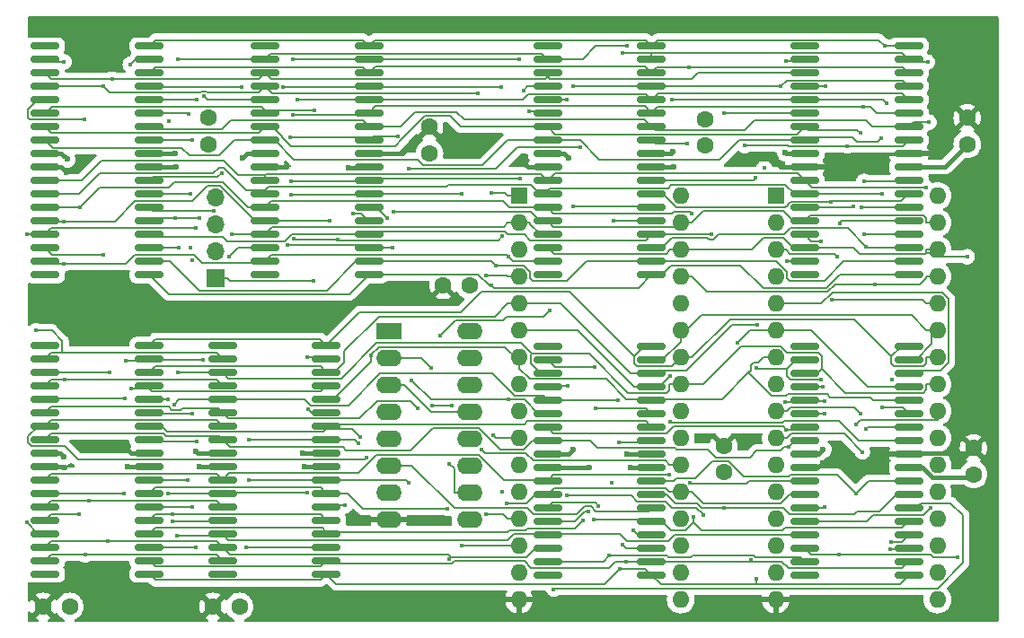
<source format=gbr>
%TF.GenerationSoftware,KiCad,Pcbnew,(6.0.2)*%
%TF.CreationDate,2022-07-24T16:40:57+01:00*%
%TF.ProjectId,Rosco_Hat_RAM,526f7363-6f5f-4486-9174-5f52414d2e6b,rev?*%
%TF.SameCoordinates,Original*%
%TF.FileFunction,Copper,L1,Top*%
%TF.FilePolarity,Positive*%
%FSLAX46Y46*%
G04 Gerber Fmt 4.6, Leading zero omitted, Abs format (unit mm)*
G04 Created by KiCad (PCBNEW (6.0.2)) date 2022-07-24 16:40:57*
%MOMM*%
%LPD*%
G01*
G04 APERTURE LIST*
G04 Aperture macros list*
%AMRoundRect*
0 Rectangle with rounded corners*
0 $1 Rounding radius*
0 $2 $3 $4 $5 $6 $7 $8 $9 X,Y pos of 4 corners*
0 Add a 4 corners polygon primitive as box body*
4,1,4,$2,$3,$4,$5,$6,$7,$8,$9,$2,$3,0*
0 Add four circle primitives for the rounded corners*
1,1,$1+$1,$2,$3*
1,1,$1+$1,$4,$5*
1,1,$1+$1,$6,$7*
1,1,$1+$1,$8,$9*
0 Add four rect primitives between the rounded corners*
20,1,$1+$1,$2,$3,$4,$5,0*
20,1,$1+$1,$4,$5,$6,$7,0*
20,1,$1+$1,$6,$7,$8,$9,0*
20,1,$1+$1,$8,$9,$2,$3,0*%
G04 Aperture macros list end*
%TA.AperFunction,SMDPad,CuDef*%
%ADD10RoundRect,0.150000X1.200000X0.150000X-1.200000X0.150000X-1.200000X-0.150000X1.200000X-0.150000X0*%
%TD*%
%TA.AperFunction,ComponentPad*%
%ADD11C,1.600000*%
%TD*%
%TA.AperFunction,ComponentPad*%
%ADD12R,1.600000X1.600000*%
%TD*%
%TA.AperFunction,ComponentPad*%
%ADD13O,1.600000X1.600000*%
%TD*%
%TA.AperFunction,ComponentPad*%
%ADD14R,1.700000X1.700000*%
%TD*%
%TA.AperFunction,ComponentPad*%
%ADD15O,1.700000X1.700000*%
%TD*%
%TA.AperFunction,ComponentPad*%
%ADD16R,2.400000X1.600000*%
%TD*%
%TA.AperFunction,ComponentPad*%
%ADD17O,2.400000X1.600000*%
%TD*%
%TA.AperFunction,ViaPad*%
%ADD18C,0.450000*%
%TD*%
%TA.AperFunction,ViaPad*%
%ADD19C,0.600000*%
%TD*%
%TA.AperFunction,Conductor*%
%ADD20C,0.200000*%
%TD*%
%TA.AperFunction,Conductor*%
%ADD21C,0.400000*%
%TD*%
G04 APERTURE END LIST*
D10*
%TO.P,U11,1,A0*%
%TO.N,A1*%
X164540000Y-137695000D03*
%TO.P,U11,2,A1*%
%TO.N,A2*%
X164540000Y-136425000D03*
%TO.P,U11,3,A2*%
%TO.N,A3*%
X164540000Y-135155000D03*
%TO.P,U11,4,A3*%
%TO.N,A4*%
X164540000Y-133885000D03*
%TO.P,U11,5,A4*%
%TO.N,A5*%
X164540000Y-132615000D03*
%TO.P,U11,6,~{CE}*%
%TO.N,ODDRAM3*%
X164540000Y-131345000D03*
%TO.P,U11,7,I/O0*%
%TO.N,D0*%
X164540000Y-130075000D03*
%TO.P,U11,8,I/O1*%
%TO.N,D1*%
X164540000Y-128805000D03*
%TO.P,U11,9,VDD*%
%TO.N,VCC*%
X164540000Y-127535000D03*
%TO.P,U11,10,GND*%
%TO.N,GND*%
X164540000Y-126265000D03*
%TO.P,U11,11,I/O2*%
%TO.N,D2*%
X164540000Y-124995000D03*
%TO.P,U11,12,I/O3*%
%TO.N,D3*%
X164540000Y-123725000D03*
%TO.P,U11,13,~{WE}*%
%TO.N,RW*%
X164540000Y-122455000D03*
%TO.P,U11,14,A5*%
%TO.N,A6*%
X164540000Y-121185000D03*
%TO.P,U11,15,A6*%
%TO.N,A7*%
X164540000Y-119915000D03*
%TO.P,U11,16,A7*%
%TO.N,A8*%
X164540000Y-118645000D03*
%TO.P,U11,17,A8*%
%TO.N,A9*%
X164540000Y-117375000D03*
%TO.P,U11,18,A9*%
%TO.N,A10*%
X164540000Y-116105000D03*
%TO.P,U11,19,NC*%
%TO.N,unconnected-(U11-Pad19)*%
X154740000Y-116105000D03*
%TO.P,U11,20,A10*%
%TO.N,A11*%
X154740000Y-117375000D03*
%TO.P,U11,21,A11*%
%TO.N,A12*%
X154740000Y-118645000D03*
%TO.P,U11,22,A12*%
%TO.N,A13*%
X154740000Y-119915000D03*
%TO.P,U11,23,A13*%
%TO.N,A14*%
X154740000Y-121185000D03*
%TO.P,U11,24,A14*%
%TO.N,A15*%
X154740000Y-122455000D03*
%TO.P,U11,25,I/O4*%
%TO.N,D4*%
X154740000Y-123725000D03*
%TO.P,U11,26,I/O5*%
%TO.N,D5*%
X154740000Y-124995000D03*
%TO.P,U11,27,VDD*%
%TO.N,VCC*%
X154740000Y-126265000D03*
%TO.P,U11,28,GND*%
%TO.N,GND*%
X154740000Y-127535000D03*
%TO.P,U11,29,I/O6*%
%TO.N,D6*%
X154740000Y-128805000D03*
%TO.P,U11,30,I/O7*%
%TO.N,D7*%
X154740000Y-130075000D03*
%TO.P,U11,31,~{OE}*%
%TO.N,WR*%
X154740000Y-131345000D03*
%TO.P,U11,32,A15*%
%TO.N,A16*%
X154740000Y-132615000D03*
%TO.P,U11,33,A16*%
%TO.N,A17*%
X154740000Y-133885000D03*
%TO.P,U11,34,A17*%
%TO.N,A18*%
X154740000Y-135155000D03*
%TO.P,U11,35,A18*%
%TO.N,A19*%
X154740000Y-136425000D03*
%TO.P,U11,36,NC*%
%TO.N,unconnected-(U11-Pad36)*%
X154740000Y-137695000D03*
%TD*%
%TO.P,U7,1,A0*%
%TO.N,A1*%
X109650000Y-137595000D03*
%TO.P,U7,2,A1*%
%TO.N,A2*%
X109650000Y-136325000D03*
%TO.P,U7,3,A2*%
%TO.N,A3*%
X109650000Y-135055000D03*
%TO.P,U7,4,A3*%
%TO.N,A4*%
X109650000Y-133785000D03*
%TO.P,U7,5,A4*%
%TO.N,A5*%
X109650000Y-132515000D03*
%TO.P,U7,6,~{CE}*%
%TO.N,ODDRAM1*%
X109650000Y-131245000D03*
%TO.P,U7,7,I/O0*%
%TO.N,D0*%
X109650000Y-129975000D03*
%TO.P,U7,8,I/O1*%
%TO.N,D1*%
X109650000Y-128705000D03*
%TO.P,U7,9,VDD*%
%TO.N,VCC*%
X109650000Y-127435000D03*
%TO.P,U7,10,GND*%
%TO.N,GND*%
X109650000Y-126165000D03*
%TO.P,U7,11,I/O2*%
%TO.N,D2*%
X109650000Y-124895000D03*
%TO.P,U7,12,I/O3*%
%TO.N,D3*%
X109650000Y-123625000D03*
%TO.P,U7,13,~{WE}*%
%TO.N,RW*%
X109650000Y-122355000D03*
%TO.P,U7,14,A5*%
%TO.N,A6*%
X109650000Y-121085000D03*
%TO.P,U7,15,A6*%
%TO.N,A7*%
X109650000Y-119815000D03*
%TO.P,U7,16,A7*%
%TO.N,A8*%
X109650000Y-118545000D03*
%TO.P,U7,17,A8*%
%TO.N,A9*%
X109650000Y-117275000D03*
%TO.P,U7,18,A9*%
%TO.N,A10*%
X109650000Y-116005000D03*
%TO.P,U7,19,NC*%
%TO.N,unconnected-(U7-Pad19)*%
X99850000Y-116005000D03*
%TO.P,U7,20,A10*%
%TO.N,A11*%
X99850000Y-117275000D03*
%TO.P,U7,21,A11*%
%TO.N,A12*%
X99850000Y-118545000D03*
%TO.P,U7,22,A12*%
%TO.N,A13*%
X99850000Y-119815000D03*
%TO.P,U7,23,A13*%
%TO.N,A14*%
X99850000Y-121085000D03*
%TO.P,U7,24,A14*%
%TO.N,A15*%
X99850000Y-122355000D03*
%TO.P,U7,25,I/O4*%
%TO.N,D4*%
X99850000Y-123625000D03*
%TO.P,U7,26,I/O5*%
%TO.N,D5*%
X99850000Y-124895000D03*
%TO.P,U7,27,VDD*%
%TO.N,VCC*%
X99850000Y-126165000D03*
%TO.P,U7,28,GND*%
%TO.N,GND*%
X99850000Y-127435000D03*
%TO.P,U7,29,I/O6*%
%TO.N,D6*%
X99850000Y-128705000D03*
%TO.P,U7,30,I/O7*%
%TO.N,D7*%
X99850000Y-129975000D03*
%TO.P,U7,31,~{OE}*%
%TO.N,WR*%
X99850000Y-131245000D03*
%TO.P,U7,32,A15*%
%TO.N,A16*%
X99850000Y-132515000D03*
%TO.P,U7,33,A16*%
%TO.N,A17*%
X99850000Y-133785000D03*
%TO.P,U7,34,A17*%
%TO.N,A18*%
X99850000Y-135055000D03*
%TO.P,U7,35,A18*%
%TO.N,A19*%
X99850000Y-136325000D03*
%TO.P,U7,36,NC*%
%TO.N,unconnected-(U7-Pad36)*%
X99850000Y-137595000D03*
%TD*%
%TO.P,U12,1,A0*%
%TO.N,A1*%
X164540000Y-109345000D03*
%TO.P,U12,2,A1*%
%TO.N,A2*%
X164540000Y-108075000D03*
%TO.P,U12,3,A2*%
%TO.N,A3*%
X164540000Y-106805000D03*
%TO.P,U12,4,A3*%
%TO.N,A4*%
X164540000Y-105535000D03*
%TO.P,U12,5,A4*%
%TO.N,A5*%
X164540000Y-104265000D03*
%TO.P,U12,6,~{CE}*%
%TO.N,EVENRAM3*%
X164540000Y-102995000D03*
%TO.P,U12,7,I/O0*%
%TO.N,D8*%
X164540000Y-101725000D03*
%TO.P,U12,8,I/O1*%
%TO.N,D9*%
X164540000Y-100455000D03*
%TO.P,U12,9,VDD*%
%TO.N,VCC*%
X164540000Y-99185000D03*
%TO.P,U12,10,GND*%
%TO.N,GND*%
X164540000Y-97915000D03*
%TO.P,U12,11,I/O2*%
%TO.N,D10*%
X164540000Y-96645000D03*
%TO.P,U12,12,I/O3*%
%TO.N,D11*%
X164540000Y-95375000D03*
%TO.P,U12,13,~{WE}*%
%TO.N,RW*%
X164540000Y-94105000D03*
%TO.P,U12,14,A5*%
%TO.N,A6*%
X164540000Y-92835000D03*
%TO.P,U12,15,A6*%
%TO.N,A7*%
X164540000Y-91565000D03*
%TO.P,U12,16,A7*%
%TO.N,A8*%
X164540000Y-90295000D03*
%TO.P,U12,17,A8*%
%TO.N,A9*%
X164540000Y-89025000D03*
%TO.P,U12,18,A9*%
%TO.N,A10*%
X164540000Y-87755000D03*
%TO.P,U12,19,NC*%
%TO.N,unconnected-(U12-Pad19)*%
X154740000Y-87755000D03*
%TO.P,U12,20,A10*%
%TO.N,A11*%
X154740000Y-89025000D03*
%TO.P,U12,21,A11*%
%TO.N,A12*%
X154740000Y-90295000D03*
%TO.P,U12,22,A12*%
%TO.N,A13*%
X154740000Y-91565000D03*
%TO.P,U12,23,A13*%
%TO.N,A14*%
X154740000Y-92835000D03*
%TO.P,U12,24,A14*%
%TO.N,A15*%
X154740000Y-94105000D03*
%TO.P,U12,25,I/O4*%
%TO.N,D12*%
X154740000Y-95375000D03*
%TO.P,U12,26,I/O5*%
%TO.N,D13*%
X154740000Y-96645000D03*
%TO.P,U12,27,VDD*%
%TO.N,VCC*%
X154740000Y-97915000D03*
%TO.P,U12,28,GND*%
%TO.N,GND*%
X154740000Y-99185000D03*
%TO.P,U12,29,I/O6*%
%TO.N,D14*%
X154740000Y-100455000D03*
%TO.P,U12,30,I/O7*%
%TO.N,D15*%
X154740000Y-101725000D03*
%TO.P,U12,31,~{OE}*%
%TO.N,WR*%
X154740000Y-102995000D03*
%TO.P,U12,32,A15*%
%TO.N,A16*%
X154740000Y-104265000D03*
%TO.P,U12,33,A16*%
%TO.N,A17*%
X154740000Y-105535000D03*
%TO.P,U12,34,A17*%
%TO.N,A18*%
X154740000Y-106805000D03*
%TO.P,U12,35,A18*%
%TO.N,A19*%
X154740000Y-108075000D03*
%TO.P,U12,36,NC*%
%TO.N,unconnected-(U12-Pad36)*%
X154740000Y-109345000D03*
%TD*%
D11*
%TO.P,C3,1,1*%
%TO.N,VCC*%
X123150000Y-110350000D03*
%TO.P,C3,2,2*%
%TO.N,GND*%
X120650000Y-110350000D03*
%TD*%
%TO.P,C7,1,1*%
%TO.N,VCC*%
X145350000Y-97150000D03*
%TO.P,C7,2,2*%
%TO.N,GND*%
X145350000Y-94650000D03*
%TD*%
%TO.P,C10,1,1*%
%TO.N,VCC*%
X170650000Y-128200000D03*
%TO.P,C10,2,2*%
%TO.N,GND*%
X170650000Y-125700000D03*
%TD*%
%TO.P,C12,1,1*%
%TO.N,VCC*%
X101450000Y-140650000D03*
%TO.P,C12,2,2*%
%TO.N,GND*%
X98950000Y-140650000D03*
%TD*%
D10*
%TO.P,U6,1,A0*%
%TO.N,A1*%
X92950000Y-109345000D03*
%TO.P,U6,2,A1*%
%TO.N,A2*%
X92950000Y-108075000D03*
%TO.P,U6,3,A2*%
%TO.N,A3*%
X92950000Y-106805000D03*
%TO.P,U6,4,A3*%
%TO.N,A4*%
X92950000Y-105535000D03*
%TO.P,U6,5,A4*%
%TO.N,A5*%
X92950000Y-104265000D03*
%TO.P,U6,6,~{CE}*%
%TO.N,EVENRAM0*%
X92950000Y-102995000D03*
%TO.P,U6,7,I/O0*%
%TO.N,D8*%
X92950000Y-101725000D03*
%TO.P,U6,8,I/O1*%
%TO.N,D9*%
X92950000Y-100455000D03*
%TO.P,U6,9,VDD*%
%TO.N,VCC*%
X92950000Y-99185000D03*
%TO.P,U6,10,GND*%
%TO.N,GND*%
X92950000Y-97915000D03*
%TO.P,U6,11,I/O2*%
%TO.N,D10*%
X92950000Y-96645000D03*
%TO.P,U6,12,I/O3*%
%TO.N,D11*%
X92950000Y-95375000D03*
%TO.P,U6,13,~{WE}*%
%TO.N,RW*%
X92950000Y-94105000D03*
%TO.P,U6,14,A5*%
%TO.N,A6*%
X92950000Y-92835000D03*
%TO.P,U6,15,A6*%
%TO.N,A7*%
X92950000Y-91565000D03*
%TO.P,U6,16,A7*%
%TO.N,A8*%
X92950000Y-90295000D03*
%TO.P,U6,17,A8*%
%TO.N,A9*%
X92950000Y-89025000D03*
%TO.P,U6,18,A9*%
%TO.N,A10*%
X92950000Y-87755000D03*
%TO.P,U6,19,NC*%
%TO.N,unconnected-(U6-Pad19)*%
X83150000Y-87755000D03*
%TO.P,U6,20,A10*%
%TO.N,A11*%
X83150000Y-89025000D03*
%TO.P,U6,21,A11*%
%TO.N,A12*%
X83150000Y-90295000D03*
%TO.P,U6,22,A12*%
%TO.N,A13*%
X83150000Y-91565000D03*
%TO.P,U6,23,A13*%
%TO.N,A14*%
X83150000Y-92835000D03*
%TO.P,U6,24,A14*%
%TO.N,A15*%
X83150000Y-94105000D03*
%TO.P,U6,25,I/O4*%
%TO.N,D12*%
X83150000Y-95375000D03*
%TO.P,U6,26,I/O5*%
%TO.N,D13*%
X83150000Y-96645000D03*
%TO.P,U6,27,VDD*%
%TO.N,VCC*%
X83150000Y-97915000D03*
%TO.P,U6,28,GND*%
%TO.N,GND*%
X83150000Y-99185000D03*
%TO.P,U6,29,I/O6*%
%TO.N,D14*%
X83150000Y-100455000D03*
%TO.P,U6,30,I/O7*%
%TO.N,D15*%
X83150000Y-101725000D03*
%TO.P,U6,31,~{OE}*%
%TO.N,WR*%
X83150000Y-102995000D03*
%TO.P,U6,32,A15*%
%TO.N,A16*%
X83150000Y-104265000D03*
%TO.P,U6,33,A16*%
%TO.N,A17*%
X83150000Y-105535000D03*
%TO.P,U6,34,A17*%
%TO.N,A18*%
X83150000Y-106805000D03*
%TO.P,U6,35,A18*%
%TO.N,A19*%
X83150000Y-108075000D03*
%TO.P,U6,36,NC*%
%TO.N,unconnected-(U6-Pad36)*%
X83150000Y-109345000D03*
%TD*%
D11*
%TO.P,C8,1,1*%
%TO.N,VCC*%
X170050000Y-97050000D03*
%TO.P,C8,2,2*%
%TO.N,GND*%
X170050000Y-94550000D03*
%TD*%
D12*
%TO.P,U4,1,A18*%
%TO.N,A19*%
X152000000Y-101900000D03*
D13*
%TO.P,U4,2,A16*%
%TO.N,A17*%
X152000000Y-104440000D03*
%TO.P,U4,3,A14*%
%TO.N,A15*%
X152000000Y-106980000D03*
%TO.P,U4,4,A12*%
%TO.N,A13*%
X152000000Y-109520000D03*
%TO.P,U4,5,A7*%
%TO.N,A8*%
X152000000Y-112060000D03*
%TO.P,U4,6,A6*%
%TO.N,A7*%
X152000000Y-114600000D03*
%TO.P,U4,7,A5*%
%TO.N,A6*%
X152000000Y-117140000D03*
%TO.P,U4,8,A4*%
%TO.N,A5*%
X152000000Y-119680000D03*
%TO.P,U4,9,A3*%
%TO.N,A4*%
X152000000Y-122220000D03*
%TO.P,U4,10,A2*%
%TO.N,A3*%
X152000000Y-124760000D03*
%TO.P,U4,11,A1*%
%TO.N,A2*%
X152000000Y-127300000D03*
%TO.P,U4,12,A0*%
%TO.N,A1*%
X152000000Y-129840000D03*
%TO.P,U4,13,DQ0*%
%TO.N,D8*%
X152000000Y-132380000D03*
%TO.P,U4,14,DQ1*%
%TO.N,D9*%
X152000000Y-134920000D03*
%TO.P,U4,15,DQ2*%
%TO.N,D10*%
X152000000Y-137460000D03*
%TO.P,U4,16,VSS*%
%TO.N,GND*%
X152000000Y-140000000D03*
%TO.P,U4,17,DQ3*%
%TO.N,D11*%
X167240000Y-140000000D03*
%TO.P,U4,18,DQ4*%
%TO.N,D12*%
X167240000Y-137460000D03*
%TO.P,U4,19,DQ5*%
%TO.N,D13*%
X167240000Y-134920000D03*
%TO.P,U4,20,DQ6*%
%TO.N,D14*%
X167240000Y-132380000D03*
%TO.P,U4,21,DQ7*%
%TO.N,D15*%
X167240000Y-129840000D03*
%TO.P,U4,22,CE*%
%TO.N,EVENRAMSEL*%
X167240000Y-127300000D03*
%TO.P,U4,23,A10*%
%TO.N,A11*%
X167240000Y-124760000D03*
%TO.P,U4,24,OE*%
%TO.N,WR*%
X167240000Y-122220000D03*
%TO.P,U4,25,A11*%
%TO.N,A12*%
X167240000Y-119680000D03*
%TO.P,U4,26,A9*%
%TO.N,A10*%
X167240000Y-117140000D03*
%TO.P,U4,27,A8*%
%TO.N,A9*%
X167240000Y-114600000D03*
%TO.P,U4,28,A13*%
%TO.N,A14*%
X167240000Y-112060000D03*
%TO.P,U4,29,WE*%
%TO.N,RW*%
X167240000Y-109520000D03*
%TO.P,U4,30,A17*%
%TO.N,A18*%
X167240000Y-106980000D03*
%TO.P,U4,31,A15*%
%TO.N,A16*%
X167240000Y-104440000D03*
%TO.P,U4,32,VCC*%
%TO.N,VCC*%
X167240000Y-101900000D03*
%TD*%
D11*
%TO.P,C2,1,1*%
%TO.N,VCC*%
X85450000Y-140650000D03*
%TO.P,C2,2,2*%
%TO.N,GND*%
X82950000Y-140650000D03*
%TD*%
D10*
%TO.P,U9,1,A0*%
%TO.N,A1*%
X140300000Y-137695000D03*
%TO.P,U9,2,A1*%
%TO.N,A2*%
X140300000Y-136425000D03*
%TO.P,U9,3,A2*%
%TO.N,A3*%
X140300000Y-135155000D03*
%TO.P,U9,4,A3*%
%TO.N,A4*%
X140300000Y-133885000D03*
%TO.P,U9,5,A4*%
%TO.N,A5*%
X140300000Y-132615000D03*
%TO.P,U9,6,~{CE}*%
%TO.N,ODDRAM2*%
X140300000Y-131345000D03*
%TO.P,U9,7,I/O0*%
%TO.N,D0*%
X140300000Y-130075000D03*
%TO.P,U9,8,I/O1*%
%TO.N,D1*%
X140300000Y-128805000D03*
%TO.P,U9,9,VDD*%
%TO.N,VCC*%
X140300000Y-127535000D03*
%TO.P,U9,10,GND*%
%TO.N,GND*%
X140300000Y-126265000D03*
%TO.P,U9,11,I/O2*%
%TO.N,D2*%
X140300000Y-124995000D03*
%TO.P,U9,12,I/O3*%
%TO.N,D3*%
X140300000Y-123725000D03*
%TO.P,U9,13,~{WE}*%
%TO.N,RW*%
X140300000Y-122455000D03*
%TO.P,U9,14,A5*%
%TO.N,A6*%
X140300000Y-121185000D03*
%TO.P,U9,15,A6*%
%TO.N,A7*%
X140300000Y-119915000D03*
%TO.P,U9,16,A7*%
%TO.N,A8*%
X140300000Y-118645000D03*
%TO.P,U9,17,A8*%
%TO.N,A9*%
X140300000Y-117375000D03*
%TO.P,U9,18,A9*%
%TO.N,A10*%
X140300000Y-116105000D03*
%TO.P,U9,19,NC*%
%TO.N,unconnected-(U9-Pad19)*%
X130500000Y-116105000D03*
%TO.P,U9,20,A10*%
%TO.N,A11*%
X130500000Y-117375000D03*
%TO.P,U9,21,A11*%
%TO.N,A12*%
X130500000Y-118645000D03*
%TO.P,U9,22,A12*%
%TO.N,A13*%
X130500000Y-119915000D03*
%TO.P,U9,23,A13*%
%TO.N,A14*%
X130500000Y-121185000D03*
%TO.P,U9,24,A14*%
%TO.N,A15*%
X130500000Y-122455000D03*
%TO.P,U9,25,I/O4*%
%TO.N,D4*%
X130500000Y-123725000D03*
%TO.P,U9,26,I/O5*%
%TO.N,D5*%
X130500000Y-124995000D03*
%TO.P,U9,27,VDD*%
%TO.N,VCC*%
X130500000Y-126265000D03*
%TO.P,U9,28,GND*%
%TO.N,GND*%
X130500000Y-127535000D03*
%TO.P,U9,29,I/O6*%
%TO.N,D6*%
X130500000Y-128805000D03*
%TO.P,U9,30,I/O7*%
%TO.N,D7*%
X130500000Y-130075000D03*
%TO.P,U9,31,~{OE}*%
%TO.N,WR*%
X130500000Y-131345000D03*
%TO.P,U9,32,A15*%
%TO.N,A16*%
X130500000Y-132615000D03*
%TO.P,U9,33,A16*%
%TO.N,A17*%
X130500000Y-133885000D03*
%TO.P,U9,34,A17*%
%TO.N,A18*%
X130500000Y-135155000D03*
%TO.P,U9,35,A18*%
%TO.N,A19*%
X130500000Y-136425000D03*
%TO.P,U9,36,NC*%
%TO.N,unconnected-(U9-Pad36)*%
X130500000Y-137695000D03*
%TD*%
D14*
%TO.P,J1,1,Pin_1*%
%TO.N,A20*%
X99171000Y-109683400D03*
D15*
%TO.P,J1,2,Pin_2*%
%TO.N,A21*%
X99171000Y-107143400D03*
%TO.P,J1,3,Pin_3*%
%TO.N,A22*%
X99171000Y-104603400D03*
%TO.P,J1,4,Pin_4*%
%TO.N,A23*%
X99171000Y-102063400D03*
%TD*%
D10*
%TO.P,U10,1,A0*%
%TO.N,A1*%
X140300000Y-109345000D03*
%TO.P,U10,2,A1*%
%TO.N,A2*%
X140300000Y-108075000D03*
%TO.P,U10,3,A2*%
%TO.N,A3*%
X140300000Y-106805000D03*
%TO.P,U10,4,A3*%
%TO.N,A4*%
X140300000Y-105535000D03*
%TO.P,U10,5,A4*%
%TO.N,A5*%
X140300000Y-104265000D03*
%TO.P,U10,6,~{CE}*%
%TO.N,EVENRAM2*%
X140300000Y-102995000D03*
%TO.P,U10,7,I/O0*%
%TO.N,D8*%
X140300000Y-101725000D03*
%TO.P,U10,8,I/O1*%
%TO.N,D9*%
X140300000Y-100455000D03*
%TO.P,U10,9,VDD*%
%TO.N,VCC*%
X140300000Y-99185000D03*
%TO.P,U10,10,GND*%
%TO.N,GND*%
X140300000Y-97915000D03*
%TO.P,U10,11,I/O2*%
%TO.N,D10*%
X140300000Y-96645000D03*
%TO.P,U10,12,I/O3*%
%TO.N,D11*%
X140300000Y-95375000D03*
%TO.P,U10,13,~{WE}*%
%TO.N,RW*%
X140300000Y-94105000D03*
%TO.P,U10,14,A5*%
%TO.N,A6*%
X140300000Y-92835000D03*
%TO.P,U10,15,A6*%
%TO.N,A7*%
X140300000Y-91565000D03*
%TO.P,U10,16,A7*%
%TO.N,A8*%
X140300000Y-90295000D03*
%TO.P,U10,17,A8*%
%TO.N,A9*%
X140300000Y-89025000D03*
%TO.P,U10,18,A9*%
%TO.N,A10*%
X140300000Y-87755000D03*
%TO.P,U10,19,NC*%
%TO.N,unconnected-(U10-Pad19)*%
X130500000Y-87755000D03*
%TO.P,U10,20,A10*%
%TO.N,A11*%
X130500000Y-89025000D03*
%TO.P,U10,21,A11*%
%TO.N,A12*%
X130500000Y-90295000D03*
%TO.P,U10,22,A12*%
%TO.N,A13*%
X130500000Y-91565000D03*
%TO.P,U10,23,A13*%
%TO.N,A14*%
X130500000Y-92835000D03*
%TO.P,U10,24,A14*%
%TO.N,A15*%
X130500000Y-94105000D03*
%TO.P,U10,25,I/O4*%
%TO.N,D12*%
X130500000Y-95375000D03*
%TO.P,U10,26,I/O5*%
%TO.N,D13*%
X130500000Y-96645000D03*
%TO.P,U10,27,VDD*%
%TO.N,VCC*%
X130500000Y-97915000D03*
%TO.P,U10,28,GND*%
%TO.N,GND*%
X130500000Y-99185000D03*
%TO.P,U10,29,I/O6*%
%TO.N,D14*%
X130500000Y-100455000D03*
%TO.P,U10,30,I/O7*%
%TO.N,D15*%
X130500000Y-101725000D03*
%TO.P,U10,31,~{OE}*%
%TO.N,WR*%
X130500000Y-102995000D03*
%TO.P,U10,32,A15*%
%TO.N,A16*%
X130500000Y-104265000D03*
%TO.P,U10,33,A16*%
%TO.N,A17*%
X130500000Y-105535000D03*
%TO.P,U10,34,A17*%
%TO.N,A18*%
X130500000Y-106805000D03*
%TO.P,U10,35,A18*%
%TO.N,A19*%
X130500000Y-108075000D03*
%TO.P,U10,36,NC*%
%TO.N,unconnected-(U10-Pad36)*%
X130500000Y-109345000D03*
%TD*%
%TO.P,U8,1,A0*%
%TO.N,A1*%
X113650000Y-109345000D03*
%TO.P,U8,2,A1*%
%TO.N,A2*%
X113650000Y-108075000D03*
%TO.P,U8,3,A2*%
%TO.N,A3*%
X113650000Y-106805000D03*
%TO.P,U8,4,A3*%
%TO.N,A4*%
X113650000Y-105535000D03*
%TO.P,U8,5,A4*%
%TO.N,A5*%
X113650000Y-104265000D03*
%TO.P,U8,6,~{CE}*%
%TO.N,EVENRAM1*%
X113650000Y-102995000D03*
%TO.P,U8,7,I/O0*%
%TO.N,D8*%
X113650000Y-101725000D03*
%TO.P,U8,8,I/O1*%
%TO.N,D9*%
X113650000Y-100455000D03*
%TO.P,U8,9,VDD*%
%TO.N,VCC*%
X113650000Y-99185000D03*
%TO.P,U8,10,GND*%
%TO.N,GND*%
X113650000Y-97915000D03*
%TO.P,U8,11,I/O2*%
%TO.N,D10*%
X113650000Y-96645000D03*
%TO.P,U8,12,I/O3*%
%TO.N,D11*%
X113650000Y-95375000D03*
%TO.P,U8,13,~{WE}*%
%TO.N,RW*%
X113650000Y-94105000D03*
%TO.P,U8,14,A5*%
%TO.N,A6*%
X113650000Y-92835000D03*
%TO.P,U8,15,A6*%
%TO.N,A7*%
X113650000Y-91565000D03*
%TO.P,U8,16,A7*%
%TO.N,A8*%
X113650000Y-90295000D03*
%TO.P,U8,17,A8*%
%TO.N,A9*%
X113650000Y-89025000D03*
%TO.P,U8,18,A9*%
%TO.N,A10*%
X113650000Y-87755000D03*
%TO.P,U8,19,NC*%
%TO.N,unconnected-(U8-Pad19)*%
X103850000Y-87755000D03*
%TO.P,U8,20,A10*%
%TO.N,A11*%
X103850000Y-89025000D03*
%TO.P,U8,21,A11*%
%TO.N,A12*%
X103850000Y-90295000D03*
%TO.P,U8,22,A12*%
%TO.N,A13*%
X103850000Y-91565000D03*
%TO.P,U8,23,A13*%
%TO.N,A14*%
X103850000Y-92835000D03*
%TO.P,U8,24,A14*%
%TO.N,A15*%
X103850000Y-94105000D03*
%TO.P,U8,25,I/O4*%
%TO.N,D12*%
X103850000Y-95375000D03*
%TO.P,U8,26,I/O5*%
%TO.N,D13*%
X103850000Y-96645000D03*
%TO.P,U8,27,VDD*%
%TO.N,VCC*%
X103850000Y-97915000D03*
%TO.P,U8,28,GND*%
%TO.N,GND*%
X103850000Y-99185000D03*
%TO.P,U8,29,I/O6*%
%TO.N,D14*%
X103850000Y-100455000D03*
%TO.P,U8,30,I/O7*%
%TO.N,D15*%
X103850000Y-101725000D03*
%TO.P,U8,31,~{OE}*%
%TO.N,WR*%
X103850000Y-102995000D03*
%TO.P,U8,32,A15*%
%TO.N,A16*%
X103850000Y-104265000D03*
%TO.P,U8,33,A16*%
%TO.N,A17*%
X103850000Y-105535000D03*
%TO.P,U8,34,A17*%
%TO.N,A18*%
X103850000Y-106805000D03*
%TO.P,U8,35,A18*%
%TO.N,A19*%
X103850000Y-108075000D03*
%TO.P,U8,36,NC*%
%TO.N,unconnected-(U8-Pad36)*%
X103850000Y-109345000D03*
%TD*%
D11*
%TO.P,C11,1,1*%
%TO.N,VCC*%
X147100000Y-128000000D03*
%TO.P,C11,2,2*%
%TO.N,GND*%
X147100000Y-125500000D03*
%TD*%
%TO.P,C9,1,1*%
%TO.N,VCC*%
X119350000Y-97900000D03*
%TO.P,C9,2,2*%
%TO.N,GND*%
X119350000Y-95400000D03*
%TD*%
D12*
%TO.P,U3,1,A18*%
%TO.N,A19*%
X127800000Y-101900000D03*
D13*
%TO.P,U3,2,A16*%
%TO.N,A17*%
X127800000Y-104440000D03*
%TO.P,U3,3,A14*%
%TO.N,A15*%
X127800000Y-106980000D03*
%TO.P,U3,4,A12*%
%TO.N,A13*%
X127800000Y-109520000D03*
%TO.P,U3,5,A7*%
%TO.N,A8*%
X127800000Y-112060000D03*
%TO.P,U3,6,A6*%
%TO.N,A7*%
X127800000Y-114600000D03*
%TO.P,U3,7,A5*%
%TO.N,A6*%
X127800000Y-117140000D03*
%TO.P,U3,8,A4*%
%TO.N,A5*%
X127800000Y-119680000D03*
%TO.P,U3,9,A3*%
%TO.N,A4*%
X127800000Y-122220000D03*
%TO.P,U3,10,A2*%
%TO.N,A3*%
X127800000Y-124760000D03*
%TO.P,U3,11,A1*%
%TO.N,A2*%
X127800000Y-127300000D03*
%TO.P,U3,12,A0*%
%TO.N,A1*%
X127800000Y-129840000D03*
%TO.P,U3,13,DQ0*%
%TO.N,D0*%
X127800000Y-132380000D03*
%TO.P,U3,14,DQ1*%
%TO.N,D1*%
X127800000Y-134920000D03*
%TO.P,U3,15,DQ2*%
%TO.N,D2*%
X127800000Y-137460000D03*
%TO.P,U3,16,VSS*%
%TO.N,GND*%
X127800000Y-140000000D03*
%TO.P,U3,17,DQ3*%
%TO.N,D3*%
X143040000Y-140000000D03*
%TO.P,U3,18,DQ4*%
%TO.N,D4*%
X143040000Y-137460000D03*
%TO.P,U3,19,DQ5*%
%TO.N,D5*%
X143040000Y-134920000D03*
%TO.P,U3,20,DQ6*%
%TO.N,D6*%
X143040000Y-132380000D03*
%TO.P,U3,21,DQ7*%
%TO.N,D7*%
X143040000Y-129840000D03*
%TO.P,U3,22,CE*%
%TO.N,ODDRAMSEL*%
X143040000Y-127300000D03*
%TO.P,U3,23,A10*%
%TO.N,A11*%
X143040000Y-124760000D03*
%TO.P,U3,24,OE*%
%TO.N,WR*%
X143040000Y-122220000D03*
%TO.P,U3,25,A11*%
%TO.N,A12*%
X143040000Y-119680000D03*
%TO.P,U3,26,A9*%
%TO.N,A10*%
X143040000Y-117140000D03*
%TO.P,U3,27,A8*%
%TO.N,A9*%
X143040000Y-114600000D03*
%TO.P,U3,28,A13*%
%TO.N,A14*%
X143040000Y-112060000D03*
%TO.P,U3,29,WE*%
%TO.N,RW*%
X143040000Y-109520000D03*
%TO.P,U3,30,A17*%
%TO.N,A18*%
X143040000Y-106980000D03*
%TO.P,U3,31,A15*%
%TO.N,A16*%
X143040000Y-104440000D03*
%TO.P,U3,32,VCC*%
%TO.N,VCC*%
X143040000Y-101900000D03*
%TD*%
D10*
%TO.P,U2,1,A0*%
%TO.N,A1*%
X92950000Y-137595000D03*
%TO.P,U2,2,A1*%
%TO.N,A2*%
X92950000Y-136325000D03*
%TO.P,U2,3,A2*%
%TO.N,A3*%
X92950000Y-135055000D03*
%TO.P,U2,4,A3*%
%TO.N,A4*%
X92950000Y-133785000D03*
%TO.P,U2,5,A4*%
%TO.N,A5*%
X92950000Y-132515000D03*
%TO.P,U2,6,~{CE}*%
%TO.N,ODDRAM0*%
X92950000Y-131245000D03*
%TO.P,U2,7,I/O0*%
%TO.N,D0*%
X92950000Y-129975000D03*
%TO.P,U2,8,I/O1*%
%TO.N,D1*%
X92950000Y-128705000D03*
%TO.P,U2,9,VDD*%
%TO.N,VCC*%
X92950000Y-127435000D03*
%TO.P,U2,10,GND*%
%TO.N,GND*%
X92950000Y-126165000D03*
%TO.P,U2,11,I/O2*%
%TO.N,D2*%
X92950000Y-124895000D03*
%TO.P,U2,12,I/O3*%
%TO.N,D3*%
X92950000Y-123625000D03*
%TO.P,U2,13,~{WE}*%
%TO.N,RW*%
X92950000Y-122355000D03*
%TO.P,U2,14,A5*%
%TO.N,A6*%
X92950000Y-121085000D03*
%TO.P,U2,15,A6*%
%TO.N,A7*%
X92950000Y-119815000D03*
%TO.P,U2,16,A7*%
%TO.N,A8*%
X92950000Y-118545000D03*
%TO.P,U2,17,A8*%
%TO.N,A9*%
X92950000Y-117275000D03*
%TO.P,U2,18,A9*%
%TO.N,A10*%
X92950000Y-116005000D03*
%TO.P,U2,19,NC*%
%TO.N,unconnected-(U2-Pad19)*%
X83150000Y-116005000D03*
%TO.P,U2,20,A10*%
%TO.N,A11*%
X83150000Y-117275000D03*
%TO.P,U2,21,A11*%
%TO.N,A12*%
X83150000Y-118545000D03*
%TO.P,U2,22,A12*%
%TO.N,A13*%
X83150000Y-119815000D03*
%TO.P,U2,23,A13*%
%TO.N,A14*%
X83150000Y-121085000D03*
%TO.P,U2,24,A14*%
%TO.N,A15*%
X83150000Y-122355000D03*
%TO.P,U2,25,I/O4*%
%TO.N,D4*%
X83150000Y-123625000D03*
%TO.P,U2,26,I/O5*%
%TO.N,D5*%
X83150000Y-124895000D03*
%TO.P,U2,27,VDD*%
%TO.N,VCC*%
X83150000Y-126165000D03*
%TO.P,U2,28,GND*%
%TO.N,GND*%
X83150000Y-127435000D03*
%TO.P,U2,29,I/O6*%
%TO.N,D6*%
X83150000Y-128705000D03*
%TO.P,U2,30,I/O7*%
%TO.N,D7*%
X83150000Y-129975000D03*
%TO.P,U2,31,~{OE}*%
%TO.N,WR*%
X83150000Y-131245000D03*
%TO.P,U2,32,A15*%
%TO.N,A16*%
X83150000Y-132515000D03*
%TO.P,U2,33,A16*%
%TO.N,A17*%
X83150000Y-133785000D03*
%TO.P,U2,34,A17*%
%TO.N,A18*%
X83150000Y-135055000D03*
%TO.P,U2,35,A18*%
%TO.N,A19*%
X83150000Y-136325000D03*
%TO.P,U2,36,NC*%
%TO.N,unconnected-(U2-Pad36)*%
X83150000Y-137595000D03*
%TD*%
D11*
%TO.P,C1,1,1*%
%TO.N,VCC*%
X98550000Y-94550000D03*
%TO.P,C1,2,2*%
%TO.N,GND*%
X98550000Y-97050000D03*
%TD*%
D16*
%TO.P,U1,1,E*%
%TO.N,ODDRAMSEL*%
X115525000Y-114675000D03*
D17*
%TO.P,U1,2,A0*%
%TO.N,A20*%
X115525000Y-117215000D03*
%TO.P,U1,3,A1*%
%TO.N,A21*%
X115525000Y-119755000D03*
%TO.P,U1,4,O0*%
%TO.N,ODDRAM0*%
X115525000Y-122295000D03*
%TO.P,U1,5,O1*%
%TO.N,ODDRAM1*%
X115525000Y-124835000D03*
%TO.P,U1,6,O2*%
%TO.N,ODDRAM2*%
X115525000Y-127375000D03*
%TO.P,U1,7,O3*%
%TO.N,ODDRAM3*%
X115525000Y-129915000D03*
%TO.P,U1,8,GND*%
%TO.N,GND*%
X115525000Y-132455000D03*
%TO.P,U1,9,O3*%
%TO.N,EVENRAM3*%
X123145000Y-132455000D03*
%TO.P,U1,10,O2*%
%TO.N,EVENRAM2*%
X123145000Y-129915000D03*
%TO.P,U1,11,O1*%
%TO.N,EVENRAM1*%
X123145000Y-127375000D03*
%TO.P,U1,12,O0*%
%TO.N,EVENRAM0*%
X123145000Y-124835000D03*
%TO.P,U1,13,A1*%
%TO.N,A21*%
X123145000Y-122295000D03*
%TO.P,U1,14,A0*%
%TO.N,A20*%
X123145000Y-119755000D03*
%TO.P,U1,15,E*%
%TO.N,EVENRAMSEL*%
X123145000Y-117215000D03*
%TO.P,U1,16,VCC*%
%TO.N,VCC*%
X123145000Y-114675000D03*
%TD*%
D18*
%TO.N,A20*%
X108433800Y-109930500D03*
X119523900Y-118109400D03*
%TO.N,A19*%
X125175000Y-101607700D03*
X126780300Y-107663300D03*
X153011900Y-108074300D03*
X86900600Y-135769400D03*
X136287600Y-135874000D03*
X84916900Y-108287700D03*
%TO.N,A17*%
X97327000Y-104958300D03*
X81404000Y-105525600D03*
X95579200Y-133961200D03*
X81403100Y-132729600D03*
X156231100Y-106170000D03*
X100727000Y-105531700D03*
%TO.N,A16*%
X86324700Y-131962200D03*
X166599454Y-131364011D03*
X84905700Y-104299700D03*
X115934300Y-103385700D03*
X95112800Y-132588200D03*
X134351200Y-131696100D03*
X109936100Y-104265000D03*
%TO.N,A13*%
X156473500Y-119915000D03*
X123938500Y-92233700D03*
X132361200Y-119805500D03*
X84962900Y-119259300D03*
X88621700Y-91565000D03*
X156692600Y-91565000D03*
X124723800Y-109433000D03*
X128199400Y-91958200D03*
%TO.N,A8*%
X150261200Y-114069200D03*
X143804200Y-89802700D03*
%TO.N,A7*%
X142041100Y-118898500D03*
X91219600Y-120092800D03*
X132928500Y-91565000D03*
X148402900Y-115763200D03*
X126145800Y-91632500D03*
X105591200Y-91607400D03*
X152459600Y-91565000D03*
X101630600Y-91634400D03*
%TO.N,A6*%
X94730400Y-121085000D03*
X113886700Y-116970700D03*
X106912600Y-92835000D03*
X97443500Y-92835000D03*
%TO.N,A5*%
X134832100Y-132472500D03*
X136666700Y-104265000D03*
X97633300Y-103990100D03*
X112120400Y-103565900D03*
X95154100Y-131947000D03*
X158019100Y-104479200D03*
X144267500Y-132215500D03*
X106592100Y-105970300D03*
X126239300Y-105729300D03*
X110694700Y-106032800D03*
X95429100Y-103990100D03*
%TO.N,A4*%
X138584300Y-133483900D03*
X145897000Y-105535000D03*
X160289500Y-105535000D03*
X133818700Y-132527700D03*
X162910900Y-134553100D03*
X160013500Y-122448000D03*
%TO.N,A3*%
X115875700Y-106797100D03*
X132300000Y-130200000D03*
X96845600Y-106805000D03*
X160488800Y-106696400D03*
X145153650Y-132003650D03*
X106006600Y-106530600D03*
X125319700Y-124452000D03*
X137535400Y-134834500D03*
X102084900Y-135057400D03*
X95757200Y-106805000D03*
X162788600Y-135276000D03*
X160162200Y-126062300D03*
X97343900Y-135055000D03*
%TO.N,A2*%
X149682500Y-136298600D03*
X125573500Y-108447600D03*
X137905600Y-136425000D03*
%TO.N,A1*%
X125223200Y-110365200D03*
X137284100Y-137089200D03*
X150172400Y-138035900D03*
%TO.N,D0*%
X124716800Y-131939900D03*
X147150000Y-131376700D03*
X126192400Y-129804500D03*
X121025400Y-131403700D03*
%TO.N,D1*%
X96608700Y-128737900D03*
X117397900Y-128989600D03*
X159529700Y-129991100D03*
X122394400Y-134899100D03*
X102364500Y-128705000D03*
%TO.N,D2*%
X97423300Y-125048100D03*
X142034200Y-123245000D03*
X102319700Y-124895000D03*
X112660700Y-125243200D03*
X137202500Y-125200000D03*
X136527800Y-128998900D03*
D19*
%TO.N,GND*%
X97715000Y-127435000D03*
X90650000Y-125600000D03*
X85000000Y-127550000D03*
X107385000Y-126165000D03*
X85150000Y-99700000D03*
X150250000Y-98400000D03*
X142300000Y-97750000D03*
X134435000Y-127535000D03*
X156400000Y-127100000D03*
X128350000Y-98900000D03*
X95385000Y-97915000D03*
X137985000Y-126265000D03*
X105915000Y-99185000D03*
D18*
%TO.N,D3*%
X112811100Y-124622700D03*
X160499200Y-123881700D03*
%TO.N,D4*%
X152985700Y-123987400D03*
X113420000Y-126601700D03*
%TO.N,D5*%
X153187500Y-125585800D03*
%TO.N,D6*%
X141955400Y-128236500D03*
X143902400Y-129004600D03*
%TO.N,D7*%
X90582400Y-129975000D03*
X126609000Y-130899000D03*
X94677400Y-130033600D03*
X107841600Y-129893500D03*
%TO.N,ODDRAM0*%
X97010000Y-131245000D03*
%TO.N,A11*%
X137960900Y-87780600D03*
X162940100Y-119231300D03*
X152985500Y-89201700D03*
X84905700Y-89238000D03*
X134949800Y-118061800D03*
X82303700Y-114614200D03*
X156260300Y-119231300D03*
X150140300Y-118146300D03*
X95652400Y-89025000D03*
%TO.N,WR*%
X159530900Y-123470000D03*
X86414400Y-102995000D03*
X159271200Y-102900700D03*
X144042100Y-103546100D03*
X135299300Y-131175000D03*
X156569900Y-131262300D03*
X87270900Y-130655800D03*
%TO.N,A12*%
X95613100Y-118545000D03*
X89182500Y-118545000D03*
X89426900Y-90883200D03*
%TO.N,A10*%
X162242800Y-87755000D03*
%TO.N,A9*%
X90730800Y-117484400D03*
X98010300Y-117351500D03*
X166298600Y-89292500D03*
X91167100Y-89512500D03*
X106505300Y-89025000D03*
X127808000Y-89025000D03*
X107841600Y-117094600D03*
X137511500Y-88395900D03*
%TO.N,A14*%
X152919000Y-121317400D03*
X98108100Y-92503400D03*
X94774900Y-94864700D03*
X137130600Y-121185000D03*
X157311200Y-111703200D03*
X132342300Y-92835000D03*
X86825700Y-94662600D03*
X95272600Y-121580700D03*
X90662400Y-121008600D03*
X162441100Y-93156100D03*
X156580400Y-121308500D03*
X142175600Y-92815600D03*
%TO.N,A15*%
X118262100Y-121921300D03*
X156588900Y-122455000D03*
X157786600Y-107609900D03*
X128768700Y-93941500D03*
X108487400Y-93827700D03*
X147131400Y-94105000D03*
X126842300Y-121138900D03*
X117686000Y-119304700D03*
%TO.N,A18*%
X170046500Y-107647400D03*
X89074600Y-134499400D03*
X96970600Y-107990100D03*
X157967100Y-135782600D03*
X169171600Y-135985700D03*
X88621700Y-107440000D03*
X121244900Y-136164700D03*
X100470500Y-107623700D03*
D19*
%TO.N,VCC*%
X142415000Y-99185000D03*
X156450000Y-125850000D03*
X97350000Y-126000000D03*
X95500000Y-99200000D03*
X107615000Y-127435000D03*
X84900000Y-126550000D03*
X90865000Y-127435000D03*
X152900000Y-97850000D03*
X132900000Y-125850000D03*
X101750000Y-98300000D03*
X85200000Y-98450000D03*
X111750000Y-99250000D03*
X132450000Y-98300000D03*
X138315000Y-127535000D03*
D18*
%TO.N,D8*%
X122391000Y-101725000D03*
X157177700Y-102444000D03*
X96828600Y-101674900D03*
X106292200Y-101767600D03*
%TO.N,D9*%
X160323200Y-100540700D03*
X106292200Y-100491600D03*
X150909427Y-99280473D03*
X127892000Y-100292400D03*
X150112700Y-100231000D03*
X99787400Y-99728500D03*
%TO.N,D10*%
X149071500Y-97163600D03*
X158704000Y-97192600D03*
X117374600Y-99324400D03*
X143625300Y-97004000D03*
X106197400Y-96346100D03*
X96981800Y-96645000D03*
X133553600Y-97337200D03*
X116362800Y-96310800D03*
%TO.N,D11*%
X166435700Y-94943500D03*
%TO.N,D12*%
X159950000Y-96000000D03*
%TO.N,D13*%
X161900000Y-96500000D03*
%TO.N,D14*%
X166132200Y-101123100D03*
%TO.N,D15*%
X161996800Y-101725000D03*
%TO.N,ODDRAMSEL*%
X121469500Y-121716900D03*
X119617900Y-121716900D03*
X124264300Y-125879300D03*
%TO.N,RW*%
X107912500Y-122047700D03*
X96960900Y-122437100D03*
X161381600Y-110244800D03*
X161989400Y-121857300D03*
X160212000Y-93538000D03*
X106463600Y-94303000D03*
X135010900Y-121929000D03*
X96676100Y-94198200D03*
%TO.N,EVENRAM0*%
X99038800Y-103333400D03*
%TO.N,ODDRAM1*%
X111399500Y-131136200D03*
%TO.N,EVENRAM1*%
X115377400Y-104022000D03*
%TO.N,EVENRAM2*%
X121204800Y-127163000D03*
X132861000Y-102886200D03*
X120335400Y-115063400D03*
X130683200Y-112737600D03*
%TO.N,ODDRAM3*%
X131073900Y-139022900D03*
%TO.N,EVENRAM3*%
X160049200Y-102995000D03*
%TD*%
D20*
%TO.N,A20*%
X100518400Y-109930500D02*
X100271300Y-109683400D01*
X99171000Y-109683400D02*
X100271300Y-109683400D01*
X108433800Y-109930500D02*
X100518400Y-109930500D01*
X119523900Y-118109400D02*
X118629500Y-117215000D01*
X118629500Y-117215000D02*
X115525000Y-117215000D01*
%TO.N,A21*%
X115525000Y-119755000D02*
X116975300Y-119755000D01*
X119515300Y-122295000D02*
X116975300Y-119755000D01*
X123145000Y-122295000D02*
X119515300Y-122295000D01*
%TO.N,A19*%
X127192000Y-108075000D02*
X126780300Y-107663300D01*
X141905900Y-135975300D02*
X141804600Y-135874000D01*
X126780300Y-107663300D02*
X126622400Y-107505400D01*
X154739300Y-108074300D02*
X153011900Y-108074300D01*
X97158400Y-107505700D02*
X91546100Y-107505700D01*
X99850000Y-136325000D02*
X99294400Y-135769400D01*
X91546100Y-107505700D02*
X90764100Y-108287700D01*
X130500000Y-108075000D02*
X127192000Y-108075000D01*
X130500000Y-136425000D02*
X135736600Y-136425000D01*
X127800000Y-101900000D02*
X126749700Y-101900000D01*
X149879400Y-135823300D02*
X144179900Y-135823300D01*
X97914900Y-108262200D02*
X97158400Y-107505700D01*
X90764100Y-108287700D02*
X84916900Y-108287700D01*
X86900600Y-135769400D02*
X83705600Y-135769400D01*
X83150000Y-108075000D02*
X83362700Y-108287700D01*
X144027900Y-135975300D02*
X141905900Y-135975300D01*
X150060100Y-136004000D02*
X149879400Y-135823300D01*
X154319000Y-136004000D02*
X150060100Y-136004000D01*
X154740000Y-136425000D02*
X154319000Y-136004000D01*
X104419600Y-107505400D02*
X103850000Y-108075000D01*
X126622400Y-107505400D02*
X104419600Y-107505400D01*
X103662800Y-108262200D02*
X97914900Y-108262200D01*
X126749700Y-101900000D02*
X126457400Y-101607700D01*
X141804600Y-135874000D02*
X136287600Y-135874000D01*
X83705600Y-135769400D02*
X83150000Y-136325000D01*
X135736600Y-136425000D02*
X136287600Y-135874000D01*
X144179900Y-135823300D02*
X144027900Y-135975300D01*
X126457400Y-101607700D02*
X125175000Y-101607700D01*
X99294400Y-135769400D02*
X86900600Y-135769400D01*
X83362700Y-108287700D02*
X84916900Y-108287700D01*
%TO.N,A17*%
X127275700Y-133809900D02*
X126726900Y-134358700D01*
X127800000Y-104440000D02*
X126749700Y-104440000D01*
X128850300Y-104440000D02*
X128850300Y-104571300D01*
X130424900Y-133809900D02*
X127275700Y-133809900D01*
X82458500Y-133785000D02*
X81403100Y-132729600D01*
X100423700Y-134358700D02*
X99850000Y-133785000D01*
X81404000Y-105525600D02*
X83140600Y-105525600D01*
X141839500Y-134512800D02*
X137963000Y-134512800D01*
X83150000Y-105535000D02*
X83726700Y-104958300D01*
X142482600Y-133869700D02*
X141839500Y-134512800D01*
X137264400Y-133814200D02*
X130570800Y-133814200D01*
X128325200Y-104440000D02*
X128850300Y-104440000D01*
X154724700Y-133869700D02*
X142482600Y-133869700D01*
X126369100Y-104820600D02*
X104561100Y-104820600D01*
X104561100Y-104820600D02*
X103850000Y-105531700D01*
X103850000Y-105531700D02*
X100727000Y-105531700D01*
X128850300Y-104571300D02*
X129814000Y-105535000D01*
X156231100Y-106170000D02*
X155375000Y-106170000D01*
X83726700Y-104958300D02*
X97327000Y-104958300D01*
X126749700Y-104440000D02*
X126369100Y-104820600D01*
X126726900Y-134358700D02*
X100423700Y-134358700D01*
X137963000Y-134512800D02*
X137264400Y-133814200D01*
X95579200Y-133961200D02*
X99673800Y-133961200D01*
X155375000Y-106170000D02*
X154740000Y-105535000D01*
%TO.N,A16*%
X129782200Y-104265000D02*
X128902900Y-103385700D01*
X142827700Y-104839400D02*
X131074400Y-104839400D01*
X98430400Y-100945400D02*
X99641600Y-100945400D01*
X99641600Y-100945400D02*
X102961200Y-104265000D01*
X160595000Y-132626500D02*
X161217200Y-132004300D01*
X89713600Y-104299700D02*
X91601200Y-102412100D01*
X166189700Y-103997700D02*
X165906100Y-103714100D01*
X144090300Y-104440000D02*
X145184900Y-103345400D01*
X83150000Y-132515000D02*
X83702800Y-131962200D01*
X131074400Y-104839400D02*
X130500000Y-104265000D01*
X84905700Y-104299700D02*
X89713600Y-104299700D01*
X96963700Y-102412100D02*
X98430400Y-100945400D01*
X165906100Y-103714100D02*
X155290900Y-103714100D01*
X167240000Y-104440000D02*
X166189700Y-104440000D01*
X143227100Y-104440000D02*
X144090300Y-104440000D01*
X95112800Y-132588200D02*
X99776800Y-132588200D01*
X161217200Y-132004300D02*
X165959165Y-132004300D01*
X91601200Y-102412100D02*
X96963700Y-102412100D01*
X166189700Y-104440000D02*
X166189700Y-103997700D01*
X83702800Y-131962200D02*
X86324700Y-131962200D01*
X155290900Y-103714100D02*
X154740000Y-104265000D01*
X154751500Y-132626500D02*
X160595000Y-132626500D01*
X109936100Y-104265000D02*
X103850000Y-104265000D01*
X83184700Y-104299700D02*
X84905700Y-104299700D01*
X165959165Y-132004300D02*
X166599454Y-131364011D01*
X133978300Y-131696100D02*
X133059400Y-132615000D01*
X134351200Y-131696100D02*
X133978300Y-131696100D01*
X145184900Y-103345400D02*
X152702800Y-103345400D01*
X133059400Y-132615000D02*
X130500000Y-132615000D01*
X152702800Y-103345400D02*
X153622400Y-104265000D01*
X128902900Y-103385700D02*
X115934300Y-103385700D01*
%TO.N,A13*%
X98305000Y-92028100D02*
X97911300Y-92028100D01*
X156473500Y-119915000D02*
X154740000Y-119915000D01*
X103850000Y-91565000D02*
X103243200Y-92171800D01*
X154740000Y-91565000D02*
X156692600Y-91565000D01*
X89228500Y-92171800D02*
X88621700Y-91565000D01*
X84962900Y-119259300D02*
X83705700Y-119259300D01*
X128592600Y-91565000D02*
X130500000Y-91565000D01*
X98448700Y-92171800D02*
X98305000Y-92028100D01*
X103243200Y-92171800D02*
X98448700Y-92171800D01*
X83705700Y-119259300D02*
X83150000Y-119815000D01*
X132361200Y-119805500D02*
X130609500Y-119805500D01*
X126749700Y-109520000D02*
X126662700Y-109433000D01*
X128199400Y-91958200D02*
X128592600Y-91565000D01*
X127800000Y-109520000D02*
X126749700Y-109520000D01*
X99850000Y-119815000D02*
X99294300Y-119259300D01*
X97911300Y-92028100D02*
X97767600Y-92171800D01*
X88621700Y-91565000D02*
X83150000Y-91565000D01*
X99294300Y-119259300D02*
X84962900Y-119259300D01*
X126662700Y-109433000D02*
X124723800Y-109433000D01*
X97767600Y-92171800D02*
X89228500Y-92171800D01*
X123938500Y-92233700D02*
X104518700Y-92233700D01*
X104518700Y-92233700D02*
X103850000Y-91565000D01*
%TO.N,A8*%
X113094400Y-89739400D02*
X93505600Y-89739400D01*
X109088700Y-117983700D02*
X93511300Y-117983700D01*
X111318900Y-117606300D02*
X110380200Y-118545000D01*
X143546200Y-118410000D02*
X147887000Y-114069200D01*
X111318900Y-116527100D02*
X111318900Y-117606300D01*
X138311400Y-118645000D02*
X131726400Y-112060000D01*
X139671700Y-89666700D02*
X140300000Y-90295000D01*
X93511300Y-117983700D02*
X92950000Y-118545000D01*
X140792300Y-89802700D02*
X143804200Y-89802700D01*
X127800000Y-112060000D02*
X126749700Y-112060000D01*
X113650000Y-90295000D02*
X113094400Y-89739400D01*
X152000000Y-112060000D02*
X156282400Y-112060000D01*
X167675100Y-111009700D02*
X157332700Y-111009700D01*
X168290400Y-117630400D02*
X168290400Y-111625000D01*
X140300000Y-118645000D02*
X138311400Y-118645000D01*
X167510800Y-118410000D02*
X168290400Y-117630400D01*
X114571600Y-113274400D02*
X111318900Y-116527100D01*
X140300000Y-90295000D02*
X140792300Y-89802700D01*
X157332700Y-111009700D02*
X156282400Y-112060000D01*
X168290400Y-111625000D02*
X167675100Y-111009700D01*
X163989000Y-89744000D02*
X164540000Y-90295000D01*
X164540000Y-118645000D02*
X164775000Y-118410000D01*
X109650000Y-118545000D02*
X109088700Y-117983700D01*
X93505600Y-89739400D02*
X92950000Y-90295000D01*
X125535300Y-113274400D02*
X114571600Y-113274400D01*
X140300000Y-118645000D02*
X140535000Y-118410000D01*
X126749700Y-112060000D02*
X125535300Y-113274400D01*
X140535000Y-118410000D02*
X143546200Y-118410000D01*
X143804200Y-89802700D02*
X143862900Y-89744000D01*
X114278300Y-89666700D02*
X139671700Y-89666700D01*
X147887000Y-114069200D02*
X150261200Y-114069200D01*
X131726400Y-112060000D02*
X127800000Y-112060000D01*
X143862900Y-89744000D02*
X163989000Y-89744000D01*
X164775000Y-118410000D02*
X167510800Y-118410000D01*
X113650000Y-90295000D02*
X114278300Y-89666700D01*
%TO.N,A7*%
X149566100Y-114600000D02*
X148402900Y-115763200D01*
X105591200Y-91607400D02*
X113607600Y-91607400D01*
X152459600Y-91565000D02*
X140300000Y-91565000D01*
X142041100Y-118898500D02*
X141024600Y-119915000D01*
X109650000Y-119815000D02*
X109094400Y-120370600D01*
X152459600Y-91565000D02*
X153015200Y-91009400D01*
X126145800Y-91632500D02*
X113717500Y-91632500D01*
X93019400Y-91634400D02*
X101630600Y-91634400D01*
X140300000Y-91565000D02*
X132928500Y-91565000D01*
X152000000Y-114600000D02*
X149566100Y-114600000D01*
X160655900Y-119915000D02*
X155340900Y-114600000D01*
X127800000Y-114600000D02*
X133321500Y-114600000D01*
X164540000Y-119915000D02*
X160655900Y-119915000D01*
X155340900Y-114600000D02*
X152000000Y-114600000D01*
X92950000Y-119815000D02*
X92950000Y-120092800D01*
X138636500Y-119915000D02*
X140300000Y-119915000D01*
X153015200Y-91009400D02*
X163984400Y-91009400D01*
X133321500Y-114600000D02*
X138636500Y-119915000D01*
X163984400Y-91009400D02*
X164540000Y-91565000D01*
X109094400Y-120370600D02*
X93227800Y-120370600D01*
X92950000Y-120092800D02*
X91219600Y-120092800D01*
X93227800Y-120370600D02*
X92950000Y-120092800D01*
%TO.N,A6*%
X149921200Y-117648700D02*
X149642700Y-117927200D01*
X127800000Y-117458800D02*
X126495500Y-116154300D01*
X149642700Y-117927200D02*
X149642700Y-118358400D01*
X164540000Y-92835000D02*
X163910900Y-92205900D01*
X128806600Y-119196900D02*
X136013400Y-119196900D01*
X137884000Y-121067500D02*
X140300000Y-121067500D01*
X126495500Y-116154300D02*
X114614800Y-116154300D01*
X92950000Y-92835000D02*
X97443500Y-92835000D01*
X114614800Y-116154300D02*
X113886700Y-116882400D01*
X150352400Y-117648700D02*
X149921200Y-117648700D01*
X152971200Y-120763400D02*
X151572400Y-120763400D01*
X128674800Y-92284000D02*
X139749000Y-92284000D01*
X150861100Y-117140000D02*
X150352400Y-117648700D01*
X161178800Y-121185000D02*
X160900300Y-120906500D01*
X128123800Y-92835000D02*
X128674800Y-92284000D01*
X156838900Y-120607200D02*
X153127400Y-120607200D01*
X127800000Y-117458800D02*
X127800000Y-118190300D01*
X113886700Y-116882400D02*
X113886700Y-116970700D01*
X136013400Y-119196900D02*
X137884000Y-121067500D01*
X113886700Y-117514000D02*
X110315700Y-121085000D01*
X113886700Y-116970700D02*
X113886700Y-117514000D01*
X106912600Y-92835000D02*
X113650000Y-92835000D01*
X152000000Y-117140000D02*
X150861100Y-117140000D01*
X146933600Y-121067500D02*
X140300000Y-121067500D01*
X92950000Y-121085000D02*
X94730400Y-121085000D01*
X163910900Y-92205900D02*
X140929100Y-92205900D01*
X151572400Y-120763400D02*
X149405100Y-118596000D01*
X113650000Y-92835000D02*
X128123800Y-92835000D01*
X127800000Y-118190300D02*
X128806600Y-119196900D01*
X160900300Y-120906500D02*
X157138200Y-120906500D01*
X164540000Y-121185000D02*
X161178800Y-121185000D01*
X139749000Y-92284000D02*
X140300000Y-92835000D01*
X153127400Y-120607200D02*
X152971200Y-120763400D01*
X157138200Y-120906500D02*
X156838900Y-120607200D01*
X140929100Y-92205900D02*
X140300000Y-92835000D01*
X149642700Y-118358400D02*
X149405100Y-118596000D01*
X149405100Y-118596000D02*
X146933600Y-121067500D01*
%TO.N,A5*%
X110795000Y-106133100D02*
X125835500Y-106133100D01*
X152850600Y-133250000D02*
X163905000Y-133250000D01*
X109650000Y-132515000D02*
X109082000Y-131947000D01*
X152654900Y-133445700D02*
X152850600Y-133250000D01*
X125835500Y-106133100D02*
X126239300Y-105729300D01*
X110694700Y-106032800D02*
X110795000Y-106133100D01*
X93518000Y-131947000D02*
X92950000Y-132515000D01*
X144267500Y-132692000D02*
X145021200Y-133445700D01*
X93224900Y-103990100D02*
X92950000Y-104265000D01*
X145021200Y-133445700D02*
X152654900Y-133445700D01*
X95154100Y-131947000D02*
X93518000Y-131947000D01*
X112120400Y-103565900D02*
X112950900Y-103565900D01*
X136666700Y-104265000D02*
X140300000Y-104265000D01*
X106654600Y-106032800D02*
X106592100Y-105970300D01*
X109082000Y-131947000D02*
X95154100Y-131947000D01*
X95429100Y-103990100D02*
X93224900Y-103990100D01*
X158019100Y-104479200D02*
X158233300Y-104265000D01*
X144267500Y-132215500D02*
X144267500Y-132692000D01*
X97633300Y-103990100D02*
X95429100Y-103990100D01*
X134832100Y-132472500D02*
X140157500Y-132472500D01*
X163905000Y-133250000D02*
X164540000Y-132615000D01*
X110694700Y-106032800D02*
X106654600Y-106032800D01*
X144267500Y-132692000D02*
X143491900Y-133467600D01*
X142123200Y-133467600D02*
X141270600Y-132615000D01*
X143491900Y-133467600D02*
X142123200Y-133467600D01*
X158233300Y-104265000D02*
X164540000Y-104265000D01*
X112950900Y-103565900D02*
X113650000Y-104265000D01*
%TO.N,A4*%
X138985400Y-133885000D02*
X140300000Y-133885000D01*
X109650000Y-133627800D02*
X126684000Y-133627800D01*
X113610000Y-105495000D02*
X106370100Y-105495000D01*
X105695100Y-106170000D02*
X100260500Y-106170000D01*
X128445700Y-133445700D02*
X128614800Y-133276600D01*
X164540000Y-105535000D02*
X160289500Y-105535000D01*
X152000000Y-122220000D02*
X153050300Y-122220000D01*
X93505600Y-133229400D02*
X109251600Y-133229400D01*
X138584300Y-133483900D02*
X138985400Y-133885000D01*
X126684000Y-133627800D02*
X126866100Y-133445700D01*
X162910900Y-134553100D02*
X163871900Y-134553100D01*
X113931100Y-105253900D02*
X113650000Y-105535000D01*
X92950000Y-133785000D02*
X93505600Y-133229400D01*
X128299500Y-105535000D02*
X126717400Y-105535000D01*
X153418600Y-121851700D02*
X159417200Y-121851700D01*
X126436300Y-105253900D02*
X113931100Y-105253900D01*
X100260500Y-106170000D02*
X99910200Y-105819700D01*
X140300000Y-105535000D02*
X139745800Y-106089200D01*
X106370100Y-105495000D02*
X105695100Y-106170000D01*
X128614800Y-133276600D02*
X133069800Y-133276600D01*
X126866100Y-133445700D02*
X128445700Y-133445700D01*
X128853700Y-106089200D02*
X128299500Y-105535000D01*
X139745800Y-106089200D02*
X128853700Y-106089200D01*
X126717400Y-105535000D02*
X126436300Y-105253900D01*
X93234700Y-105819700D02*
X92950000Y-105535000D01*
X140300000Y-105535000D02*
X145897000Y-105535000D01*
X109251600Y-133229400D02*
X109650000Y-133627800D01*
X133069800Y-133276600D02*
X133818700Y-132527700D01*
X99910200Y-105819700D02*
X93234700Y-105819700D01*
X159417200Y-121851700D02*
X160013500Y-122448000D01*
X153050300Y-122220000D02*
X153418600Y-121851700D01*
X163871900Y-134553100D02*
X164540000Y-133885000D01*
%TO.N,A3*%
X146635600Y-105535000D02*
X152790700Y-105535000D01*
X152000000Y-124760000D02*
X153050300Y-124760000D01*
X127800000Y-124760000D02*
X125627700Y-124760000D01*
X92950000Y-135055000D02*
X97343900Y-135055000D01*
X132300000Y-130200000D02*
X138400000Y-130200000D01*
X153050300Y-124760000D02*
X153450300Y-124360000D01*
X158763300Y-104970900D02*
X160488800Y-106696400D01*
X138950000Y-130750000D02*
X141620006Y-130750000D01*
X153450300Y-124360000D02*
X158459900Y-124360000D01*
X113650000Y-106797100D02*
X115875700Y-106797100D01*
X158459900Y-124360000D02*
X160162200Y-126062300D01*
X145735600Y-106068600D02*
X146102000Y-106068600D01*
X137855900Y-135155000D02*
X137535400Y-134834500D01*
X146102000Y-106068600D02*
X146635600Y-105535000D01*
X113383500Y-106530600D02*
X113650000Y-106797100D01*
X142200495Y-131330489D02*
X144530489Y-131330489D01*
X125627700Y-124760000D02*
X125319700Y-124452000D01*
X162788600Y-135276000D02*
X164419000Y-135276000D01*
X144530489Y-131330489D02*
X145150000Y-131950000D01*
X102084900Y-135057400D02*
X109647600Y-135057400D01*
X106006600Y-106530600D02*
X113383500Y-106530600D01*
X138400000Y-130200000D02*
X138950000Y-130750000D01*
X92950000Y-106805000D02*
X95757200Y-106805000D01*
X142193500Y-105885400D02*
X145552400Y-105885400D01*
X153354800Y-104970900D02*
X158763300Y-104970900D01*
X152790700Y-105535000D02*
X153354800Y-104970900D01*
X140300000Y-135155000D02*
X137855900Y-135155000D01*
X160597400Y-106805000D02*
X160488800Y-106696400D01*
X145552400Y-105885400D02*
X145735600Y-106068600D01*
X141620006Y-130750000D02*
X142200495Y-131330489D01*
X141273900Y-106805000D02*
X142193500Y-105885400D01*
X164540000Y-106805000D02*
X160597400Y-106805000D01*
%TO.N,A2*%
X97691800Y-110849700D02*
X94917100Y-108075000D01*
X156569600Y-109923500D02*
X153343300Y-109923500D01*
X136270100Y-137001600D02*
X136846700Y-136425000D01*
X153201800Y-137054100D02*
X152550000Y-136402300D01*
X134178100Y-108075000D02*
X132329000Y-109924100D01*
X125200900Y-108075000D02*
X113650000Y-108075000D01*
X109409400Y-136640000D02*
X121441800Y-136640000D01*
X109094400Y-136880600D02*
X109372200Y-136602800D01*
X121441800Y-136640000D02*
X121698600Y-136383200D01*
X164540000Y-136425000D02*
X163910900Y-137054100D01*
X112431800Y-108075000D02*
X109657100Y-110849700D01*
X93505600Y-136880600D02*
X109094400Y-136880600D01*
X149682500Y-136402300D02*
X149682500Y-136298600D01*
X136846700Y-136425000D02*
X137905600Y-136425000D01*
X121698600Y-136383200D02*
X128310900Y-136383200D01*
X153059400Y-109639600D02*
X153059400Y-109084000D01*
X128874700Y-109055800D02*
X128266500Y-108447600D01*
X128266500Y-108447600D02*
X125573500Y-108447600D01*
X128310900Y-136383200D02*
X128929300Y-137001600D01*
X158418100Y-108075000D02*
X156569600Y-109923500D01*
X109372200Y-136602800D02*
X109409400Y-136640000D01*
X128874700Y-109673600D02*
X128874700Y-109055800D01*
X129125200Y-109924100D02*
X128874700Y-109673600D01*
X152050400Y-108075000D02*
X140300000Y-108075000D01*
X109372200Y-136602800D02*
X109650000Y-136325000D01*
X149682500Y-136402300D02*
X140322700Y-136402300D01*
X128929300Y-137001600D02*
X136270100Y-137001600D01*
X94917100Y-108075000D02*
X92950000Y-108075000D01*
X164540000Y-108075000D02*
X158418100Y-108075000D01*
X163910900Y-137054100D02*
X153201800Y-137054100D01*
X132329000Y-109924100D02*
X129125200Y-109924100D01*
X153059400Y-109084000D02*
X152050400Y-108075000D01*
X109657100Y-110849700D02*
X97691800Y-110849700D01*
X92950000Y-136325000D02*
X93505600Y-136880600D01*
X153343300Y-109923500D02*
X153059400Y-109639600D01*
X125573500Y-108447600D02*
X125200900Y-108075000D01*
X140300000Y-108075000D02*
X134178100Y-108075000D01*
X137905600Y-136425000D02*
X140300000Y-136425000D01*
X152550000Y-136402300D02*
X149682500Y-136402300D01*
%TO.N,A1*%
X139694200Y-137089200D02*
X140300000Y-137695000D01*
X140300000Y-109345000D02*
X139040400Y-110604600D01*
X135856100Y-138517200D02*
X137284100Y-137089200D01*
X156754000Y-110597500D02*
X150811000Y-110597500D01*
X109650000Y-137595000D02*
X109082100Y-138162900D01*
X163687300Y-138547700D02*
X150172400Y-138547700D01*
X125462600Y-110604600D02*
X125223200Y-110365200D01*
X109082100Y-138162900D02*
X93517900Y-138162900D01*
X141152700Y-138547700D02*
X140300000Y-137695000D01*
X158006500Y-109345000D02*
X156754000Y-110597500D01*
X94805100Y-111200100D02*
X92950000Y-109345000D01*
X111794900Y-111200100D02*
X94805100Y-111200100D01*
X142160800Y-108469600D02*
X141285400Y-109345000D01*
X150172400Y-138547700D02*
X141152700Y-138547700D01*
X110572200Y-138517200D02*
X135856100Y-138517200D01*
X93517900Y-138162900D02*
X92950000Y-137595000D01*
X137284100Y-137089200D02*
X139694200Y-137089200D01*
X150811000Y-110597500D02*
X148683100Y-108469600D01*
X148683100Y-108469600D02*
X142160800Y-108469600D01*
X113650000Y-109345000D02*
X111794900Y-111200100D01*
X124983900Y-110365200D02*
X125223200Y-110365200D01*
X139040400Y-110604600D02*
X125462600Y-110604600D01*
X123912600Y-109293900D02*
X124983900Y-110365200D01*
X150172400Y-138547700D02*
X150172400Y-138035900D01*
X164540000Y-137695000D02*
X163687300Y-138547700D01*
X113701100Y-109293900D02*
X123912600Y-109293900D01*
X109650000Y-137595000D02*
X110572200Y-138517200D01*
X164540000Y-109345000D02*
X158006500Y-109345000D01*
%TO.N,D0*%
X145023884Y-131329600D02*
X152750900Y-131329600D01*
X93513500Y-129411500D02*
X109086500Y-129411500D01*
X124716800Y-131939900D02*
X126309600Y-131939900D01*
X153326100Y-131904800D02*
X159374400Y-131904800D01*
X152750900Y-131329600D02*
X153326100Y-131904800D01*
X109086500Y-129411500D02*
X109650000Y-129975000D01*
X109650000Y-129975000D02*
X111651100Y-129975000D01*
X141729200Y-130075000D02*
X140300000Y-130075000D01*
X126309600Y-131939900D02*
X126749700Y-132380000D01*
X142554689Y-130900489D02*
X141729200Y-130075000D01*
X92950000Y-129975000D02*
X93513500Y-129411500D01*
X111651100Y-129975000D02*
X113079800Y-131403700D01*
X159625200Y-131654000D02*
X161804500Y-131654000D01*
X144594773Y-130900489D02*
X142554689Y-130900489D01*
X145023884Y-131329600D02*
X144594773Y-130900489D01*
X159374400Y-131904800D02*
X159625200Y-131654000D01*
X113079800Y-131403700D02*
X121025400Y-131403700D01*
X127274900Y-132380000D02*
X126749700Y-132380000D01*
X161804500Y-131654000D02*
X163383500Y-130075000D01*
%TO.N,D1*%
X144390900Y-128529300D02*
X142614300Y-128529300D01*
X142614300Y-128529300D02*
X142338600Y-128805000D01*
X117397900Y-128989600D02*
X117113300Y-128705000D01*
X109650000Y-128705000D02*
X102364500Y-128705000D01*
X96608700Y-128737900D02*
X92982900Y-128737900D01*
X157775700Y-128237100D02*
X153391000Y-128237100D01*
X122394400Y-134899100D02*
X126728800Y-134899100D01*
X164540000Y-128805000D02*
X160715800Y-128805000D01*
X145995100Y-126925100D02*
X144390900Y-128529300D01*
X149003600Y-128418200D02*
X147510500Y-126925100D01*
X117113300Y-128705000D02*
X109650000Y-128705000D01*
X153391000Y-128237100D02*
X153209900Y-128418200D01*
X127800000Y-134920000D02*
X126749700Y-134920000D01*
X147510500Y-126925100D02*
X145995100Y-126925100D01*
X142338600Y-128805000D02*
X140300000Y-128805000D01*
X126728800Y-134899100D02*
X126749700Y-134920000D01*
X160715800Y-128805000D02*
X159529700Y-129991100D01*
X159529700Y-129991100D02*
X157775700Y-128237100D01*
X153209900Y-128418200D02*
X149003600Y-128418200D01*
%TO.N,D2*%
X152665700Y-123285700D02*
X152777400Y-123174000D01*
X97423300Y-125048100D02*
X93103100Y-125048100D01*
X157994100Y-123174000D02*
X159815100Y-124995000D01*
X112312500Y-124895000D02*
X109650000Y-124895000D01*
X140095000Y-125200000D02*
X140300000Y-124995000D01*
X142034200Y-123245000D02*
X142074900Y-123285700D01*
X159815100Y-124995000D02*
X164540000Y-124995000D01*
X109650000Y-124895000D02*
X102319700Y-124895000D01*
X112660700Y-125243200D02*
X112312500Y-124895000D01*
X142074900Y-123285700D02*
X152665700Y-123285700D01*
X152777400Y-123174000D02*
X157994100Y-123174000D01*
X137202500Y-125200000D02*
X140095000Y-125200000D01*
D21*
%TO.N,GND*%
X155965000Y-127535000D02*
X156400000Y-127100000D01*
X151700000Y-98400000D02*
X150250000Y-98400000D01*
X170199511Y-126150489D02*
X170650000Y-125700000D01*
X164540000Y-126265000D02*
X164654511Y-126150489D01*
X116835000Y-97915000D02*
X119350000Y-95400000D01*
X91215000Y-126165000D02*
X90650000Y-125600000D01*
X130500000Y-99185000D02*
X128635000Y-99185000D01*
X142135000Y-97915000D02*
X142300000Y-97750000D01*
X84635000Y-99185000D02*
X85150000Y-99700000D01*
X97715000Y-127435000D02*
X99850000Y-127435000D01*
X113650000Y-97915000D02*
X116835000Y-97915000D01*
X170050000Y-94550000D02*
X166685000Y-97915000D01*
X83150000Y-99185000D02*
X84635000Y-99185000D01*
X140300000Y-97915000D02*
X142135000Y-97915000D01*
X166685000Y-97915000D02*
X164540000Y-97915000D01*
X137985000Y-126265000D02*
X140300000Y-126265000D01*
X134435000Y-127535000D02*
X130500000Y-127535000D01*
X152485000Y-99185000D02*
X151700000Y-98400000D01*
X154740000Y-127535000D02*
X155965000Y-127535000D01*
X105915000Y-99185000D02*
X103850000Y-99185000D01*
X154740000Y-99185000D02*
X152485000Y-99185000D01*
X84885000Y-127435000D02*
X85000000Y-127550000D01*
X92950000Y-97915000D02*
X95385000Y-97915000D01*
X164654511Y-126150489D02*
X170199511Y-126150489D01*
X83150000Y-127435000D02*
X84885000Y-127435000D01*
X107385000Y-126165000D02*
X109650000Y-126165000D01*
X128635000Y-99185000D02*
X128350000Y-98900000D01*
X92950000Y-126165000D02*
X91215000Y-126165000D01*
D20*
%TO.N,D3*%
X109650000Y-123884900D02*
X109346400Y-124188500D01*
X160655900Y-123725000D02*
X160499200Y-123881700D01*
X109650000Y-123625000D02*
X109650000Y-123884900D01*
X109346400Y-124188500D02*
X94655900Y-124188500D01*
X112073300Y-123884900D02*
X109650000Y-123884900D01*
X140300000Y-123725000D02*
X139731900Y-123156900D01*
X128574500Y-123156900D02*
X128297000Y-123434400D01*
X94655900Y-124188500D02*
X94092400Y-123625000D01*
X139731900Y-123156900D02*
X128574500Y-123156900D01*
X112811100Y-124622700D02*
X112073300Y-123884900D01*
X128297000Y-123434400D02*
X109840600Y-123434400D01*
X164540000Y-123725000D02*
X160655900Y-123725000D01*
%TO.N,D4*%
X84946500Y-125530000D02*
X81859800Y-125530000D01*
X130500000Y-123725000D02*
X131075600Y-124300600D01*
X142346700Y-123676700D02*
X152675000Y-123676700D01*
X152675000Y-123676700D02*
X152985700Y-123987400D01*
X131075600Y-124300600D02*
X141722800Y-124300600D01*
X141722800Y-124300600D02*
X142346700Y-123676700D01*
X81497900Y-124614100D02*
X82487000Y-123625000D01*
X113221700Y-126800000D02*
X86216500Y-126800000D01*
X86216500Y-126800000D02*
X84946500Y-125530000D01*
X99294400Y-123069400D02*
X99850000Y-123625000D01*
X81497900Y-125168100D02*
X81497900Y-124614100D01*
X113420000Y-126601700D02*
X113221700Y-126800000D01*
X154477600Y-123987400D02*
X154740000Y-123725000D01*
X83150000Y-123625000D02*
X83705600Y-123069400D01*
X83705600Y-123069400D02*
X99294400Y-123069400D01*
X81859800Y-125530000D02*
X81497900Y-125168100D01*
X152985700Y-123987400D02*
X154477600Y-123987400D01*
%TO.N,D5*%
X153187500Y-125585800D02*
X152786300Y-125585800D01*
X126019600Y-125824200D02*
X123980100Y-123784700D01*
X152428400Y-125943700D02*
X150181600Y-125943700D01*
X94544800Y-124572800D02*
X94316100Y-124344100D01*
X99850000Y-124895000D02*
X99527800Y-124572800D01*
X83700900Y-124344100D02*
X83150000Y-124895000D01*
X146374700Y-126574700D02*
X145625800Y-125825800D01*
X111181500Y-125614000D02*
X100569000Y-125614000D01*
X152786300Y-125585800D02*
X152428400Y-125943700D01*
X130500000Y-124995000D02*
X129050500Y-124995000D01*
X153778300Y-124995000D02*
X153187500Y-125585800D01*
X128221300Y-125824200D02*
X126019600Y-125824200D01*
X142620300Y-125825800D02*
X142508500Y-125714000D01*
X117604300Y-125899400D02*
X111466900Y-125899400D01*
X145625800Y-125825800D02*
X142620300Y-125825800D01*
X129050500Y-124995000D02*
X128221300Y-125824200D01*
X111466900Y-125899400D02*
X111181500Y-125614000D01*
X99527800Y-124572800D02*
X94544800Y-124572800D01*
X119719000Y-123784700D02*
X117604300Y-125899400D01*
X94316100Y-124344100D02*
X83700900Y-124344100D01*
X123980100Y-123784700D02*
X119719000Y-123784700D01*
X134499500Y-124995000D02*
X130500000Y-124995000D01*
X100569000Y-125614000D02*
X99850000Y-124895000D01*
X150181600Y-125943700D02*
X149550600Y-126574700D01*
X142508500Y-125714000D02*
X135218500Y-125714000D01*
X135218500Y-125714000D02*
X134499500Y-124995000D01*
X149550600Y-126574700D02*
X146374700Y-126574700D01*
%TO.N,D6*%
X123977100Y-126321800D02*
X114372000Y-126321800D01*
X149244300Y-129050400D02*
X149526100Y-128768600D01*
X143948200Y-129050400D02*
X149244300Y-129050400D01*
X112623800Y-128070000D02*
X100485000Y-128070000D01*
X143902400Y-129004600D02*
X143948200Y-129050400D01*
X130411000Y-128716000D02*
X126371300Y-128716000D01*
X141955400Y-128236500D02*
X131068500Y-128236500D01*
X83713400Y-128141600D02*
X83150000Y-128705000D01*
X99286600Y-128141600D02*
X83713400Y-128141600D01*
X99850000Y-128705000D02*
X99286600Y-128141600D01*
X149526100Y-128768600D02*
X154703600Y-128768600D01*
X131068500Y-128236500D02*
X130500000Y-128805000D01*
X100485000Y-128070000D02*
X99850000Y-128705000D01*
X126371300Y-128716000D02*
X123977100Y-126321800D01*
X114372000Y-126321800D02*
X112623800Y-128070000D01*
%TO.N,D7*%
X145140700Y-130890400D02*
X144090300Y-129840000D01*
X141626700Y-129477000D02*
X131098000Y-129477000D01*
X141989700Y-129840000D02*
X141626700Y-129477000D01*
X129318600Y-130075000D02*
X128494600Y-130899000D01*
X152471300Y-130890400D02*
X145140700Y-130890400D01*
X154740000Y-130075000D02*
X153286700Y-130075000D01*
X153286700Y-130075000D02*
X152471300Y-130890400D01*
X83150000Y-129975000D02*
X90582400Y-129975000D01*
X143040000Y-129840000D02*
X144090300Y-129840000D01*
X142514900Y-129840000D02*
X141989700Y-129840000D01*
X107841600Y-129893500D02*
X99931500Y-129893500D01*
X94677400Y-130033600D02*
X99791400Y-130033600D01*
X128494600Y-130899000D02*
X126609000Y-130899000D01*
X131098000Y-129477000D02*
X130500000Y-130075000D01*
%TO.N,ODDRAM0*%
X92950000Y-131245000D02*
X97010000Y-131245000D01*
%TO.N,A11*%
X99850000Y-117275000D02*
X99294400Y-116719400D01*
X84905700Y-89238000D02*
X83363000Y-89238000D01*
X130500000Y-117375000D02*
X131186800Y-118061800D01*
X83705600Y-116719400D02*
X83150000Y-117275000D01*
X99294400Y-116719400D02*
X84763000Y-116719400D01*
X83363000Y-89238000D02*
X83150000Y-89025000D01*
X153062800Y-118213100D02*
X153062800Y-118896600D01*
X129949000Y-88474000D02*
X104401000Y-88474000D01*
X153397500Y-119231300D02*
X156260300Y-119231300D01*
X104401000Y-88474000D02*
X103850000Y-89025000D01*
X150207100Y-118213100D02*
X150140300Y-118146300D01*
X83769400Y-114614200D02*
X82303700Y-114614200D01*
X153062800Y-118896600D02*
X153397500Y-119231300D01*
X84763000Y-115607800D02*
X83769400Y-114614200D01*
X130500000Y-89025000D02*
X129949000Y-88474000D01*
X137960900Y-87780600D02*
X135045500Y-87780600D01*
X135045500Y-87780600D02*
X133801100Y-89025000D01*
X131186800Y-118061800D02*
X134949800Y-118061800D01*
X153900900Y-117375000D02*
X153062800Y-118213100D01*
X133801100Y-89025000D02*
X130500000Y-89025000D01*
X84763000Y-116719400D02*
X83705600Y-116719400D01*
X153062800Y-118213100D02*
X150207100Y-118213100D01*
X154563300Y-89201700D02*
X152985500Y-89201700D01*
X95652400Y-89025000D02*
X103850000Y-89025000D01*
X84763000Y-116719400D02*
X84763000Y-115607800D01*
%TO.N,WR*%
X86414400Y-102995000D02*
X88319400Y-101090000D01*
X142389000Y-103389600D02*
X142208700Y-103569900D01*
X134994800Y-130870500D02*
X130974500Y-130870500D01*
X99848100Y-100573200D02*
X102269900Y-102995000D01*
X102269900Y-102995000D02*
X103850000Y-102995000D01*
X159954500Y-123046400D02*
X159530900Y-123470000D01*
X156487200Y-131345000D02*
X154740000Y-131345000D01*
X159176900Y-102995000D02*
X159271200Y-102900700D01*
X167240000Y-123046400D02*
X159954500Y-123046400D01*
X135299300Y-131175000D02*
X134994800Y-130870500D01*
X103850000Y-102995000D02*
X104479100Y-102365900D01*
X154740000Y-102995000D02*
X159176900Y-102995000D01*
X143885600Y-103389600D02*
X142389000Y-103389600D01*
X144042100Y-103546100D02*
X143885600Y-103389600D01*
X87270900Y-130655800D02*
X83739200Y-130655800D01*
X99850000Y-131245000D02*
X99260800Y-130655800D01*
X95326400Y-100573200D02*
X99848100Y-100573200D01*
X156569900Y-131262300D02*
X156487200Y-131345000D01*
X88319400Y-101090000D02*
X94809600Y-101090000D01*
X142208700Y-103569900D02*
X131074900Y-103569900D01*
X131074900Y-103569900D02*
X130500000Y-102995000D01*
X99260800Y-130655800D02*
X87270900Y-130655800D01*
X104479100Y-102365900D02*
X126263600Y-102365900D01*
X83739200Y-130655800D02*
X83150000Y-131245000D01*
X126263600Y-102365900D02*
X126892700Y-102995000D01*
X94809600Y-101090000D02*
X95326400Y-100573200D01*
X126892700Y-102995000D02*
X130500000Y-102995000D01*
X167240000Y-122220000D02*
X167240000Y-123046400D01*
X86414400Y-102995000D02*
X83150000Y-102995000D01*
X130974500Y-130870500D02*
X130500000Y-131345000D01*
%TO.N,A12*%
X103261800Y-90883200D02*
X89426900Y-90883200D01*
X134384300Y-116824100D02*
X129001100Y-116824100D01*
X143040000Y-119680000D02*
X141989700Y-119680000D01*
X138044300Y-120484100D02*
X134384300Y-116824100D01*
X130272000Y-90891800D02*
X104446800Y-90891800D01*
X156038300Y-116741400D02*
X156340900Y-117044000D01*
X130500000Y-90663800D02*
X130272000Y-90891800D01*
X83738200Y-90883200D02*
X83150000Y-90295000D01*
X153086800Y-116741400D02*
X156038300Y-116741400D01*
X167240000Y-119680000D02*
X166189700Y-119680000D01*
X156340900Y-117044000D02*
X156340900Y-118255600D01*
X95613100Y-118545000D02*
X99850000Y-118545000D01*
X111065000Y-119118700D02*
X100423700Y-119118700D01*
X127964400Y-115787400D02*
X114396300Y-115787400D01*
X89426900Y-90883200D02*
X83738200Y-90883200D01*
X130500000Y-90663800D02*
X130699600Y-90863400D01*
X152435100Y-116089700D02*
X153086800Y-116741400D01*
X145158300Y-119680000D02*
X148748600Y-116089700D01*
X141743700Y-120484100D02*
X138044300Y-120484100D01*
X130500000Y-90295000D02*
X130500000Y-90663800D01*
X89182500Y-118545000D02*
X83150000Y-118545000D01*
X128899100Y-116926100D02*
X129001100Y-116824100D01*
X130699600Y-90863400D02*
X144075200Y-90863400D01*
X166189700Y-120188100D02*
X166189700Y-119680000D01*
X158580700Y-120495400D02*
X165882400Y-120495400D01*
X141989700Y-119680000D02*
X141989700Y-120238100D01*
X155951500Y-118645000D02*
X156340900Y-118255600D01*
X165882400Y-120495400D02*
X166189700Y-120188100D01*
X144075200Y-90863400D02*
X144643600Y-90295000D01*
X103850000Y-90295000D02*
X103261800Y-90883200D01*
X144643600Y-90295000D02*
X154740000Y-90295000D01*
X100423700Y-119118700D02*
X99850000Y-118545000D01*
X129853000Y-118645000D02*
X128899100Y-117691100D01*
X129001100Y-116824100D02*
X127964400Y-115787400D01*
X143040000Y-119680000D02*
X145158300Y-119680000D01*
X148748600Y-116089700D02*
X152435100Y-116089700D01*
X141989700Y-120238100D02*
X141743700Y-120484100D01*
X114396300Y-115787400D02*
X111065000Y-119118700D01*
X104446800Y-90891800D02*
X103850000Y-90295000D01*
X156340900Y-118255600D02*
X158580700Y-120495400D01*
X128899100Y-117691100D02*
X128899100Y-116926100D01*
%TO.N,A10*%
X163147300Y-117950600D02*
X162906300Y-117709600D01*
X114208400Y-87196600D02*
X139741600Y-87196600D01*
X144090300Y-117140000D02*
X147691900Y-113538400D01*
X138667400Y-117045900D02*
X139608300Y-116105000D01*
X138906200Y-117950600D02*
X142229400Y-117950600D01*
X161691900Y-87204100D02*
X140850900Y-87204100D01*
X162906300Y-117045400D02*
X163846700Y-116105000D01*
X93545800Y-115409200D02*
X109054200Y-115409200D01*
X167240000Y-117140000D02*
X166189700Y-117140000D01*
X165950300Y-117950600D02*
X163147300Y-117950600D01*
X162242800Y-87755000D02*
X164540000Y-87755000D01*
X92950000Y-116005000D02*
X93545800Y-115409200D01*
X109054200Y-115409200D02*
X109650000Y-116005000D01*
X112730900Y-112924100D02*
X109650000Y-116005000D01*
X139741600Y-87196600D02*
X140300000Y-87755000D01*
X143040000Y-117140000D02*
X144090300Y-117140000D01*
X162242800Y-87755000D02*
X161691900Y-87204100D01*
X138667400Y-117711800D02*
X138906200Y-117950600D01*
X113091600Y-87196600D02*
X113650000Y-87755000D01*
X124255000Y-110955000D02*
X122285900Y-112924100D01*
X113650000Y-87755000D02*
X114208400Y-87196600D01*
X159399300Y-113538400D02*
X162906300Y-117045400D01*
X93508400Y-87196600D02*
X113091600Y-87196600D01*
X122285900Y-112924100D02*
X112730900Y-112924100D01*
X132576500Y-110955000D02*
X124255000Y-110955000D01*
X92950000Y-87755000D02*
X93508400Y-87196600D01*
X147691900Y-113538400D02*
X159399300Y-113538400D01*
X142229400Y-117950600D02*
X143040000Y-117140000D01*
X162906300Y-117709600D02*
X162906300Y-117045400D01*
X140850900Y-87204100D02*
X140300000Y-87755000D01*
X138667400Y-117045900D02*
X138667400Y-117711800D01*
X166189700Y-117711200D02*
X165950300Y-117950600D01*
X138667400Y-117045900D02*
X132576500Y-110955000D01*
X166189700Y-117140000D02*
X166189700Y-117711200D01*
%TO.N,A9*%
X166714900Y-115858100D02*
X165198000Y-117375000D01*
X91654600Y-89025000D02*
X91167100Y-89512500D01*
X143040000Y-115125100D02*
X144977100Y-113188000D01*
X166298600Y-89292500D02*
X164807500Y-89292500D01*
X166714900Y-114600000D02*
X166714900Y-115858100D01*
X92950000Y-89025000D02*
X91654600Y-89025000D01*
X92817100Y-117484400D02*
X90730800Y-117484400D01*
X92950000Y-117351500D02*
X92817100Y-117484400D01*
X107841600Y-117094600D02*
X109469600Y-117094600D01*
X164807500Y-89292500D02*
X164540000Y-89025000D01*
X113650000Y-89025000D02*
X106505300Y-89025000D01*
X164777700Y-113188000D02*
X166189700Y-114600000D01*
X143040000Y-115125100D02*
X143040000Y-115650300D01*
X140300000Y-89025000D02*
X140300000Y-88395900D01*
X163910900Y-88395900D02*
X140300000Y-88395900D01*
X92950000Y-117351500D02*
X98010300Y-117351500D01*
X140300000Y-88395900D02*
X137511500Y-88395900D01*
X166714900Y-114600000D02*
X166189700Y-114600000D01*
X164540000Y-89025000D02*
X163910900Y-88395900D01*
X113650000Y-89025000D02*
X127808000Y-89025000D01*
X144977100Y-113188000D02*
X164777700Y-113188000D01*
X143040000Y-115650300D02*
X141315300Y-117375000D01*
%TO.N,A14*%
X90662400Y-121008600D02*
X83226400Y-121008600D01*
X167240000Y-112060000D02*
X166189700Y-112060000D01*
X130500000Y-92835000D02*
X132342300Y-92835000D01*
X81531600Y-93746700D02*
X81531600Y-94478600D01*
X152919000Y-121317400D02*
X154607600Y-121317400D01*
X108195700Y-121658700D02*
X107622000Y-121085000D01*
X98108100Y-92503400D02*
X98439700Y-92835000D01*
X137130600Y-121185000D02*
X130500000Y-121185000D01*
X81531600Y-94478600D02*
X81715600Y-94662600D01*
X114726500Y-118657900D02*
X111725700Y-121658700D01*
X81715600Y-94662600D02*
X86825700Y-94662600D01*
X125234800Y-118657900D02*
X114726500Y-118657900D01*
X154740000Y-92835000D02*
X162120000Y-92835000D01*
X99850000Y-121085000D02*
X95768300Y-121085000D01*
X130103500Y-120788500D02*
X127365400Y-120788500D01*
X162120000Y-92835000D02*
X162441100Y-93156100D01*
X82443300Y-92835000D02*
X81531600Y-93746700D01*
X111725700Y-121658700D02*
X108195700Y-121658700D01*
X130500000Y-121185000D02*
X130103500Y-120788500D01*
X107622000Y-121085000D02*
X99850000Y-121085000D01*
X127365400Y-120788500D02*
X125234800Y-118657900D01*
X98439700Y-92835000D02*
X103850000Y-92835000D01*
X165832900Y-111703200D02*
X157311200Y-111703200D01*
X166189700Y-112060000D02*
X165832900Y-111703200D01*
X154863500Y-121308500D02*
X156580400Y-121308500D01*
X154720600Y-92815600D02*
X142175600Y-92815600D01*
X95768300Y-121085000D02*
X95272600Y-121580700D01*
%TO.N,A15*%
X100401000Y-122906000D02*
X112763800Y-122906000D01*
X83705600Y-121799400D02*
X94757600Y-121799400D01*
X103850000Y-93827700D02*
X103494100Y-93471800D01*
X153336800Y-107362200D02*
X153050300Y-107075700D01*
X99420100Y-121925100D02*
X99850000Y-122355000D01*
X95045000Y-122086800D02*
X95877800Y-122086800D01*
X128306600Y-121138900D02*
X129622700Y-122455000D01*
X83783200Y-93471800D02*
X83150000Y-94105000D01*
X153050300Y-107075700D02*
X153050300Y-106980000D01*
X95877800Y-122086800D02*
X96039500Y-121925100D01*
X112763800Y-122906000D02*
X114425200Y-121244600D01*
X157786600Y-107609900D02*
X157538900Y-107362200D01*
X126842300Y-121138900D02*
X128306600Y-121138900D01*
X147131400Y-94105000D02*
X154740000Y-94105000D01*
X103850000Y-93827700D02*
X103850000Y-94105000D01*
X83150000Y-122355000D02*
X83705600Y-121799400D01*
X114425200Y-121244600D02*
X117585400Y-121244600D01*
X117585400Y-121244600D02*
X118262100Y-121921300D01*
X99850000Y-122355000D02*
X100401000Y-122906000D01*
X130336500Y-93941500D02*
X128768700Y-93941500D01*
X103850000Y-93827700D02*
X108487400Y-93827700D01*
X96039500Y-121925100D02*
X99420100Y-121925100D01*
X94757600Y-121799400D02*
X95045000Y-122086800D01*
X119520200Y-121138900D02*
X117686000Y-119304700D01*
X154740000Y-122455000D02*
X156588900Y-122455000D01*
X103494100Y-93471800D02*
X83783200Y-93471800D01*
X126842300Y-121138900D02*
X119520200Y-121138900D01*
X157538900Y-107362200D02*
X153336800Y-107362200D01*
X152000000Y-106980000D02*
X153050300Y-106980000D01*
%TO.N,A18*%
X157967100Y-135782600D02*
X155367600Y-135782600D01*
X131077500Y-107382500D02*
X130500000Y-106805000D01*
X100470500Y-107623700D02*
X101289200Y-106805000D01*
X166189700Y-106980000D02*
X166189700Y-107327500D01*
X155367600Y-135782600D02*
X154740000Y-135155000D01*
X83785000Y-107440000D02*
X83150000Y-106805000D01*
X166820200Y-135985700D02*
X166617100Y-135782600D01*
X149785000Y-106980000D02*
X143040000Y-106980000D01*
X166103900Y-107413300D02*
X166189700Y-107327500D01*
X152715600Y-105902100D02*
X150862900Y-105902100D01*
X88621700Y-107440000D02*
X83785000Y-107440000D01*
X167240000Y-106980000D02*
X166189700Y-106980000D01*
X101289200Y-106805000D02*
X103850000Y-106805000D01*
X121378800Y-136030800D02*
X121378800Y-135985800D01*
X100551200Y-135756200D02*
X121149200Y-135756200D01*
X166533000Y-107327500D02*
X166852900Y-107647400D01*
X153618500Y-106805000D02*
X152715600Y-105902100D01*
X128500000Y-135985800D02*
X129330800Y-135155000D01*
X83705600Y-134499400D02*
X83150000Y-135055000D01*
X159909600Y-107413300D02*
X166103900Y-107413300D01*
X121149200Y-135756200D02*
X121378800Y-135985800D01*
X141989700Y-107080700D02*
X141687900Y-107382500D01*
X143040000Y-106980000D02*
X141989700Y-106980000D01*
X159301300Y-106805000D02*
X159909600Y-107413300D01*
X166189700Y-107327500D02*
X166533000Y-107327500D01*
X169171600Y-135985700D02*
X166820200Y-135985700D01*
X150862900Y-105902100D02*
X149785000Y-106980000D01*
X166617100Y-135782600D02*
X157967100Y-135782600D01*
X141687900Y-107382500D02*
X131077500Y-107382500D01*
X99294400Y-134499400D02*
X89074600Y-134499400D01*
X121378800Y-135985800D02*
X128500000Y-135985800D01*
X154740000Y-106805000D02*
X159301300Y-106805000D01*
X99850000Y-135055000D02*
X99294400Y-134499400D01*
X141989700Y-106980000D02*
X141989700Y-107080700D01*
X166852900Y-107647400D02*
X170046500Y-107647400D01*
X99850000Y-135055000D02*
X100551200Y-135756200D01*
X121244900Y-136164700D02*
X121378800Y-136030800D01*
X89074600Y-134499400D02*
X83705600Y-134499400D01*
D21*
%TO.N,VCC*%
X90865000Y-127435000D02*
X92950000Y-127435000D01*
X103850000Y-97915000D02*
X102135000Y-97915000D01*
X154740000Y-126265000D02*
X156035000Y-126265000D01*
X132485000Y-126265000D02*
X132900000Y-125850000D01*
X154740000Y-97915000D02*
X152965000Y-97915000D01*
X130500000Y-97915000D02*
X132065000Y-97915000D01*
X83150000Y-126165000D02*
X84515000Y-126165000D01*
X83150000Y-97915000D02*
X84665000Y-97915000D01*
X113585000Y-99250000D02*
X111750000Y-99250000D01*
X130500000Y-126265000D02*
X132485000Y-126265000D01*
X152965000Y-97915000D02*
X152900000Y-97850000D01*
X84515000Y-126165000D02*
X84900000Y-126550000D01*
X138315000Y-127535000D02*
X140300000Y-127535000D01*
X95485000Y-99185000D02*
X92950000Y-99185000D01*
X102135000Y-97915000D02*
X101750000Y-98300000D01*
X84665000Y-97915000D02*
X85200000Y-98450000D01*
X166763856Y-128449511D02*
X170400489Y-128449511D01*
X142415000Y-99185000D02*
X140300000Y-99185000D01*
X107615000Y-127435000D02*
X109650000Y-127435000D01*
X156035000Y-126265000D02*
X156450000Y-125850000D01*
X95500000Y-99200000D02*
X95485000Y-99185000D01*
X97515000Y-126165000D02*
X97350000Y-126000000D01*
X132065000Y-97915000D02*
X132450000Y-98300000D01*
X164540000Y-99185000D02*
X167915000Y-99185000D01*
X165849345Y-127535000D02*
X166763856Y-128449511D01*
X164540000Y-127535000D02*
X165849345Y-127535000D01*
X99850000Y-126165000D02*
X97515000Y-126165000D01*
X167915000Y-99185000D02*
X170050000Y-97050000D01*
D20*
%TO.N,D8*%
X96778500Y-101725000D02*
X96828600Y-101674900D01*
X164540000Y-101725000D02*
X163839600Y-102425400D01*
X92950000Y-101725000D02*
X96778500Y-101725000D01*
X113650000Y-101725000D02*
X122391000Y-101725000D01*
X153094700Y-102776400D02*
X152876100Y-102995000D01*
X163839600Y-102425400D02*
X157196300Y-102425400D01*
X157177700Y-102444000D02*
X153354100Y-102444000D01*
X106292200Y-101767600D02*
X113607400Y-101767600D01*
X142634800Y-102995000D02*
X141364800Y-101725000D01*
X153354100Y-102444000D02*
X153094700Y-102703400D01*
X152876100Y-102995000D02*
X142634800Y-102995000D01*
X153094700Y-102703400D02*
X153094700Y-102776400D01*
X157196300Y-102425400D02*
X157177700Y-102444000D01*
%TO.N,D9*%
X93255900Y-100149100D02*
X99366800Y-100149100D01*
X149888700Y-100455000D02*
X140300000Y-100455000D01*
X150112700Y-100231000D02*
X149888700Y-100455000D01*
X99366800Y-100149100D02*
X99787400Y-99728500D01*
X160323200Y-100540700D02*
X164454300Y-100540700D01*
X92950000Y-100455000D02*
X93255900Y-100149100D01*
X113613400Y-100491600D02*
X106292200Y-100491600D01*
X127892000Y-100292400D02*
X113812600Y-100292400D01*
%TO.N,D10*%
X92950000Y-96645000D02*
X96981800Y-96645000D01*
X127666500Y-97337200D02*
X125618300Y-99385400D01*
X113351100Y-96346100D02*
X113650000Y-96645000D01*
X106197400Y-96346100D02*
X113351100Y-96346100D01*
X140659000Y-97004000D02*
X140300000Y-96645000D01*
X116362800Y-96310800D02*
X113984200Y-96310800D01*
X117435600Y-99385400D02*
X117374600Y-99324400D01*
X133553600Y-97337200D02*
X127666500Y-97337200D01*
X153189100Y-97213700D02*
X153139000Y-97163600D01*
X158704000Y-97213700D02*
X153189100Y-97213700D01*
X125618300Y-99385400D02*
X117435600Y-99385400D01*
X158704000Y-97192600D02*
X158704000Y-97213700D01*
X113984200Y-96310800D02*
X113650000Y-96645000D01*
X164540000Y-96645000D02*
X163992400Y-97192600D01*
X153139000Y-97163600D02*
X149071500Y-97163600D01*
X143625300Y-97004000D02*
X140659000Y-97004000D01*
X163992400Y-97192600D02*
X158704000Y-97192600D01*
%TO.N,D11*%
X122610100Y-94688500D02*
X121921000Y-93999400D01*
X164971500Y-94943500D02*
X164540000Y-95375000D01*
X113078700Y-94803700D02*
X100628500Y-94803700D01*
X140666200Y-95741200D02*
X140300000Y-95375000D01*
X113650000Y-95375000D02*
X113078700Y-94803700D01*
X99826600Y-95605600D02*
X93180600Y-95605600D01*
X166435700Y-94943500D02*
X164971500Y-94943500D01*
X160503100Y-94802000D02*
X149967400Y-94802000D01*
X93180600Y-95605600D02*
X92950000Y-95375000D01*
X118002000Y-93999400D02*
X116626400Y-95375000D01*
X140300000Y-95375000D02*
X139613500Y-94688500D01*
X149967400Y-94802000D02*
X149028200Y-95741200D01*
X149028200Y-95741200D02*
X140666200Y-95741200D01*
X121921000Y-93999400D02*
X118002000Y-93999400D01*
X100628500Y-94803700D02*
X99826600Y-95605600D01*
X139613500Y-94688500D02*
X122610100Y-94688500D01*
X164540000Y-95375000D02*
X161076100Y-95375000D01*
X116626400Y-95375000D02*
X113650000Y-95375000D01*
X161076100Y-95375000D02*
X160503100Y-94802000D01*
%TO.N,D12*%
X155106200Y-95741200D02*
X159691200Y-95741200D01*
X131219100Y-96094100D02*
X130500000Y-95375000D01*
X118915100Y-94349700D02*
X116838100Y-96426700D01*
X103850000Y-95375000D02*
X103269000Y-95956000D01*
X116123300Y-97222500D02*
X106295300Y-97222500D01*
X106295300Y-97222500D02*
X105482100Y-96409300D01*
X83731000Y-95956000D02*
X83150000Y-95375000D01*
X154020900Y-96094100D02*
X131219100Y-96094100D01*
X159691200Y-95741200D02*
X159950000Y-96000000D01*
X105482100Y-96409300D02*
X105482100Y-96293000D01*
X154740000Y-95375000D02*
X154020900Y-96094100D01*
X154740000Y-95375000D02*
X155106200Y-95741200D01*
X130500000Y-95375000D02*
X122325700Y-95375000D01*
X116838100Y-96426700D02*
X116838100Y-96507700D01*
X121300400Y-94349700D02*
X118915100Y-94349700D01*
X105482100Y-96293000D02*
X104564100Y-95375000D01*
X103269000Y-95956000D02*
X83731000Y-95956000D01*
X122325700Y-95375000D02*
X121300400Y-94349700D01*
X116838100Y-96507700D02*
X116123300Y-97222500D01*
%TO.N,D13*%
X133533600Y-96645000D02*
X130500000Y-96645000D01*
X154740000Y-96645000D02*
X148547300Y-96645000D01*
X155038800Y-96346200D02*
X159196200Y-96346200D01*
X124381200Y-98983400D02*
X118787700Y-98983400D01*
X106566800Y-98466100D02*
X104745700Y-96645000D01*
X118787700Y-98983400D02*
X118270400Y-98466100D01*
X103850000Y-96645000D02*
X101000200Y-96645000D01*
X154740000Y-96645000D02*
X155038800Y-96346200D01*
X101000200Y-96645000D02*
X99543100Y-98102100D01*
X95975100Y-97364000D02*
X83869000Y-97364000D01*
X159650000Y-96800000D02*
X161600000Y-96800000D01*
X126719600Y-96645000D02*
X124381200Y-98983400D01*
X83869000Y-97364000D02*
X83150000Y-96645000D01*
X135354600Y-98466000D02*
X133533600Y-96645000D01*
X148547300Y-96645000D02*
X146726300Y-98466000D01*
X99543100Y-98102100D02*
X96713200Y-98102100D01*
X159196200Y-96346200D02*
X159650000Y-96800000D01*
X146726300Y-98466000D02*
X135354600Y-98466000D01*
X96713200Y-98102100D02*
X95975100Y-97364000D01*
X161600000Y-96800000D02*
X161900000Y-96500000D01*
X130500000Y-96645000D02*
X126719600Y-96645000D01*
X118270400Y-98466100D02*
X106566800Y-98466100D01*
%TO.N,D14*%
X88435400Y-98587700D02*
X86568100Y-100455000D01*
X103850000Y-100455000D02*
X103850000Y-99930900D01*
X130500000Y-100455000D02*
X129862100Y-99817100D01*
X166132200Y-101123100D02*
X155408100Y-101123100D01*
X99969100Y-98587700D02*
X88435400Y-98587700D01*
X86568100Y-100455000D02*
X83150000Y-100455000D01*
X103850000Y-99930900D02*
X101312300Y-99930900D01*
X154040700Y-99755700D02*
X131199300Y-99755700D01*
X154740000Y-100455000D02*
X154040700Y-99755700D01*
X103963800Y-99817100D02*
X103850000Y-99930900D01*
X131199300Y-99755700D02*
X130500000Y-100455000D01*
X101312300Y-99930900D02*
X99969100Y-98587700D01*
X129862100Y-99817100D02*
X103963800Y-99817100D01*
X155408100Y-101123100D02*
X154740000Y-100455000D01*
%TO.N,D15*%
X130500000Y-101725000D02*
X130500000Y-101349300D01*
X88242200Y-99798700D02*
X98952100Y-99798700D01*
X129398700Y-101349300D02*
X130500000Y-101349300D01*
X142160800Y-100849600D02*
X152907000Y-100849600D01*
X86315900Y-101725000D02*
X88242200Y-99798700D01*
X102111100Y-101349300D02*
X103850000Y-101349300D01*
X99524800Y-99226000D02*
X99987800Y-99226000D01*
X130675300Y-101174000D02*
X141836400Y-101174000D01*
X83150000Y-101725000D02*
X86315900Y-101725000D01*
X98952100Y-99798700D02*
X99524800Y-99226000D01*
X103850000Y-101349300D02*
X104193300Y-101006000D01*
X103850000Y-101349300D02*
X103850000Y-101725000D01*
X141836400Y-101174000D02*
X142160800Y-100849600D01*
X128899000Y-100849600D02*
X129398700Y-101349300D01*
X120958500Y-101006000D02*
X121114900Y-100849600D01*
X104193300Y-101006000D02*
X120958500Y-101006000D01*
X121114900Y-100849600D02*
X128899000Y-100849600D01*
X154740000Y-101725000D02*
X161996800Y-101725000D01*
X152907000Y-100849600D02*
X153782400Y-101725000D01*
X130500000Y-101349300D02*
X130675300Y-101174000D01*
X99987800Y-99226000D02*
X102111100Y-101349300D01*
%TO.N,ODDRAMSEL*%
X124559600Y-126174600D02*
X128445800Y-126174600D01*
X129171200Y-126900000D02*
X141589700Y-126900000D01*
X124264300Y-125879300D02*
X124559600Y-126174600D01*
X119617900Y-121716900D02*
X121469500Y-121716900D01*
X141589700Y-126900000D02*
X141989700Y-127300000D01*
X128445800Y-126174600D02*
X129171200Y-126900000D01*
X143040000Y-127300000D02*
X141989700Y-127300000D01*
%TO.N,RW*%
X166189700Y-109520000D02*
X166189700Y-109651300D01*
X114300000Y-93455000D02*
X139650000Y-93455000D01*
X139774000Y-121929000D02*
X135010900Y-121929000D01*
X140300000Y-122455000D02*
X139774000Y-121929000D01*
X143040000Y-109520000D02*
X144090300Y-109520000D01*
X108219800Y-122355000D02*
X109650000Y-122355000D01*
X113650000Y-94105000D02*
X114300000Y-93455000D01*
X164540000Y-122455000D02*
X163942300Y-121857300D01*
X140867000Y-93538000D02*
X160911600Y-93538000D01*
X96582900Y-94105000D02*
X96676100Y-94198200D01*
X165596200Y-110244800D02*
X161381600Y-110244800D01*
X167240000Y-109520000D02*
X166189700Y-109520000D01*
X139650000Y-93455000D02*
X140300000Y-94105000D01*
X166189700Y-109651300D02*
X165596200Y-110244800D01*
X93032100Y-122437100D02*
X96960900Y-122437100D01*
X106463600Y-94303000D02*
X113452000Y-94303000D01*
X161381600Y-110244800D02*
X157602100Y-110244800D01*
X157602100Y-110244800D02*
X156899000Y-110947900D01*
X160911600Y-93538000D02*
X161478600Y-94105000D01*
X163942300Y-121857300D02*
X161989400Y-121857300D01*
X140867000Y-93538000D02*
X140300000Y-94105000D01*
X107912500Y-122047700D02*
X108219800Y-122355000D01*
X92950000Y-94105000D02*
X96582900Y-94105000D01*
X156899000Y-110947900D02*
X145518200Y-110947900D01*
X164540000Y-94105000D02*
X161478600Y-94105000D01*
X145518200Y-110947900D02*
X144090300Y-109520000D01*
%TO.N,EVENRAM0*%
X93288400Y-103333400D02*
X92950000Y-102995000D01*
X99038800Y-103333400D02*
X93288400Y-103333400D01*
%TO.N,ODDRAM1*%
X111399500Y-131136200D02*
X109758800Y-131136200D01*
%TO.N,EVENRAM1*%
X114350400Y-102995000D02*
X115377400Y-104022000D01*
%TO.N,ODDRAM2*%
X128544000Y-131311900D02*
X126868400Y-131311900D01*
X117681800Y-127375000D02*
X115525000Y-127375000D01*
X134548100Y-131220800D02*
X133958100Y-131220800D01*
X139977400Y-131667600D02*
X134994900Y-131667600D01*
X133234300Y-131944600D02*
X129176700Y-131944600D01*
X140300000Y-131345000D02*
X139977400Y-131667600D01*
X129176700Y-131944600D02*
X128544000Y-131311900D01*
X126868400Y-131311900D02*
X126805900Y-131374400D01*
X121681200Y-131374400D02*
X117681800Y-127375000D01*
X134994900Y-131667600D02*
X134548100Y-131220800D01*
X133958100Y-131220800D02*
X133234300Y-131944600D01*
X126805900Y-131374400D02*
X121681200Y-131374400D01*
%TO.N,EVENRAM2*%
X121694700Y-129915000D02*
X121694700Y-127652900D01*
X130090800Y-113330000D02*
X130683200Y-112737600D01*
X121694700Y-127652900D02*
X121204800Y-127163000D01*
X120335400Y-115063400D02*
X121774100Y-113624700D01*
X126625600Y-113330000D02*
X130090800Y-113330000D01*
X126330900Y-113624700D02*
X126625600Y-113330000D01*
X132861000Y-102886200D02*
X140191200Y-102886200D01*
X121774100Y-113624700D02*
X126330900Y-113624700D01*
X123145000Y-129915000D02*
X121694700Y-129915000D01*
%TO.N,ODDRAM3*%
X169652400Y-132047600D02*
X169652400Y-136533500D01*
X165201000Y-131345000D02*
X165656489Y-130889511D01*
X165656489Y-130889511D02*
X168494311Y-130889511D01*
X131147200Y-138949600D02*
X131073900Y-139022900D01*
X169652400Y-136533500D02*
X167236300Y-138949600D01*
X167236300Y-138949600D02*
X131147200Y-138949600D01*
X168494311Y-130889511D02*
X169652400Y-132047600D01*
%TO.N,EVENRAM3*%
X164540000Y-102995000D02*
X160049200Y-102995000D01*
%TD*%
%TA.AperFunction,Conductor*%
%TO.N,GND*%
G36*
X172934121Y-84978002D02*
G01*
X172980614Y-85031658D01*
X172992000Y-85084000D01*
X172992000Y-141966000D01*
X172971998Y-142034121D01*
X172918342Y-142080614D01*
X172866000Y-142092000D01*
X102022145Y-142092000D01*
X101954024Y-142071998D01*
X101907531Y-142018342D01*
X101897427Y-141948068D01*
X101926921Y-141883488D01*
X101968895Y-141851805D01*
X102101762Y-141789849D01*
X102101767Y-141789846D01*
X102106749Y-141787523D01*
X102211611Y-141714098D01*
X102289789Y-141659357D01*
X102289792Y-141659355D01*
X102294300Y-141656198D01*
X102456198Y-141494300D01*
X102587523Y-141306749D01*
X102589846Y-141301767D01*
X102589849Y-141301762D01*
X102681961Y-141104225D01*
X102681961Y-141104224D01*
X102684284Y-141099243D01*
X102687281Y-141088060D01*
X102742119Y-140883402D01*
X102742119Y-140883400D01*
X102743543Y-140878087D01*
X102763498Y-140650000D01*
X102743543Y-140421913D01*
X102706981Y-140285461D01*
X102701906Y-140266522D01*
X126517273Y-140266522D01*
X126564764Y-140443761D01*
X126568510Y-140454053D01*
X126660586Y-140651511D01*
X126666069Y-140661007D01*
X126791028Y-140839467D01*
X126798084Y-140847875D01*
X126952125Y-141001916D01*
X126960533Y-141008972D01*
X127138993Y-141133931D01*
X127148489Y-141139414D01*
X127345947Y-141231490D01*
X127356239Y-141235236D01*
X127528503Y-141281394D01*
X127542599Y-141281058D01*
X127546000Y-141273116D01*
X127546000Y-141267967D01*
X128054000Y-141267967D01*
X128057973Y-141281498D01*
X128066522Y-141282727D01*
X128243761Y-141235236D01*
X128254053Y-141231490D01*
X128451511Y-141139414D01*
X128461007Y-141133931D01*
X128639467Y-141008972D01*
X128647875Y-141001916D01*
X128801916Y-140847875D01*
X128808972Y-140839467D01*
X128933931Y-140661007D01*
X128939414Y-140651511D01*
X129031490Y-140454053D01*
X129035236Y-140443761D01*
X129081394Y-140271497D01*
X129081058Y-140257401D01*
X129073116Y-140254000D01*
X128072115Y-140254000D01*
X128056876Y-140258475D01*
X128055671Y-140259865D01*
X128054000Y-140267548D01*
X128054000Y-141267967D01*
X127546000Y-141267967D01*
X127546000Y-140272115D01*
X127541525Y-140256876D01*
X127540135Y-140255671D01*
X127532452Y-140254000D01*
X126532033Y-140254000D01*
X126518502Y-140257973D01*
X126517273Y-140266522D01*
X102701906Y-140266522D01*
X102685707Y-140206067D01*
X102685706Y-140206065D01*
X102684284Y-140200757D01*
X102680440Y-140192514D01*
X102589849Y-139998238D01*
X102589846Y-139998233D01*
X102587523Y-139993251D01*
X102456198Y-139805700D01*
X102294300Y-139643802D01*
X102289792Y-139640645D01*
X102289789Y-139640643D01*
X102178886Y-139562988D01*
X102106749Y-139512477D01*
X102101767Y-139510154D01*
X102101762Y-139510151D01*
X101904225Y-139418039D01*
X101904224Y-139418039D01*
X101899243Y-139415716D01*
X101893935Y-139414294D01*
X101893933Y-139414293D01*
X101683402Y-139357881D01*
X101683400Y-139357881D01*
X101678087Y-139356457D01*
X101450000Y-139336502D01*
X101221913Y-139356457D01*
X101216600Y-139357881D01*
X101216598Y-139357881D01*
X101006067Y-139414293D01*
X101006065Y-139414294D01*
X101000757Y-139415716D01*
X100995776Y-139418039D01*
X100995775Y-139418039D01*
X100798238Y-139510151D01*
X100798233Y-139510154D01*
X100793251Y-139512477D01*
X100721114Y-139562988D01*
X100610211Y-139640643D01*
X100610208Y-139640645D01*
X100605700Y-139643802D01*
X100443802Y-139805700D01*
X100312477Y-139993251D01*
X100310153Y-139998235D01*
X100308829Y-140000528D01*
X100257447Y-140049521D01*
X100187733Y-140062957D01*
X100121822Y-140036571D01*
X100090591Y-140000528D01*
X100083934Y-139988998D01*
X100047491Y-139936952D01*
X100037012Y-139928576D01*
X100023566Y-139935644D01*
X99322022Y-140637188D01*
X99314408Y-140651132D01*
X99314539Y-140652965D01*
X99318790Y-140659580D01*
X100024287Y-141365077D01*
X100036062Y-141371507D01*
X100048077Y-141362211D01*
X100083934Y-141311002D01*
X100090591Y-141299472D01*
X100141973Y-141250479D01*
X100211687Y-141237042D01*
X100277598Y-141263429D01*
X100308829Y-141299472D01*
X100310153Y-141301765D01*
X100312477Y-141306749D01*
X100443802Y-141494300D01*
X100605700Y-141656198D01*
X100610208Y-141659355D01*
X100610211Y-141659357D01*
X100688389Y-141714098D01*
X100793251Y-141787523D01*
X100798233Y-141789846D01*
X100798238Y-141789849D01*
X100931105Y-141851805D01*
X100984390Y-141898722D01*
X101003851Y-141966999D01*
X100983309Y-142034959D01*
X100929287Y-142081025D01*
X100877855Y-142092000D01*
X99520962Y-142092000D01*
X99452841Y-142071998D01*
X99406348Y-142018342D01*
X99396244Y-141948068D01*
X99425738Y-141883488D01*
X99467712Y-141851805D01*
X99601511Y-141789414D01*
X99611006Y-141783931D01*
X99663048Y-141747491D01*
X99671424Y-141737012D01*
X99664356Y-141723566D01*
X98962812Y-141022022D01*
X98948868Y-141014408D01*
X98947035Y-141014539D01*
X98940420Y-141018790D01*
X98234923Y-141724287D01*
X98228493Y-141736062D01*
X98237789Y-141748077D01*
X98288994Y-141783931D01*
X98298489Y-141789414D01*
X98432288Y-141851805D01*
X98485573Y-141898722D01*
X98505034Y-141967000D01*
X98484492Y-142034960D01*
X98430469Y-142081025D01*
X98379038Y-142092000D01*
X86022145Y-142092000D01*
X85954024Y-142071998D01*
X85907531Y-142018342D01*
X85897427Y-141948068D01*
X85926921Y-141883488D01*
X85968895Y-141851805D01*
X86101762Y-141789849D01*
X86101767Y-141789846D01*
X86106749Y-141787523D01*
X86211611Y-141714098D01*
X86289789Y-141659357D01*
X86289792Y-141659355D01*
X86294300Y-141656198D01*
X86456198Y-141494300D01*
X86587523Y-141306749D01*
X86589846Y-141301767D01*
X86589849Y-141301762D01*
X86681961Y-141104225D01*
X86681961Y-141104224D01*
X86684284Y-141099243D01*
X86687281Y-141088060D01*
X86742119Y-140883402D01*
X86742119Y-140883400D01*
X86743543Y-140878087D01*
X86763019Y-140655475D01*
X97637483Y-140655475D01*
X97656472Y-140872519D01*
X97658375Y-140883312D01*
X97714764Y-141093761D01*
X97718510Y-141104053D01*
X97810586Y-141301511D01*
X97816069Y-141311006D01*
X97852509Y-141363048D01*
X97862988Y-141371424D01*
X97876434Y-141364356D01*
X98577978Y-140662812D01*
X98585592Y-140648868D01*
X98585461Y-140647035D01*
X98581210Y-140640420D01*
X97875713Y-139934923D01*
X97863938Y-139928493D01*
X97851923Y-139937789D01*
X97816069Y-139988994D01*
X97810586Y-139998489D01*
X97718510Y-140195947D01*
X97714764Y-140206239D01*
X97658375Y-140416688D01*
X97656472Y-140427481D01*
X97637483Y-140644525D01*
X97637483Y-140655475D01*
X86763019Y-140655475D01*
X86763498Y-140650000D01*
X86743543Y-140421913D01*
X86706981Y-140285461D01*
X86685707Y-140206067D01*
X86685706Y-140206065D01*
X86684284Y-140200757D01*
X86680440Y-140192514D01*
X86589849Y-139998238D01*
X86589846Y-139998233D01*
X86587523Y-139993251D01*
X86456198Y-139805700D01*
X86294300Y-139643802D01*
X86289792Y-139640645D01*
X86289789Y-139640643D01*
X86178886Y-139562988D01*
X98228576Y-139562988D01*
X98235644Y-139576434D01*
X98937188Y-140277978D01*
X98951132Y-140285592D01*
X98952965Y-140285461D01*
X98959580Y-140281210D01*
X99665077Y-139575713D01*
X99671507Y-139563938D01*
X99662211Y-139551923D01*
X99611006Y-139516069D01*
X99601511Y-139510586D01*
X99404053Y-139418510D01*
X99393761Y-139414764D01*
X99183312Y-139358375D01*
X99172519Y-139356472D01*
X98955475Y-139337483D01*
X98944525Y-139337483D01*
X98727481Y-139356472D01*
X98716688Y-139358375D01*
X98506239Y-139414764D01*
X98495947Y-139418510D01*
X98298489Y-139510586D01*
X98288994Y-139516069D01*
X98236952Y-139552509D01*
X98228576Y-139562988D01*
X86178886Y-139562988D01*
X86106749Y-139512477D01*
X86101767Y-139510154D01*
X86101762Y-139510151D01*
X85904225Y-139418039D01*
X85904224Y-139418039D01*
X85899243Y-139415716D01*
X85893935Y-139414294D01*
X85893933Y-139414293D01*
X85683402Y-139357881D01*
X85683400Y-139357881D01*
X85678087Y-139356457D01*
X85450000Y-139336502D01*
X85221913Y-139356457D01*
X85216600Y-139357881D01*
X85216598Y-139357881D01*
X85006067Y-139414293D01*
X85006065Y-139414294D01*
X85000757Y-139415716D01*
X84995776Y-139418039D01*
X84995775Y-139418039D01*
X84798238Y-139510151D01*
X84798233Y-139510154D01*
X84793251Y-139512477D01*
X84721114Y-139562988D01*
X84610211Y-139640643D01*
X84610208Y-139640645D01*
X84605700Y-139643802D01*
X84443802Y-139805700D01*
X84312477Y-139993251D01*
X84310153Y-139998235D01*
X84308829Y-140000528D01*
X84257447Y-140049521D01*
X84187733Y-140062957D01*
X84121822Y-140036571D01*
X84090591Y-140000528D01*
X84083934Y-139988998D01*
X84047491Y-139936952D01*
X84037012Y-139928576D01*
X84023566Y-139935644D01*
X83322022Y-140637188D01*
X83314408Y-140651132D01*
X83314539Y-140652965D01*
X83318790Y-140659580D01*
X84024287Y-141365077D01*
X84036062Y-141371507D01*
X84048077Y-141362211D01*
X84083934Y-141311002D01*
X84090591Y-141299472D01*
X84141973Y-141250479D01*
X84211687Y-141237042D01*
X84277598Y-141263429D01*
X84308829Y-141299472D01*
X84310153Y-141301765D01*
X84312477Y-141306749D01*
X84443802Y-141494300D01*
X84605700Y-141656198D01*
X84610208Y-141659355D01*
X84610211Y-141659357D01*
X84688389Y-141714098D01*
X84793251Y-141787523D01*
X84798233Y-141789846D01*
X84798238Y-141789849D01*
X84931105Y-141851805D01*
X84984390Y-141898722D01*
X85003851Y-141966999D01*
X84983309Y-142034959D01*
X84929287Y-142081025D01*
X84877855Y-142092000D01*
X83520962Y-142092000D01*
X83452841Y-142071998D01*
X83406348Y-142018342D01*
X83396244Y-141948068D01*
X83425738Y-141883488D01*
X83467712Y-141851805D01*
X83601511Y-141789414D01*
X83611006Y-141783931D01*
X83663048Y-141747491D01*
X83671424Y-141737012D01*
X83664356Y-141723566D01*
X82962812Y-141022022D01*
X82948868Y-141014408D01*
X82947035Y-141014539D01*
X82940420Y-141018790D01*
X82234923Y-141724287D01*
X82228493Y-141736062D01*
X82237789Y-141748077D01*
X82288994Y-141783931D01*
X82298489Y-141789414D01*
X82432288Y-141851805D01*
X82485573Y-141898722D01*
X82505034Y-141967000D01*
X82484492Y-142034960D01*
X82430469Y-142081025D01*
X82379038Y-142092000D01*
X81630132Y-142092000D01*
X81562011Y-142071998D01*
X81515518Y-142018342D01*
X81504132Y-141965991D01*
X81504183Y-141212767D01*
X81524190Y-141144648D01*
X81577848Y-141098159D01*
X81648123Y-141088060D01*
X81712702Y-141117557D01*
X81744378Y-141159526D01*
X81810586Y-141301511D01*
X81816069Y-141311006D01*
X81852509Y-141363048D01*
X81862988Y-141371424D01*
X81876434Y-141364356D01*
X82577978Y-140662812D01*
X82585592Y-140648868D01*
X82585461Y-140647035D01*
X82581210Y-140640420D01*
X81875713Y-139934923D01*
X81863938Y-139928493D01*
X81851923Y-139937789D01*
X81816069Y-139988994D01*
X81810586Y-139998489D01*
X81744454Y-140140310D01*
X81697537Y-140193595D01*
X81629259Y-140213056D01*
X81561299Y-140192514D01*
X81515234Y-140138491D01*
X81504259Y-140087051D01*
X81504263Y-140036571D01*
X81504295Y-139562988D01*
X82228576Y-139562988D01*
X82235644Y-139576434D01*
X82937188Y-140277978D01*
X82951132Y-140285592D01*
X82952965Y-140285461D01*
X82959580Y-140281210D01*
X83665077Y-139575713D01*
X83671507Y-139563938D01*
X83662211Y-139551923D01*
X83611006Y-139516069D01*
X83601511Y-139510586D01*
X83404053Y-139418510D01*
X83393761Y-139414764D01*
X83183312Y-139358375D01*
X83172519Y-139356472D01*
X82955475Y-139337483D01*
X82944525Y-139337483D01*
X82727481Y-139356472D01*
X82716688Y-139358375D01*
X82506239Y-139414764D01*
X82495947Y-139418510D01*
X82298489Y-139510586D01*
X82288994Y-139516069D01*
X82236952Y-139552509D01*
X82228576Y-139562988D01*
X81504295Y-139562988D01*
X81504369Y-138466098D01*
X81524376Y-138397979D01*
X81578034Y-138351490D01*
X81648309Y-138341391D01*
X81679979Y-138350348D01*
X81686399Y-138354145D01*
X81694012Y-138356357D01*
X81694015Y-138356358D01*
X81761207Y-138375879D01*
X81846169Y-138400562D01*
X81852574Y-138401066D01*
X81852579Y-138401067D01*
X81881042Y-138403307D01*
X81881050Y-138403307D01*
X81883498Y-138403500D01*
X84416502Y-138403500D01*
X84418950Y-138403307D01*
X84418958Y-138403307D01*
X84447421Y-138401067D01*
X84447426Y-138401066D01*
X84453831Y-138400562D01*
X84553769Y-138371528D01*
X84605988Y-138356357D01*
X84605990Y-138356356D01*
X84613601Y-138354145D01*
X84651761Y-138331577D01*
X84749980Y-138273491D01*
X84749983Y-138273489D01*
X84756807Y-138269453D01*
X84874453Y-138151807D01*
X84878489Y-138144983D01*
X84878491Y-138144980D01*
X84955108Y-138015427D01*
X84959145Y-138008601D01*
X85005562Y-137848831D01*
X85006648Y-137835042D01*
X85008307Y-137813958D01*
X85008307Y-137813950D01*
X85008500Y-137811502D01*
X85008500Y-137378498D01*
X85005562Y-137341169D01*
X84973821Y-137231913D01*
X84961357Y-137189012D01*
X84961356Y-137189010D01*
X84959145Y-137181399D01*
X84874453Y-137038193D01*
X84871771Y-137035511D01*
X84846498Y-136971139D01*
X84860400Y-136901516D01*
X84870572Y-136885688D01*
X84874453Y-136881807D01*
X84959145Y-136738601D01*
X85005562Y-136578831D01*
X85008500Y-136541502D01*
X85008500Y-136503900D01*
X85028502Y-136435779D01*
X85082158Y-136389286D01*
X85134500Y-136377900D01*
X86453278Y-136377900D01*
X86522271Y-136398468D01*
X86567789Y-136428254D01*
X86722028Y-136485615D01*
X86729009Y-136486546D01*
X86729011Y-136486547D01*
X86878161Y-136506448D01*
X86878165Y-136506448D01*
X86885142Y-136507379D01*
X86892153Y-136506741D01*
X86892157Y-136506741D01*
X87042003Y-136493104D01*
X87042004Y-136493104D01*
X87049024Y-136492465D01*
X87077662Y-136483160D01*
X87198830Y-136443790D01*
X87198833Y-136443789D01*
X87205529Y-136441613D01*
X87282597Y-136395671D01*
X87347115Y-136377900D01*
X90965500Y-136377900D01*
X91033621Y-136397902D01*
X91080114Y-136451558D01*
X91091500Y-136503900D01*
X91091500Y-136541502D01*
X91094438Y-136578831D01*
X91140855Y-136738601D01*
X91225547Y-136881807D01*
X91228229Y-136884489D01*
X91253502Y-136948861D01*
X91239600Y-137018484D01*
X91229428Y-137034312D01*
X91225547Y-137038193D01*
X91140855Y-137181399D01*
X91138644Y-137189010D01*
X91138643Y-137189012D01*
X91126179Y-137231913D01*
X91094438Y-137341169D01*
X91091500Y-137378498D01*
X91091500Y-137811502D01*
X91091693Y-137813950D01*
X91091693Y-137813958D01*
X91093353Y-137835042D01*
X91094438Y-137848831D01*
X91140855Y-138008601D01*
X91144892Y-138015427D01*
X91221509Y-138144980D01*
X91221511Y-138144983D01*
X91225547Y-138151807D01*
X91343193Y-138269453D01*
X91350017Y-138273489D01*
X91350020Y-138273491D01*
X91448239Y-138331577D01*
X91486399Y-138354145D01*
X91494010Y-138356356D01*
X91494012Y-138356357D01*
X91546231Y-138371528D01*
X91646169Y-138400562D01*
X91652574Y-138401066D01*
X91652579Y-138401067D01*
X91681042Y-138403307D01*
X91681050Y-138403307D01*
X91683498Y-138403500D01*
X92845761Y-138403500D01*
X92913882Y-138423502D01*
X92934856Y-138440405D01*
X93053585Y-138559134D01*
X93064452Y-138571525D01*
X93083913Y-138596887D01*
X93090463Y-138601913D01*
X93115821Y-138621371D01*
X93115837Y-138621385D01*
X93165205Y-138659266D01*
X93211024Y-138694424D01*
X93359049Y-138755738D01*
X93367236Y-138756816D01*
X93367237Y-138756816D01*
X93378442Y-138758291D01*
X93409638Y-138762398D01*
X93478015Y-138771400D01*
X93478018Y-138771400D01*
X93478026Y-138771401D01*
X93509711Y-138775572D01*
X93517900Y-138776650D01*
X93549593Y-138772478D01*
X93566036Y-138771400D01*
X109033964Y-138771400D01*
X109050407Y-138772478D01*
X109082100Y-138776650D01*
X109090289Y-138775572D01*
X109121974Y-138771401D01*
X109121984Y-138771400D01*
X109121985Y-138771400D01*
X109122001Y-138771398D01*
X109221557Y-138758291D01*
X109232764Y-138756816D01*
X109232766Y-138756815D01*
X109240951Y-138755738D01*
X109388976Y-138694424D01*
X109484162Y-138621385D01*
X109484169Y-138621380D01*
X109484175Y-138621374D01*
X109509534Y-138601915D01*
X109516087Y-138596887D01*
X109521117Y-138590332D01*
X109535552Y-138571521D01*
X109546419Y-138559130D01*
X109560905Y-138544644D01*
X109623217Y-138510618D01*
X109694032Y-138515683D01*
X109739095Y-138544644D01*
X110107885Y-138913434D01*
X110118752Y-138925825D01*
X110138213Y-138951187D01*
X110144763Y-138956213D01*
X110170121Y-138975671D01*
X110170137Y-138975685D01*
X110208028Y-139004759D01*
X110265324Y-139048724D01*
X110413349Y-139110038D01*
X110421536Y-139111116D01*
X110421537Y-139111116D01*
X110432742Y-139112591D01*
X110463938Y-139116698D01*
X110532315Y-139125700D01*
X110532318Y-139125700D01*
X110532326Y-139125701D01*
X110564011Y-139129872D01*
X110572200Y-139130950D01*
X110580389Y-139129872D01*
X110603893Y-139126778D01*
X110620338Y-139125700D01*
X126573375Y-139125700D01*
X126641496Y-139145702D01*
X126687989Y-139199358D01*
X126698093Y-139269632D01*
X126676588Y-139323972D01*
X126666065Y-139339000D01*
X126660586Y-139348489D01*
X126568510Y-139545947D01*
X126564764Y-139556239D01*
X126518606Y-139728503D01*
X126518942Y-139742599D01*
X126526884Y-139746000D01*
X129067967Y-139746000D01*
X129081498Y-139742027D01*
X129082727Y-139733478D01*
X129035236Y-139556239D01*
X129031490Y-139545947D01*
X128939414Y-139348489D01*
X128933935Y-139339000D01*
X128923412Y-139323972D01*
X128900724Y-139256698D01*
X128918008Y-139187837D01*
X128969778Y-139139253D01*
X129026625Y-139125700D01*
X130244160Y-139125700D01*
X130312281Y-139145702D01*
X130358774Y-139199358D01*
X130363718Y-139211928D01*
X130403832Y-139332515D01*
X130489079Y-139473273D01*
X130493970Y-139478338D01*
X130493971Y-139478339D01*
X130525112Y-139510586D01*
X130603391Y-139591647D01*
X130741089Y-139681754D01*
X130895328Y-139739115D01*
X130902309Y-139740046D01*
X130902311Y-139740047D01*
X131051461Y-139759948D01*
X131051465Y-139759948D01*
X131058442Y-139760879D01*
X131065453Y-139760241D01*
X131065457Y-139760241D01*
X131215303Y-139746604D01*
X131215304Y-139746604D01*
X131222324Y-139745965D01*
X131312358Y-139716711D01*
X131372130Y-139697290D01*
X131372133Y-139697289D01*
X131378829Y-139695113D01*
X131407714Y-139677894D01*
X131514129Y-139614458D01*
X131514132Y-139614456D01*
X131520179Y-139610851D01*
X131539078Y-139592854D01*
X131602203Y-139560362D01*
X131625969Y-139558100D01*
X141639541Y-139558100D01*
X141707662Y-139578102D01*
X141754155Y-139631758D01*
X141764259Y-139702032D01*
X141761248Y-139716711D01*
X141747881Y-139766598D01*
X141746457Y-139771913D01*
X141726502Y-140000000D01*
X141746457Y-140228087D01*
X141747881Y-140233400D01*
X141747881Y-140233402D01*
X141761866Y-140285592D01*
X141805716Y-140449243D01*
X141808039Y-140454224D01*
X141808039Y-140454225D01*
X141900151Y-140651762D01*
X141900154Y-140651767D01*
X141902477Y-140656749D01*
X142033802Y-140844300D01*
X142195700Y-141006198D01*
X142200208Y-141009355D01*
X142200211Y-141009357D01*
X142207425Y-141014408D01*
X142383251Y-141137523D01*
X142388233Y-141139846D01*
X142388238Y-141139849D01*
X142544613Y-141212767D01*
X142590757Y-141234284D01*
X142596065Y-141235706D01*
X142596067Y-141235707D01*
X142806598Y-141292119D01*
X142806600Y-141292119D01*
X142811913Y-141293543D01*
X143040000Y-141313498D01*
X143268087Y-141293543D01*
X143273400Y-141292119D01*
X143273402Y-141292119D01*
X143483933Y-141235707D01*
X143483935Y-141235706D01*
X143489243Y-141234284D01*
X143535387Y-141212767D01*
X143691762Y-141139849D01*
X143691767Y-141139846D01*
X143696749Y-141137523D01*
X143872575Y-141014408D01*
X143879789Y-141009357D01*
X143879792Y-141009355D01*
X143884300Y-141006198D01*
X144046198Y-140844300D01*
X144177523Y-140656749D01*
X144179846Y-140651767D01*
X144179849Y-140651762D01*
X144271961Y-140454225D01*
X144271961Y-140454224D01*
X144274284Y-140449243D01*
X144318135Y-140285592D01*
X144323245Y-140266522D01*
X150717273Y-140266522D01*
X150764764Y-140443761D01*
X150768510Y-140454053D01*
X150860586Y-140651511D01*
X150866069Y-140661007D01*
X150991028Y-140839467D01*
X150998084Y-140847875D01*
X151152125Y-141001916D01*
X151160533Y-141008972D01*
X151338993Y-141133931D01*
X151348489Y-141139414D01*
X151545947Y-141231490D01*
X151556239Y-141235236D01*
X151728503Y-141281394D01*
X151742599Y-141281058D01*
X151746000Y-141273116D01*
X151746000Y-141267967D01*
X152254000Y-141267967D01*
X152257973Y-141281498D01*
X152266522Y-141282727D01*
X152443761Y-141235236D01*
X152454053Y-141231490D01*
X152651511Y-141139414D01*
X152661007Y-141133931D01*
X152839467Y-141008972D01*
X152847875Y-141001916D01*
X153001916Y-140847875D01*
X153008972Y-140839467D01*
X153133931Y-140661007D01*
X153139414Y-140651511D01*
X153231490Y-140454053D01*
X153235236Y-140443761D01*
X153281394Y-140271497D01*
X153281058Y-140257401D01*
X153273116Y-140254000D01*
X152272115Y-140254000D01*
X152256876Y-140258475D01*
X152255671Y-140259865D01*
X152254000Y-140267548D01*
X152254000Y-141267967D01*
X151746000Y-141267967D01*
X151746000Y-140272115D01*
X151741525Y-140256876D01*
X151740135Y-140255671D01*
X151732452Y-140254000D01*
X150732033Y-140254000D01*
X150718502Y-140257973D01*
X150717273Y-140266522D01*
X144323245Y-140266522D01*
X144332119Y-140233402D01*
X144332119Y-140233400D01*
X144333543Y-140228087D01*
X144353498Y-140000000D01*
X144333543Y-139771913D01*
X144332119Y-139766598D01*
X144318752Y-139716711D01*
X144320442Y-139645734D01*
X144360237Y-139586938D01*
X144425501Y-139558991D01*
X144440459Y-139558100D01*
X150600059Y-139558100D01*
X150668180Y-139578102D01*
X150714673Y-139631758D01*
X150724777Y-139702032D01*
X150721766Y-139716711D01*
X150718606Y-139728503D01*
X150718942Y-139742599D01*
X150726884Y-139746000D01*
X153267967Y-139746000D01*
X153281498Y-139742027D01*
X153282727Y-139733478D01*
X153278234Y-139716711D01*
X153279924Y-139645735D01*
X153319718Y-139586939D01*
X153384982Y-139558991D01*
X153399941Y-139558100D01*
X165839541Y-139558100D01*
X165907662Y-139578102D01*
X165954155Y-139631758D01*
X165964259Y-139702032D01*
X165961248Y-139716711D01*
X165947881Y-139766598D01*
X165946457Y-139771913D01*
X165926502Y-140000000D01*
X165946457Y-140228087D01*
X165947881Y-140233400D01*
X165947881Y-140233402D01*
X165961866Y-140285592D01*
X166005716Y-140449243D01*
X166008039Y-140454224D01*
X166008039Y-140454225D01*
X166100151Y-140651762D01*
X166100154Y-140651767D01*
X166102477Y-140656749D01*
X166233802Y-140844300D01*
X166395700Y-141006198D01*
X166400208Y-141009355D01*
X166400211Y-141009357D01*
X166407425Y-141014408D01*
X166583251Y-141137523D01*
X166588233Y-141139846D01*
X166588238Y-141139849D01*
X166744613Y-141212767D01*
X166790757Y-141234284D01*
X166796065Y-141235706D01*
X166796067Y-141235707D01*
X167006598Y-141292119D01*
X167006600Y-141292119D01*
X167011913Y-141293543D01*
X167240000Y-141313498D01*
X167468087Y-141293543D01*
X167473400Y-141292119D01*
X167473402Y-141292119D01*
X167683933Y-141235707D01*
X167683935Y-141235706D01*
X167689243Y-141234284D01*
X167735387Y-141212767D01*
X167891762Y-141139849D01*
X167891767Y-141139846D01*
X167896749Y-141137523D01*
X168072575Y-141014408D01*
X168079789Y-141009357D01*
X168079792Y-141009355D01*
X168084300Y-141006198D01*
X168246198Y-140844300D01*
X168377523Y-140656749D01*
X168379846Y-140651767D01*
X168379849Y-140651762D01*
X168471961Y-140454225D01*
X168471961Y-140454224D01*
X168474284Y-140449243D01*
X168518135Y-140285592D01*
X168532119Y-140233402D01*
X168532119Y-140233400D01*
X168533543Y-140228087D01*
X168553498Y-140000000D01*
X168533543Y-139771913D01*
X168532119Y-139766598D01*
X168475707Y-139556067D01*
X168475706Y-139556065D01*
X168474284Y-139550757D01*
X168438153Y-139473273D01*
X168379849Y-139348238D01*
X168379846Y-139348233D01*
X168377523Y-139343251D01*
X168304098Y-139238389D01*
X168249357Y-139160211D01*
X168249355Y-139160208D01*
X168246198Y-139155700D01*
X168157569Y-139067071D01*
X168123543Y-139004759D01*
X168128608Y-138933944D01*
X168157569Y-138888881D01*
X170048634Y-136997815D01*
X170061025Y-136986948D01*
X170079837Y-136972513D01*
X170086387Y-136967487D01*
X170110874Y-136935575D01*
X170110877Y-136935572D01*
X170178908Y-136846912D01*
X170183924Y-136840375D01*
X170245238Y-136692350D01*
X170260900Y-136573385D01*
X170260900Y-136573378D01*
X170266150Y-136533500D01*
X170261978Y-136501807D01*
X170260900Y-136485364D01*
X170260900Y-132095736D01*
X170261978Y-132079290D01*
X170265072Y-132055788D01*
X170266150Y-132047600D01*
X170260900Y-132007722D01*
X170260900Y-132007715D01*
X170245238Y-131888750D01*
X170211962Y-131808413D01*
X170206428Y-131795054D01*
X170187084Y-131748354D01*
X170183924Y-131740724D01*
X170173973Y-131727755D01*
X170110883Y-131645536D01*
X170110877Y-131645528D01*
X170110874Y-131645525D01*
X170086387Y-131613613D01*
X170074898Y-131604797D01*
X170061021Y-131594148D01*
X170048630Y-131583281D01*
X168958626Y-130493277D01*
X168947759Y-130480886D01*
X168933324Y-130462074D01*
X168928298Y-130455524D01*
X168896386Y-130431037D01*
X168896383Y-130431034D01*
X168815833Y-130369225D01*
X168807740Y-130363015D01*
X168807738Y-130363014D01*
X168801187Y-130357987D01*
X168653162Y-130296673D01*
X168644975Y-130295595D01*
X168644974Y-130295595D01*
X168633769Y-130294120D01*
X168633768Y-130294120D01*
X168620900Y-130292426D01*
X168555973Y-130263702D01*
X168516883Y-130204436D01*
X168515643Y-130134892D01*
X168532118Y-130073409D01*
X168532120Y-130073398D01*
X168533543Y-130068087D01*
X168553498Y-129840000D01*
X168533543Y-129611913D01*
X168526354Y-129585084D01*
X168475707Y-129396067D01*
X168475706Y-129396065D01*
X168474284Y-129390757D01*
X168471959Y-129385770D01*
X168449339Y-129337260D01*
X168438678Y-129267068D01*
X168467659Y-129202256D01*
X168527079Y-129163400D01*
X168563534Y-129158011D01*
X169705323Y-129158011D01*
X169773444Y-129178013D01*
X169794418Y-129194916D01*
X169805700Y-129206198D01*
X169810208Y-129209355D01*
X169810211Y-129209357D01*
X169876149Y-129255527D01*
X169993251Y-129337523D01*
X169998233Y-129339846D01*
X169998238Y-129339849D01*
X170195775Y-129431961D01*
X170200757Y-129434284D01*
X170206065Y-129435706D01*
X170206067Y-129435707D01*
X170416598Y-129492119D01*
X170416600Y-129492119D01*
X170421913Y-129493543D01*
X170650000Y-129513498D01*
X170878087Y-129493543D01*
X170883400Y-129492119D01*
X170883402Y-129492119D01*
X171093933Y-129435707D01*
X171093935Y-129435706D01*
X171099243Y-129434284D01*
X171104225Y-129431961D01*
X171301762Y-129339849D01*
X171301767Y-129339846D01*
X171306749Y-129337523D01*
X171423851Y-129255527D01*
X171489789Y-129209357D01*
X171489792Y-129209355D01*
X171494300Y-129206198D01*
X171656198Y-129044300D01*
X171672162Y-129021502D01*
X171740197Y-128924337D01*
X171787523Y-128856749D01*
X171789846Y-128851767D01*
X171789849Y-128851762D01*
X171881961Y-128654225D01*
X171881961Y-128654224D01*
X171884284Y-128649243D01*
X171943543Y-128428087D01*
X171963498Y-128200000D01*
X171943543Y-127971913D01*
X171939124Y-127955420D01*
X171885707Y-127756067D01*
X171885706Y-127756065D01*
X171884284Y-127750757D01*
X171881961Y-127745775D01*
X171789849Y-127548238D01*
X171789846Y-127548233D01*
X171787523Y-127543251D01*
X171687378Y-127400229D01*
X171659357Y-127360211D01*
X171659355Y-127360208D01*
X171656198Y-127355700D01*
X171494300Y-127193802D01*
X171489792Y-127190645D01*
X171489789Y-127190643D01*
X171322491Y-127073500D01*
X171306749Y-127062477D01*
X171301765Y-127060153D01*
X171299472Y-127058829D01*
X171250479Y-127007447D01*
X171237043Y-126937733D01*
X171263429Y-126871822D01*
X171299472Y-126840591D01*
X171311002Y-126833934D01*
X171363048Y-126797491D01*
X171371424Y-126787012D01*
X171364356Y-126773566D01*
X170662812Y-126072022D01*
X170648868Y-126064408D01*
X170647035Y-126064539D01*
X170640420Y-126068790D01*
X169934923Y-126774287D01*
X169928493Y-126786062D01*
X169937789Y-126798077D01*
X169988998Y-126833934D01*
X170000528Y-126840591D01*
X170049521Y-126891973D01*
X170062958Y-126961687D01*
X170036571Y-127027598D01*
X170000528Y-127058829D01*
X169998235Y-127060153D01*
X169993251Y-127062477D01*
X169977509Y-127073500D01*
X169810211Y-127190643D01*
X169810208Y-127190645D01*
X169805700Y-127193802D01*
X169643802Y-127355700D01*
X169640645Y-127360208D01*
X169640643Y-127360211D01*
X169612622Y-127400229D01*
X169512477Y-127543251D01*
X169482006Y-127608598D01*
X169454185Y-127668260D01*
X169407268Y-127721546D01*
X169339990Y-127741011D01*
X168640697Y-127741011D01*
X168572576Y-127721009D01*
X168526083Y-127667353D01*
X168515979Y-127597079D01*
X168518990Y-127582400D01*
X168532119Y-127533402D01*
X168532120Y-127533399D01*
X168533543Y-127528087D01*
X168553498Y-127300000D01*
X168533543Y-127071913D01*
X168516269Y-127007447D01*
X168475707Y-126856067D01*
X168475706Y-126856065D01*
X168474284Y-126850757D01*
X168468527Y-126838411D01*
X168379849Y-126648238D01*
X168379846Y-126648233D01*
X168377523Y-126643251D01*
X168254800Y-126467985D01*
X168249357Y-126460211D01*
X168249355Y-126460208D01*
X168246198Y-126455700D01*
X168084300Y-126293802D01*
X168079792Y-126290645D01*
X168079789Y-126290643D01*
X167981616Y-126221902D01*
X167896749Y-126162477D01*
X167891767Y-126160154D01*
X167891762Y-126160151D01*
X167857543Y-126144195D01*
X167804258Y-126097278D01*
X167784797Y-126029001D01*
X167805339Y-125961041D01*
X167857543Y-125915805D01*
X167891762Y-125899849D01*
X167891767Y-125899846D01*
X167896749Y-125897523D01*
X168013644Y-125815672D01*
X168079789Y-125769357D01*
X168079792Y-125769355D01*
X168084300Y-125766198D01*
X168145023Y-125705475D01*
X169337483Y-125705475D01*
X169356472Y-125922519D01*
X169358375Y-125933312D01*
X169414764Y-126143761D01*
X169418510Y-126154053D01*
X169510586Y-126351511D01*
X169516069Y-126361006D01*
X169552509Y-126413048D01*
X169562988Y-126421424D01*
X169576434Y-126414356D01*
X170277978Y-125712812D01*
X170284356Y-125701132D01*
X171014408Y-125701132D01*
X171014539Y-125702965D01*
X171018790Y-125709580D01*
X171724287Y-126415077D01*
X171736062Y-126421507D01*
X171748077Y-126412211D01*
X171783931Y-126361006D01*
X171789414Y-126351511D01*
X171881490Y-126154053D01*
X171885236Y-126143761D01*
X171941625Y-125933312D01*
X171943528Y-125922519D01*
X171962517Y-125705475D01*
X171962517Y-125694525D01*
X171943528Y-125477481D01*
X171941625Y-125466688D01*
X171885236Y-125256239D01*
X171881490Y-125245947D01*
X171789414Y-125048489D01*
X171783931Y-125038994D01*
X171747491Y-124986952D01*
X171737012Y-124978576D01*
X171723566Y-124985644D01*
X171022022Y-125687188D01*
X171014408Y-125701132D01*
X170284356Y-125701132D01*
X170285592Y-125698868D01*
X170285461Y-125697035D01*
X170281210Y-125690420D01*
X169575713Y-124984923D01*
X169563938Y-124978493D01*
X169551923Y-124987789D01*
X169516069Y-125038994D01*
X169510586Y-125048489D01*
X169418510Y-125245947D01*
X169414764Y-125256239D01*
X169358375Y-125466688D01*
X169356472Y-125477481D01*
X169337483Y-125694525D01*
X169337483Y-125705475D01*
X168145023Y-125705475D01*
X168246198Y-125604300D01*
X168377523Y-125416749D01*
X168379846Y-125411767D01*
X168379849Y-125411762D01*
X168471961Y-125214225D01*
X168471961Y-125214224D01*
X168474284Y-125209243D01*
X168488817Y-125155008D01*
X168532119Y-124993402D01*
X168532120Y-124993399D01*
X168533543Y-124988087D01*
X168553498Y-124760000D01*
X168540636Y-124612988D01*
X169928576Y-124612988D01*
X169935644Y-124626434D01*
X170637188Y-125327978D01*
X170651132Y-125335592D01*
X170652965Y-125335461D01*
X170659580Y-125331210D01*
X171365077Y-124625713D01*
X171371507Y-124613938D01*
X171362211Y-124601923D01*
X171311006Y-124566069D01*
X171301511Y-124560586D01*
X171104053Y-124468510D01*
X171093761Y-124464764D01*
X170883312Y-124408375D01*
X170872519Y-124406472D01*
X170655475Y-124387483D01*
X170644525Y-124387483D01*
X170427481Y-124406472D01*
X170416688Y-124408375D01*
X170206239Y-124464764D01*
X170195947Y-124468510D01*
X169998489Y-124560586D01*
X169988994Y-124566069D01*
X169936952Y-124602509D01*
X169928576Y-124612988D01*
X168540636Y-124612988D01*
X168533543Y-124531913D01*
X168516554Y-124468510D01*
X168475707Y-124316067D01*
X168475706Y-124316065D01*
X168474284Y-124310757D01*
X168469553Y-124300612D01*
X168379849Y-124108238D01*
X168379846Y-124108233D01*
X168377523Y-124103251D01*
X168246198Y-123915700D01*
X168084300Y-123753802D01*
X168079792Y-123750645D01*
X168079789Y-123750643D01*
X167975901Y-123677900D01*
X167896749Y-123622477D01*
X167891767Y-123620154D01*
X167891762Y-123620151D01*
X167857543Y-123604195D01*
X167804258Y-123557278D01*
X167784797Y-123489001D01*
X167805339Y-123421041D01*
X167857543Y-123375805D01*
X167891762Y-123359849D01*
X167891767Y-123359846D01*
X167896749Y-123357523D01*
X168001611Y-123284098D01*
X168079789Y-123229357D01*
X168079792Y-123229355D01*
X168084300Y-123226198D01*
X168246198Y-123064300D01*
X168377523Y-122876749D01*
X168379846Y-122871767D01*
X168379849Y-122871762D01*
X168471961Y-122674225D01*
X168471961Y-122674224D01*
X168474284Y-122669243D01*
X168476295Y-122661740D01*
X168532119Y-122453402D01*
X168532119Y-122453400D01*
X168533543Y-122448087D01*
X168553498Y-122220000D01*
X168533543Y-121991913D01*
X168503857Y-121881124D01*
X168475707Y-121776067D01*
X168475706Y-121776065D01*
X168474284Y-121770757D01*
X168450616Y-121720000D01*
X168379849Y-121568238D01*
X168379846Y-121568233D01*
X168377523Y-121563251D01*
X168246198Y-121375700D01*
X168084300Y-121213802D01*
X168079792Y-121210645D01*
X168079789Y-121210643D01*
X167952381Y-121121431D01*
X167896749Y-121082477D01*
X167891767Y-121080154D01*
X167891762Y-121080151D01*
X167857543Y-121064195D01*
X167804258Y-121017278D01*
X167784797Y-120949001D01*
X167805339Y-120881041D01*
X167857543Y-120835805D01*
X167891762Y-120819849D01*
X167891767Y-120819846D01*
X167896749Y-120817523D01*
X168017634Y-120732878D01*
X168079789Y-120689357D01*
X168079792Y-120689355D01*
X168084300Y-120686198D01*
X168246198Y-120524300D01*
X168249543Y-120519524D01*
X168334475Y-120398228D01*
X168377523Y-120336749D01*
X168379846Y-120331767D01*
X168379849Y-120331762D01*
X168471961Y-120134225D01*
X168471961Y-120134224D01*
X168474284Y-120129243D01*
X168482504Y-120098568D01*
X168532119Y-119913402D01*
X168532119Y-119913400D01*
X168533543Y-119908087D01*
X168553498Y-119680000D01*
X168533543Y-119451913D01*
X168494596Y-119306562D01*
X168475707Y-119236067D01*
X168475706Y-119236065D01*
X168474284Y-119230757D01*
X168471961Y-119225775D01*
X168379849Y-119028238D01*
X168379846Y-119028233D01*
X168377523Y-119023251D01*
X168246198Y-118835700D01*
X168185019Y-118774521D01*
X168150993Y-118712209D01*
X168156058Y-118641394D01*
X168185019Y-118596331D01*
X168686638Y-118094712D01*
X168699029Y-118083845D01*
X168717837Y-118069413D01*
X168724387Y-118064387D01*
X168748874Y-118032475D01*
X168748878Y-118032471D01*
X168821924Y-117937276D01*
X168883238Y-117789251D01*
X168886411Y-117765150D01*
X168898900Y-117670285D01*
X168898900Y-117670280D01*
X168904150Y-117630400D01*
X168899978Y-117598707D01*
X168898900Y-117582264D01*
X168898900Y-111673144D01*
X168899978Y-111656698D01*
X168903073Y-111633188D01*
X168904151Y-111625000D01*
X168883238Y-111466149D01*
X168821924Y-111318124D01*
X168748878Y-111222929D01*
X168748874Y-111222925D01*
X168748871Y-111222921D01*
X168729416Y-111197566D01*
X168729413Y-111197563D01*
X168724387Y-111191013D01*
X168717832Y-111185983D01*
X168699021Y-111171548D01*
X168686630Y-111160681D01*
X168157319Y-110631370D01*
X168123293Y-110569058D01*
X168128358Y-110498243D01*
X168157318Y-110453180D01*
X168246198Y-110364300D01*
X168252378Y-110355475D01*
X168374366Y-110181257D01*
X168377523Y-110176749D01*
X168379846Y-110171767D01*
X168379849Y-110171762D01*
X168471961Y-109974225D01*
X168471961Y-109974224D01*
X168474284Y-109969243D01*
X168485721Y-109926562D01*
X168532119Y-109753402D01*
X168532119Y-109753400D01*
X168533543Y-109748087D01*
X168553498Y-109520000D01*
X168533543Y-109291913D01*
X168528396Y-109272704D01*
X168475707Y-109076067D01*
X168475706Y-109076065D01*
X168474284Y-109070757D01*
X168467847Y-109056953D01*
X168379849Y-108868238D01*
X168379846Y-108868233D01*
X168377523Y-108863251D01*
X168282428Y-108727441D01*
X168249357Y-108680211D01*
X168249355Y-108680208D01*
X168246198Y-108675700D01*
X168084300Y-108513802D01*
X168079792Y-108510645D01*
X168079789Y-108510643D01*
X168043328Y-108485113D01*
X167999000Y-108429656D01*
X167991691Y-108359036D01*
X168023722Y-108295676D01*
X168084923Y-108259691D01*
X168115599Y-108255900D01*
X169599178Y-108255900D01*
X169668171Y-108276468D01*
X169713689Y-108306254D01*
X169867928Y-108363615D01*
X169874909Y-108364546D01*
X169874911Y-108364547D01*
X170024061Y-108384448D01*
X170024065Y-108384448D01*
X170031042Y-108385379D01*
X170038053Y-108384741D01*
X170038057Y-108384741D01*
X170187903Y-108371104D01*
X170187904Y-108371104D01*
X170194924Y-108370465D01*
X170230099Y-108359036D01*
X170344730Y-108321790D01*
X170344733Y-108321789D01*
X170351429Y-108319613D01*
X170492779Y-108235351D01*
X170611949Y-108121868D01*
X170615850Y-108115997D01*
X170699114Y-107990675D01*
X170699115Y-107990673D01*
X170703015Y-107984803D01*
X170761451Y-107830968D01*
X170770007Y-107770089D01*
X170783802Y-107671934D01*
X170783803Y-107671927D01*
X170784353Y-107668010D01*
X170784641Y-107647400D01*
X170766298Y-107483866D01*
X170758200Y-107460610D01*
X170714498Y-107335117D01*
X170712180Y-107328460D01*
X170679691Y-107276466D01*
X170628709Y-107194879D01*
X170624976Y-107188905D01*
X170557603Y-107121060D01*
X170513986Y-107077137D01*
X170513982Y-107077134D01*
X170509022Y-107072139D01*
X170370080Y-106983963D01*
X170317505Y-106965242D01*
X170221689Y-106931123D01*
X170221687Y-106931122D01*
X170215055Y-106928761D01*
X170208069Y-106927928D01*
X170208065Y-106927927D01*
X170093571Y-106914275D01*
X170051653Y-106909277D01*
X170044650Y-106910013D01*
X170044649Y-106910013D01*
X170001435Y-106914555D01*
X169887995Y-106926478D01*
X169881327Y-106928748D01*
X169738882Y-106977240D01*
X169738879Y-106977241D01*
X169732215Y-106979510D01*
X169682500Y-107010095D01*
X169666045Y-107020218D01*
X169600023Y-107038900D01*
X168674109Y-107038900D01*
X168605988Y-107018898D01*
X168559495Y-106965242D01*
X168548588Y-106923881D01*
X168547384Y-106910111D01*
X168539991Y-106825610D01*
X168534023Y-106757394D01*
X168534022Y-106757389D01*
X168533543Y-106751913D01*
X168526583Y-106725938D01*
X168475707Y-106536067D01*
X168475706Y-106536065D01*
X168474284Y-106530757D01*
X168445990Y-106470080D01*
X168379849Y-106328238D01*
X168379846Y-106328233D01*
X168377523Y-106323251D01*
X168246198Y-106135700D01*
X168084300Y-105973802D01*
X168079792Y-105970645D01*
X168079789Y-105970643D01*
X168001611Y-105915902D01*
X167896749Y-105842477D01*
X167891767Y-105840154D01*
X167891762Y-105840151D01*
X167857543Y-105824195D01*
X167804258Y-105777278D01*
X167784797Y-105709001D01*
X167805339Y-105641041D01*
X167857543Y-105595805D01*
X167891762Y-105579849D01*
X167891767Y-105579846D01*
X167896749Y-105577523D01*
X168035026Y-105480700D01*
X168079789Y-105449357D01*
X168079792Y-105449355D01*
X168084300Y-105446198D01*
X168246198Y-105284300D01*
X168377523Y-105096749D01*
X168379846Y-105091767D01*
X168379849Y-105091762D01*
X168471961Y-104894225D01*
X168471961Y-104894224D01*
X168474284Y-104889243D01*
X168478503Y-104873500D01*
X168532119Y-104673402D01*
X168532119Y-104673400D01*
X168533543Y-104668087D01*
X168553498Y-104440000D01*
X168533543Y-104211913D01*
X168531843Y-104205568D01*
X168475707Y-103996067D01*
X168475706Y-103996065D01*
X168474284Y-103990757D01*
X168471961Y-103985775D01*
X168379849Y-103788238D01*
X168379846Y-103788233D01*
X168377523Y-103783251D01*
X168286918Y-103653854D01*
X168249357Y-103600211D01*
X168249355Y-103600208D01*
X168246198Y-103595700D01*
X168084300Y-103433802D01*
X168079792Y-103430645D01*
X168079789Y-103430643D01*
X168001611Y-103375902D01*
X167896749Y-103302477D01*
X167891767Y-103300154D01*
X167891762Y-103300151D01*
X167857543Y-103284195D01*
X167804258Y-103237278D01*
X167784797Y-103169001D01*
X167805339Y-103101041D01*
X167857543Y-103055805D01*
X167891762Y-103039849D01*
X167891767Y-103039846D01*
X167896749Y-103037523D01*
X168020978Y-102950537D01*
X168079789Y-102909357D01*
X168079792Y-102909355D01*
X168084300Y-102906198D01*
X168246198Y-102744300D01*
X168292815Y-102677725D01*
X168374366Y-102561257D01*
X168377523Y-102556749D01*
X168379846Y-102551767D01*
X168379849Y-102551762D01*
X168471961Y-102354225D01*
X168471961Y-102354224D01*
X168474284Y-102349243D01*
X168478503Y-102333500D01*
X168532119Y-102133402D01*
X168532119Y-102133400D01*
X168533543Y-102128087D01*
X168553498Y-101900000D01*
X168533543Y-101671913D01*
X168510486Y-101585863D01*
X168475707Y-101456067D01*
X168475706Y-101456065D01*
X168474284Y-101450757D01*
X168471961Y-101445775D01*
X168379849Y-101248238D01*
X168379846Y-101248233D01*
X168377523Y-101243251D01*
X168246198Y-101055700D01*
X168084300Y-100893802D01*
X168079792Y-100890645D01*
X168079789Y-100890643D01*
X168001611Y-100835902D01*
X167896749Y-100762477D01*
X167891767Y-100760154D01*
X167891762Y-100760151D01*
X167694225Y-100668039D01*
X167694224Y-100668039D01*
X167689243Y-100665716D01*
X167683935Y-100664294D01*
X167683933Y-100664293D01*
X167473402Y-100607881D01*
X167473400Y-100607881D01*
X167468087Y-100606457D01*
X167240000Y-100586502D01*
X167011913Y-100606457D01*
X166798927Y-100663527D01*
X166727952Y-100661837D01*
X166676911Y-100630604D01*
X166652457Y-100605978D01*
X166594722Y-100547839D01*
X166588773Y-100544064D01*
X166588771Y-100544062D01*
X166456986Y-100460428D01*
X166410187Y-100407039D01*
X166398500Y-100354043D01*
X166398500Y-100238498D01*
X166395562Y-100201169D01*
X166393768Y-100194993D01*
X166393767Y-100194989D01*
X166352996Y-100054652D01*
X166353199Y-99983656D01*
X166391753Y-99924040D01*
X166456418Y-99894732D01*
X166473993Y-99893500D01*
X167886088Y-99893500D01*
X167894658Y-99893792D01*
X167944776Y-99897209D01*
X167944780Y-99897209D01*
X167952352Y-99897725D01*
X167959829Y-99896420D01*
X167959830Y-99896420D01*
X167986308Y-99891799D01*
X168015303Y-99886738D01*
X168021821Y-99885777D01*
X168085242Y-99878102D01*
X168092343Y-99875419D01*
X168094952Y-99874778D01*
X168111262Y-99870315D01*
X168113798Y-99869550D01*
X168121284Y-99868243D01*
X168179800Y-99842556D01*
X168185904Y-99840065D01*
X168238548Y-99820173D01*
X168238549Y-99820172D01*
X168245656Y-99817487D01*
X168251919Y-99813183D01*
X168254285Y-99811946D01*
X168269097Y-99803701D01*
X168271351Y-99802368D01*
X168278305Y-99799315D01*
X168329002Y-99760413D01*
X168334332Y-99756541D01*
X168380720Y-99724661D01*
X168380725Y-99724656D01*
X168386981Y-99720357D01*
X168402831Y-99702568D01*
X168428435Y-99673830D01*
X168433416Y-99668554D01*
X169721988Y-98379982D01*
X169784300Y-98345956D01*
X169822063Y-98343556D01*
X170050000Y-98363498D01*
X170278087Y-98343543D01*
X170283400Y-98342119D01*
X170283402Y-98342119D01*
X170493933Y-98285707D01*
X170493935Y-98285706D01*
X170499243Y-98284284D01*
X170504225Y-98281961D01*
X170701762Y-98189849D01*
X170701767Y-98189846D01*
X170706749Y-98187523D01*
X170849071Y-98087868D01*
X170889789Y-98059357D01*
X170889792Y-98059355D01*
X170894300Y-98056198D01*
X171056198Y-97894300D01*
X171062147Y-97885805D01*
X171121457Y-97801101D01*
X171187523Y-97706749D01*
X171189846Y-97701767D01*
X171189849Y-97701762D01*
X171281961Y-97504225D01*
X171281961Y-97504224D01*
X171284284Y-97499243D01*
X171311565Y-97397432D01*
X171342119Y-97283402D01*
X171342119Y-97283400D01*
X171343543Y-97278087D01*
X171363498Y-97050000D01*
X171343543Y-96821913D01*
X171335055Y-96790235D01*
X171285707Y-96606067D01*
X171285706Y-96606065D01*
X171284284Y-96600757D01*
X171276517Y-96584100D01*
X171189849Y-96398238D01*
X171189846Y-96398233D01*
X171187523Y-96393251D01*
X171082264Y-96242926D01*
X171059357Y-96210211D01*
X171059355Y-96210208D01*
X171056198Y-96205700D01*
X170894300Y-96043802D01*
X170889792Y-96040645D01*
X170889789Y-96040643D01*
X170711253Y-95915631D01*
X170706749Y-95912477D01*
X170701765Y-95910153D01*
X170699472Y-95908829D01*
X170650479Y-95857447D01*
X170637043Y-95787733D01*
X170663429Y-95721822D01*
X170699472Y-95690591D01*
X170711002Y-95683934D01*
X170763048Y-95647491D01*
X170771424Y-95637012D01*
X170764356Y-95623566D01*
X170062812Y-94922022D01*
X170048868Y-94914408D01*
X170047035Y-94914539D01*
X170040420Y-94918790D01*
X169334923Y-95624287D01*
X169328493Y-95636062D01*
X169337789Y-95648077D01*
X169388998Y-95683934D01*
X169400528Y-95690591D01*
X169449521Y-95741973D01*
X169462958Y-95811687D01*
X169436571Y-95877598D01*
X169400528Y-95908829D01*
X169398235Y-95910153D01*
X169393251Y-95912477D01*
X169388747Y-95915631D01*
X169210211Y-96040643D01*
X169210208Y-96040645D01*
X169205700Y-96043802D01*
X169043802Y-96205700D01*
X169040645Y-96210208D01*
X169040643Y-96210211D01*
X169017736Y-96242926D01*
X168912477Y-96393251D01*
X168910154Y-96398233D01*
X168910151Y-96398238D01*
X168823483Y-96584100D01*
X168815716Y-96600757D01*
X168814294Y-96606065D01*
X168814293Y-96606067D01*
X168764945Y-96790235D01*
X168756457Y-96821913D01*
X168736502Y-97050000D01*
X168755686Y-97269266D01*
X168756444Y-97277935D01*
X168742455Y-97347540D01*
X168720018Y-97378012D01*
X167658435Y-98439595D01*
X167596123Y-98473621D01*
X167569340Y-98476500D01*
X166473472Y-98476500D01*
X166405351Y-98456498D01*
X166358858Y-98402842D01*
X166348754Y-98332568D01*
X166352475Y-98315347D01*
X166389939Y-98186396D01*
X166389899Y-98172294D01*
X166382630Y-98169000D01*
X162703122Y-98169000D01*
X162689591Y-98172973D01*
X162688456Y-98180871D01*
X162729107Y-98320790D01*
X162735352Y-98335221D01*
X162811911Y-98464677D01*
X162817871Y-98472360D01*
X162843820Y-98538444D01*
X162829922Y-98608067D01*
X162819579Y-98624161D01*
X162815547Y-98628193D01*
X162730855Y-98771399D01*
X162728644Y-98779010D01*
X162728643Y-98779012D01*
X162719925Y-98809019D01*
X162684438Y-98931169D01*
X162683934Y-98937574D01*
X162683933Y-98937579D01*
X162682048Y-98961533D01*
X162681500Y-98968498D01*
X162681500Y-99401502D01*
X162681693Y-99403950D01*
X162681693Y-99403958D01*
X162683927Y-99432333D01*
X162684438Y-99438831D01*
X162686233Y-99445008D01*
X162728586Y-99590790D01*
X162730855Y-99598601D01*
X162760920Y-99649438D01*
X162815547Y-99741807D01*
X162812580Y-99743562D01*
X162832798Y-99795066D01*
X162818894Y-99864688D01*
X162769556Y-99915740D01*
X162707291Y-99932200D01*
X160769953Y-99932200D01*
X160702438Y-99912585D01*
X160679760Y-99898193D01*
X160646780Y-99877263D01*
X160560388Y-99846500D01*
X160498389Y-99824423D01*
X160498387Y-99824422D01*
X160491755Y-99822061D01*
X160484769Y-99821228D01*
X160484765Y-99821227D01*
X160364264Y-99806859D01*
X160328353Y-99802577D01*
X160321350Y-99803313D01*
X160321349Y-99803313D01*
X160287612Y-99806859D01*
X160164695Y-99819778D01*
X160158027Y-99822048D01*
X160015582Y-99870540D01*
X160015579Y-99870541D01*
X160008915Y-99872810D01*
X159868755Y-99959037D01*
X159863722Y-99963966D01*
X159776876Y-100049012D01*
X159751182Y-100074173D01*
X159662038Y-100212497D01*
X159659627Y-100219120D01*
X159659626Y-100219123D01*
X159608166Y-100360509D01*
X159608165Y-100360514D01*
X159605756Y-100367132D01*
X159604873Y-100374124D01*
X159601049Y-100404392D01*
X159572667Y-100469469D01*
X159513608Y-100508870D01*
X159476043Y-100514600D01*
X156724500Y-100514600D01*
X156656379Y-100494598D01*
X156609886Y-100440942D01*
X156598500Y-100388600D01*
X156598500Y-100238498D01*
X156595562Y-100201169D01*
X156566528Y-100101231D01*
X156551357Y-100049012D01*
X156551356Y-100049010D01*
X156549145Y-100041399D01*
X156474830Y-99915740D01*
X156468493Y-99905024D01*
X156468492Y-99905023D01*
X156464453Y-99898193D01*
X156461513Y-99895253D01*
X156436180Y-99830734D01*
X156450079Y-99761111D01*
X156462126Y-99742364D01*
X156468090Y-99734676D01*
X156544648Y-99605221D01*
X156550893Y-99590790D01*
X156589939Y-99456395D01*
X156589899Y-99442294D01*
X156582630Y-99439000D01*
X154636739Y-99439000D01*
X154568618Y-99418998D01*
X154547644Y-99402095D01*
X154522905Y-99377356D01*
X154488879Y-99315044D01*
X154486000Y-99288261D01*
X154486000Y-99057000D01*
X154506002Y-98988879D01*
X154559658Y-98942386D01*
X154612000Y-98931000D01*
X156576878Y-98931000D01*
X156590409Y-98927027D01*
X156591544Y-98919129D01*
X156550893Y-98779210D01*
X156544648Y-98764779D01*
X156468089Y-98635323D01*
X156462129Y-98627640D01*
X156436180Y-98561556D01*
X156450078Y-98491933D01*
X156460421Y-98475839D01*
X156464453Y-98471807D01*
X156549145Y-98328601D01*
X156551415Y-98320790D01*
X156580407Y-98220995D01*
X156595562Y-98168831D01*
X156598500Y-98131502D01*
X156598500Y-97948200D01*
X156618502Y-97880079D01*
X156672158Y-97833586D01*
X156724500Y-97822200D01*
X158288922Y-97822200D01*
X158357914Y-97842767D01*
X158371189Y-97851454D01*
X158525428Y-97908815D01*
X158532409Y-97909746D01*
X158532411Y-97909747D01*
X158681561Y-97929648D01*
X158681565Y-97929648D01*
X158688542Y-97930579D01*
X158695553Y-97929941D01*
X158695557Y-97929941D01*
X158845403Y-97916304D01*
X158845404Y-97916304D01*
X158852424Y-97915665D01*
X158895776Y-97901579D01*
X159002230Y-97866990D01*
X159002233Y-97866989D01*
X159008929Y-97864813D01*
X159085997Y-97818871D01*
X159150515Y-97801100D01*
X163944264Y-97801100D01*
X163960707Y-97802178D01*
X163992400Y-97806350D01*
X164000589Y-97805272D01*
X164032274Y-97801101D01*
X164032284Y-97801100D01*
X164032285Y-97801100D01*
X164032293Y-97801099D01*
X164143059Y-97786517D01*
X164143063Y-97786516D01*
X164148721Y-97785771D01*
X164151251Y-97785438D01*
X164158878Y-97782279D01*
X164158881Y-97782278D01*
X164256170Y-97741979D01*
X164299276Y-97724124D01*
X164312903Y-97713668D01*
X164347607Y-97687038D01*
X164413827Y-97661437D01*
X164424311Y-97661000D01*
X166376878Y-97661000D01*
X166390409Y-97657027D01*
X166391544Y-97649129D01*
X166350893Y-97509210D01*
X166344648Y-97494779D01*
X166268089Y-97365323D01*
X166262129Y-97357640D01*
X166236180Y-97291556D01*
X166250078Y-97221933D01*
X166260421Y-97205839D01*
X166264453Y-97201807D01*
X166349145Y-97058601D01*
X166353235Y-97044525D01*
X166388856Y-96921913D01*
X166395562Y-96898831D01*
X166396207Y-96890643D01*
X166398307Y-96863958D01*
X166398307Y-96863950D01*
X166398500Y-96861502D01*
X166398500Y-96428498D01*
X166398307Y-96426042D01*
X166396067Y-96397579D01*
X166396066Y-96397574D01*
X166395562Y-96391169D01*
X166349145Y-96231399D01*
X166264453Y-96088193D01*
X166261771Y-96085511D01*
X166236498Y-96021139D01*
X166250400Y-95951516D01*
X166260572Y-95935688D01*
X166264453Y-95931807D01*
X166349145Y-95788601D01*
X166355202Y-95767753D01*
X166393413Y-95707920D01*
X166464779Y-95677426D01*
X166577103Y-95667204D01*
X166577104Y-95667204D01*
X166584124Y-95666565D01*
X166641024Y-95648077D01*
X166733930Y-95617890D01*
X166733933Y-95617889D01*
X166740629Y-95615713D01*
X166881979Y-95531451D01*
X167001149Y-95417968D01*
X167006111Y-95410500D01*
X167088314Y-95286775D01*
X167088315Y-95286773D01*
X167092215Y-95280903D01*
X167150651Y-95127068D01*
X167162627Y-95041853D01*
X167173002Y-94968034D01*
X167173003Y-94968027D01*
X167173553Y-94964110D01*
X167173841Y-94943500D01*
X167155498Y-94779966D01*
X167151489Y-94768452D01*
X167125158Y-94692842D01*
X167101380Y-94624560D01*
X167062796Y-94562812D01*
X167058211Y-94555475D01*
X168737483Y-94555475D01*
X168756472Y-94772519D01*
X168758375Y-94783312D01*
X168814764Y-94993761D01*
X168818510Y-95004053D01*
X168910586Y-95201511D01*
X168916069Y-95211006D01*
X168952509Y-95263048D01*
X168962988Y-95271424D01*
X168976434Y-95264356D01*
X169677978Y-94562812D01*
X169684356Y-94551132D01*
X170414408Y-94551132D01*
X170414539Y-94552965D01*
X170418790Y-94559580D01*
X171124287Y-95265077D01*
X171136062Y-95271507D01*
X171148077Y-95262211D01*
X171183931Y-95211006D01*
X171189414Y-95201511D01*
X171281490Y-95004053D01*
X171285236Y-94993761D01*
X171341625Y-94783312D01*
X171343528Y-94772519D01*
X171362517Y-94555475D01*
X171362517Y-94544525D01*
X171343528Y-94327481D01*
X171341625Y-94316688D01*
X171285236Y-94106239D01*
X171281490Y-94095947D01*
X171189414Y-93898489D01*
X171183931Y-93888994D01*
X171147491Y-93836952D01*
X171137012Y-93828576D01*
X171123566Y-93835644D01*
X170422022Y-94537188D01*
X170414408Y-94551132D01*
X169684356Y-94551132D01*
X169685592Y-94548868D01*
X169685461Y-94547035D01*
X169681210Y-94540420D01*
X168975713Y-93834923D01*
X168963938Y-93828493D01*
X168951923Y-93837789D01*
X168916069Y-93888994D01*
X168910586Y-93898489D01*
X168818510Y-94095947D01*
X168814764Y-94106239D01*
X168758375Y-94316688D01*
X168756472Y-94327481D01*
X168737483Y-94544525D01*
X168737483Y-94555475D01*
X167058211Y-94555475D01*
X167017909Y-94490979D01*
X167014176Y-94485005D01*
X166946337Y-94416691D01*
X166903186Y-94373237D01*
X166903182Y-94373234D01*
X166898222Y-94368239D01*
X166759280Y-94280063D01*
X166698634Y-94258468D01*
X166610889Y-94227223D01*
X166610887Y-94227222D01*
X166604255Y-94224861D01*
X166597269Y-94224028D01*
X166597265Y-94224027D01*
X166509581Y-94213572D01*
X166444308Y-94185645D01*
X166404495Y-94126862D01*
X166398500Y-94088458D01*
X166398500Y-93888498D01*
X166395562Y-93851169D01*
X166349145Y-93691399D01*
X166264453Y-93548193D01*
X166261771Y-93545511D01*
X166236498Y-93481139D01*
X166240122Y-93462988D01*
X169328576Y-93462988D01*
X169335644Y-93476434D01*
X170037188Y-94177978D01*
X170051132Y-94185592D01*
X170052965Y-94185461D01*
X170059580Y-94181210D01*
X170765077Y-93475713D01*
X170771507Y-93463938D01*
X170762211Y-93451923D01*
X170711006Y-93416069D01*
X170701511Y-93410586D01*
X170504053Y-93318510D01*
X170493761Y-93314764D01*
X170283312Y-93258375D01*
X170272519Y-93256472D01*
X170055475Y-93237483D01*
X170044525Y-93237483D01*
X169827481Y-93256472D01*
X169816688Y-93258375D01*
X169606239Y-93314764D01*
X169595947Y-93318510D01*
X169398489Y-93410586D01*
X169388994Y-93416069D01*
X169336952Y-93452509D01*
X169328576Y-93462988D01*
X166240122Y-93462988D01*
X166250400Y-93411516D01*
X166260572Y-93395688D01*
X166264453Y-93391807D01*
X166349145Y-93248601D01*
X166395562Y-93088831D01*
X166398500Y-93051502D01*
X166398500Y-92618498D01*
X166395562Y-92581169D01*
X166349145Y-92421399D01*
X166264453Y-92278193D01*
X166261771Y-92275511D01*
X166236498Y-92211139D01*
X166250400Y-92141516D01*
X166260572Y-92125688D01*
X166264453Y-92121807D01*
X166349145Y-91978601D01*
X166395562Y-91818831D01*
X166396329Y-91809093D01*
X166398307Y-91783958D01*
X166398307Y-91783950D01*
X166398500Y-91781502D01*
X166398500Y-91348498D01*
X166395562Y-91311169D01*
X166349145Y-91151399D01*
X166264453Y-91008193D01*
X166261771Y-91005511D01*
X166236498Y-90941139D01*
X166250400Y-90871516D01*
X166260572Y-90855688D01*
X166264453Y-90851807D01*
X166349145Y-90708601D01*
X166395562Y-90548831D01*
X166398500Y-90511502D01*
X166398500Y-90122875D01*
X166418502Y-90054754D01*
X166472158Y-90008261D01*
X166485556Y-90003045D01*
X166550706Y-89981876D01*
X166596830Y-89966890D01*
X166596833Y-89966889D01*
X166603529Y-89964713D01*
X166744879Y-89880451D01*
X166864049Y-89766968D01*
X166867950Y-89761097D01*
X166951214Y-89635775D01*
X166951215Y-89635773D01*
X166955115Y-89629903D01*
X167013551Y-89476068D01*
X167022191Y-89414593D01*
X167035902Y-89317034D01*
X167035903Y-89317027D01*
X167036453Y-89313110D01*
X167036741Y-89292500D01*
X167018398Y-89128966D01*
X167002761Y-89084061D01*
X166978604Y-89014694D01*
X166964280Y-88973560D01*
X166930225Y-88919060D01*
X166880809Y-88839979D01*
X166877076Y-88834005D01*
X166804811Y-88761234D01*
X166766086Y-88722237D01*
X166766082Y-88722234D01*
X166761122Y-88717239D01*
X166622180Y-88629063D01*
X166553404Y-88604573D01*
X166473789Y-88576223D01*
X166473787Y-88576222D01*
X166467155Y-88573861D01*
X166460169Y-88573028D01*
X166460165Y-88573027D01*
X166378142Y-88563247D01*
X166312869Y-88535320D01*
X166284608Y-88502273D01*
X166268488Y-88475016D01*
X166264453Y-88468193D01*
X166261774Y-88465514D01*
X166236499Y-88401143D01*
X166250398Y-88331520D01*
X166260572Y-88315688D01*
X166264453Y-88311807D01*
X166349145Y-88168601D01*
X166395562Y-88008831D01*
X166398500Y-87971502D01*
X166398500Y-87538498D01*
X166395562Y-87501169D01*
X166349145Y-87341399D01*
X166332107Y-87312589D01*
X166268491Y-87205020D01*
X166268489Y-87205017D01*
X166264453Y-87198193D01*
X166146807Y-87080547D01*
X166139983Y-87076511D01*
X166139980Y-87076509D01*
X166021957Y-87006711D01*
X166003601Y-86995855D01*
X165995990Y-86993644D01*
X165995988Y-86993643D01*
X165935032Y-86975934D01*
X165843831Y-86949438D01*
X165837426Y-86948934D01*
X165837421Y-86948933D01*
X165808958Y-86946693D01*
X165808950Y-86946693D01*
X165806502Y-86946500D01*
X163273498Y-86946500D01*
X163271050Y-86946693D01*
X163271042Y-86946693D01*
X163242579Y-86948933D01*
X163242574Y-86948934D01*
X163236169Y-86949438D01*
X163144968Y-86975934D01*
X163084012Y-86993643D01*
X163084010Y-86993644D01*
X163076399Y-86995855D01*
X163058043Y-87006711D01*
X162940020Y-87076509D01*
X162940017Y-87076511D01*
X162933193Y-87080547D01*
X162904145Y-87109595D01*
X162841833Y-87143621D01*
X162815050Y-87146500D01*
X162689553Y-87146500D01*
X162622038Y-87126885D01*
X162604705Y-87115885D01*
X162566380Y-87091563D01*
X162411355Y-87036361D01*
X162410382Y-87036245D01*
X162352219Y-87003870D01*
X162156215Y-86807866D01*
X162145348Y-86795475D01*
X162130913Y-86776663D01*
X162125887Y-86770113D01*
X162093975Y-86745626D01*
X162093972Y-86745623D01*
X162084194Y-86738120D01*
X162005329Y-86677604D01*
X162005327Y-86677603D01*
X161998776Y-86672576D01*
X161850751Y-86611262D01*
X161842564Y-86610184D01*
X161842563Y-86610184D01*
X161831358Y-86608709D01*
X161793781Y-86603762D01*
X161731785Y-86595600D01*
X161731782Y-86595600D01*
X161731774Y-86595599D01*
X161700089Y-86591428D01*
X161691900Y-86590350D01*
X161660207Y-86594522D01*
X161643764Y-86595600D01*
X140899036Y-86595600D01*
X140882590Y-86594522D01*
X140859088Y-86591428D01*
X140850900Y-86590350D01*
X140842712Y-86591428D01*
X140811029Y-86595599D01*
X140811020Y-86595600D01*
X140811015Y-86595600D01*
X140692050Y-86611262D01*
X140684423Y-86614421D01*
X140684420Y-86614422D01*
X140605338Y-86647179D01*
X140544024Y-86672576D01*
X140537473Y-86677603D01*
X140537471Y-86677604D01*
X140458606Y-86738120D01*
X140448828Y-86745623D01*
X140448825Y-86745626D01*
X140416913Y-86770113D01*
X140411887Y-86776663D01*
X140411886Y-86776664D01*
X140399631Y-86792635D01*
X140342293Y-86834502D01*
X140271422Y-86838723D01*
X140210574Y-86805025D01*
X140205915Y-86800366D01*
X140195048Y-86787975D01*
X140180613Y-86769163D01*
X140175587Y-86762613D01*
X140143675Y-86738126D01*
X140143669Y-86738120D01*
X140055029Y-86670104D01*
X140055027Y-86670103D01*
X140048476Y-86665076D01*
X139900451Y-86603762D01*
X139892264Y-86602684D01*
X139892263Y-86602684D01*
X139881058Y-86601209D01*
X139838468Y-86595602D01*
X139781485Y-86588100D01*
X139781482Y-86588100D01*
X139781474Y-86588099D01*
X139749789Y-86583928D01*
X139741600Y-86582850D01*
X139709907Y-86587022D01*
X139693464Y-86588100D01*
X114256536Y-86588100D01*
X114240093Y-86587022D01*
X114208400Y-86582850D01*
X114200211Y-86583928D01*
X114168526Y-86588099D01*
X114168517Y-86588100D01*
X114168515Y-86588100D01*
X114168509Y-86588101D01*
X114168507Y-86588101D01*
X114068943Y-86601209D01*
X114057736Y-86602684D01*
X114057734Y-86602685D01*
X114049549Y-86603762D01*
X113901524Y-86665076D01*
X113855705Y-86700234D01*
X113806337Y-86738115D01*
X113806321Y-86738129D01*
X113780966Y-86757584D01*
X113780963Y-86757587D01*
X113774413Y-86762613D01*
X113769383Y-86769168D01*
X113754948Y-86787979D01*
X113744081Y-86800370D01*
X113739095Y-86805356D01*
X113676783Y-86839382D01*
X113605968Y-86834317D01*
X113560905Y-86805356D01*
X113555915Y-86800366D01*
X113545048Y-86787975D01*
X113530613Y-86769163D01*
X113525587Y-86762613D01*
X113493675Y-86738126D01*
X113493669Y-86738120D01*
X113405029Y-86670104D01*
X113405027Y-86670103D01*
X113398476Y-86665076D01*
X113250451Y-86603762D01*
X113242264Y-86602684D01*
X113242263Y-86602684D01*
X113231058Y-86601209D01*
X113188468Y-86595602D01*
X113131485Y-86588100D01*
X113131482Y-86588100D01*
X113131474Y-86588099D01*
X113099789Y-86583928D01*
X113091600Y-86582850D01*
X113059907Y-86587022D01*
X113043464Y-86588100D01*
X93556536Y-86588100D01*
X93540093Y-86587022D01*
X93508400Y-86582850D01*
X93500211Y-86583928D01*
X93468526Y-86588099D01*
X93468517Y-86588100D01*
X93468515Y-86588100D01*
X93468509Y-86588101D01*
X93468507Y-86588101D01*
X93368943Y-86601209D01*
X93357736Y-86602684D01*
X93357734Y-86602685D01*
X93349549Y-86603762D01*
X93201524Y-86665076D01*
X93155705Y-86700234D01*
X93106337Y-86738115D01*
X93106321Y-86738129D01*
X93080966Y-86757584D01*
X93080963Y-86757587D01*
X93074413Y-86762613D01*
X93069383Y-86769168D01*
X93054948Y-86787979D01*
X93044081Y-86800370D01*
X92934856Y-86909595D01*
X92872544Y-86943621D01*
X92845761Y-86946500D01*
X91683498Y-86946500D01*
X91681050Y-86946693D01*
X91681042Y-86946693D01*
X91652579Y-86948933D01*
X91652574Y-86948934D01*
X91646169Y-86949438D01*
X91554968Y-86975934D01*
X91494012Y-86993643D01*
X91494010Y-86993644D01*
X91486399Y-86995855D01*
X91468043Y-87006711D01*
X91350020Y-87076509D01*
X91350017Y-87076511D01*
X91343193Y-87080547D01*
X91225547Y-87198193D01*
X91221511Y-87205017D01*
X91221509Y-87205020D01*
X91157893Y-87312589D01*
X91140855Y-87341399D01*
X91094438Y-87501169D01*
X91091500Y-87538498D01*
X91091500Y-87971502D01*
X91094438Y-88008831D01*
X91140855Y-88168601D01*
X91225547Y-88311807D01*
X91228229Y-88314489D01*
X91253502Y-88378861D01*
X91239600Y-88448484D01*
X91229428Y-88464312D01*
X91225547Y-88468193D01*
X91140855Y-88611399D01*
X91138644Y-88619010D01*
X91138643Y-88619012D01*
X91122527Y-88674484D01*
X91090625Y-88728426D01*
X91057817Y-88761234D01*
X91007619Y-88788710D01*
X91008595Y-88791578D01*
X90859482Y-88842340D01*
X90859479Y-88842341D01*
X90852815Y-88844610D01*
X90755958Y-88904197D01*
X90739588Y-88914268D01*
X90712655Y-88930837D01*
X90675130Y-88967584D01*
X90603022Y-89038198D01*
X90595082Y-89045973D01*
X90505938Y-89184297D01*
X90503527Y-89190920D01*
X90503526Y-89190923D01*
X90452066Y-89332309D01*
X90452065Y-89332314D01*
X90449656Y-89338932D01*
X90429031Y-89502194D01*
X90445089Y-89665968D01*
X90497032Y-89822115D01*
X90500681Y-89828140D01*
X90550387Y-89910213D01*
X90582279Y-89962873D01*
X90587170Y-89967938D01*
X90587171Y-89967939D01*
X90677206Y-90061173D01*
X90710138Y-90124070D01*
X90703838Y-90194786D01*
X90660306Y-90250871D01*
X90586569Y-90274700D01*
X89873653Y-90274700D01*
X89806138Y-90255085D01*
X89764586Y-90228715D01*
X89750480Y-90219763D01*
X89680337Y-90194786D01*
X89602089Y-90166923D01*
X89602087Y-90166922D01*
X89595455Y-90164561D01*
X89588469Y-90163728D01*
X89588465Y-90163727D01*
X89462437Y-90148700D01*
X89432053Y-90145077D01*
X89425050Y-90145813D01*
X89425049Y-90145813D01*
X89397582Y-90148700D01*
X89268395Y-90162278D01*
X89261727Y-90164548D01*
X89119282Y-90213040D01*
X89119279Y-90213041D01*
X89112615Y-90215310D01*
X89068493Y-90242454D01*
X89046445Y-90256018D01*
X88980423Y-90274700D01*
X85134500Y-90274700D01*
X85066379Y-90254698D01*
X85019886Y-90201042D01*
X85008500Y-90148700D01*
X85008500Y-90078498D01*
X85008307Y-90076042D01*
X85008209Y-90073553D01*
X85009259Y-90073512D01*
X85023001Y-90008019D01*
X85072831Y-89957447D01*
X85095094Y-89947753D01*
X85203932Y-89912389D01*
X85210629Y-89910213D01*
X85351979Y-89825951D01*
X85471149Y-89712468D01*
X85502044Y-89665968D01*
X85558314Y-89581275D01*
X85558315Y-89581273D01*
X85562215Y-89575403D01*
X85620651Y-89421568D01*
X85632265Y-89338932D01*
X85643002Y-89262534D01*
X85643003Y-89262527D01*
X85643553Y-89258610D01*
X85643841Y-89238000D01*
X85625498Y-89074466D01*
X85614176Y-89041952D01*
X85587255Y-88964647D01*
X85571380Y-88919060D01*
X85528032Y-88849688D01*
X85487909Y-88785479D01*
X85484176Y-88779505D01*
X85416684Y-88711540D01*
X85373186Y-88667737D01*
X85373182Y-88667734D01*
X85368222Y-88662739D01*
X85229280Y-88574563D01*
X85176795Y-88555874D01*
X85080889Y-88521723D01*
X85080887Y-88521722D01*
X85074255Y-88519361D01*
X85067269Y-88518528D01*
X85067265Y-88518527D01*
X84963990Y-88506213D01*
X84898717Y-88478286D01*
X84858904Y-88419503D01*
X84857192Y-88348527D01*
X84875195Y-88312246D01*
X84874453Y-88311807D01*
X84955108Y-88175427D01*
X84959145Y-88168601D01*
X85005562Y-88008831D01*
X85008500Y-87971502D01*
X85008500Y-87538498D01*
X85005562Y-87501169D01*
X84959145Y-87341399D01*
X84942107Y-87312589D01*
X84878491Y-87205020D01*
X84878489Y-87205017D01*
X84874453Y-87198193D01*
X84756807Y-87080547D01*
X84749983Y-87076511D01*
X84749980Y-87076509D01*
X84631957Y-87006711D01*
X84613601Y-86995855D01*
X84605990Y-86993644D01*
X84605988Y-86993643D01*
X84545032Y-86975934D01*
X84453831Y-86949438D01*
X84447426Y-86948934D01*
X84447421Y-86948933D01*
X84418958Y-86946693D01*
X84418950Y-86946693D01*
X84416502Y-86946500D01*
X81883498Y-86946500D01*
X81881050Y-86946693D01*
X81881042Y-86946693D01*
X81852579Y-86948933D01*
X81852574Y-86948934D01*
X81846169Y-86949438D01*
X81761207Y-86974121D01*
X81694015Y-86993642D01*
X81694012Y-86993643D01*
X81686399Y-86995855D01*
X81682441Y-86998196D01*
X81613451Y-87006711D01*
X81549472Y-86975934D01*
X81512290Y-86915452D01*
X81507871Y-86882368D01*
X81507993Y-85083991D01*
X81528000Y-85015872D01*
X81581658Y-84969383D01*
X81633993Y-84958000D01*
X172866000Y-84958000D01*
X172934121Y-84978002D01*
G37*
%TD.AperFunction*%
%TA.AperFunction,Conductor*%
G36*
X112240617Y-131427570D02*
G01*
X112256755Y-131441204D01*
X112615481Y-131799930D01*
X112626349Y-131812321D01*
X112645813Y-131837687D01*
X112652366Y-131842715D01*
X112683338Y-131866481D01*
X112766371Y-131930196D01*
X112766373Y-131930197D01*
X112772924Y-131935224D01*
X112920949Y-131996538D01*
X112929136Y-131997616D01*
X112929137Y-131997616D01*
X112940342Y-131999091D01*
X112971538Y-132003198D01*
X113039915Y-132012200D01*
X113039918Y-132012200D01*
X113039926Y-132012201D01*
X113071611Y-132016372D01*
X113079800Y-132017450D01*
X113111493Y-132013278D01*
X113127936Y-132012200D01*
X113725300Y-132012200D01*
X113793421Y-132032202D01*
X113839914Y-132085858D01*
X113850018Y-132156132D01*
X113847007Y-132170811D01*
X113843606Y-132183503D01*
X113843942Y-132197599D01*
X113851884Y-132201000D01*
X117192967Y-132201000D01*
X117206498Y-132197027D01*
X117207727Y-132188478D01*
X117202993Y-132170811D01*
X117204683Y-132099834D01*
X117244477Y-132041039D01*
X117309742Y-132013091D01*
X117324700Y-132012200D01*
X120578078Y-132012200D01*
X120647071Y-132032768D01*
X120692589Y-132062554D01*
X120846828Y-132119915D01*
X120853809Y-132120846D01*
X120853811Y-132120847D01*
X121002961Y-132140748D01*
X121002965Y-132140748D01*
X121009942Y-132141679D01*
X121016953Y-132141041D01*
X121016957Y-132141041D01*
X121166803Y-132127404D01*
X121166804Y-132127404D01*
X121173824Y-132126765D01*
X121288144Y-132089620D01*
X121359109Y-132087592D01*
X121419907Y-132124254D01*
X121451232Y-132187966D01*
X121451172Y-132226888D01*
X121451457Y-132226913D01*
X121431502Y-132455000D01*
X121451457Y-132683087D01*
X121499046Y-132860689D01*
X121497356Y-132931665D01*
X121457562Y-132990461D01*
X121392298Y-133018409D01*
X121377339Y-133019300D01*
X117292144Y-133019300D01*
X117224023Y-132999298D01*
X117177530Y-132945642D01*
X117167426Y-132875368D01*
X117170437Y-132860689D01*
X117206394Y-132726497D01*
X117206058Y-132712401D01*
X117198116Y-132709000D01*
X113857033Y-132709000D01*
X113843502Y-132712973D01*
X113842273Y-132721522D01*
X113879563Y-132860689D01*
X113877873Y-132931665D01*
X113838079Y-132990461D01*
X113772815Y-133018409D01*
X113757856Y-133019300D01*
X111600611Y-133019300D01*
X111532490Y-132999298D01*
X111485997Y-132945642D01*
X111475893Y-132875368D01*
X111479614Y-132858148D01*
X111503767Y-132775011D01*
X111503768Y-132775007D01*
X111505562Y-132768831D01*
X111507079Y-132749565D01*
X111508307Y-132733958D01*
X111508307Y-132733950D01*
X111508500Y-132731502D01*
X111508500Y-132298498D01*
X111508307Y-132296042D01*
X111506067Y-132267579D01*
X111506066Y-132267574D01*
X111505562Y-132261169D01*
X111466700Y-132127404D01*
X111461357Y-132109012D01*
X111461356Y-132109010D01*
X111459145Y-132101399D01*
X111429251Y-132050852D01*
X111411793Y-131982038D01*
X111434310Y-131914706D01*
X111489655Y-131870237D01*
X111526287Y-131861234D01*
X111534018Y-131860530D01*
X111540903Y-131859904D01*
X111540904Y-131859904D01*
X111547924Y-131859265D01*
X111614334Y-131837687D01*
X111697730Y-131810590D01*
X111697733Y-131810589D01*
X111704429Y-131808413D01*
X111845779Y-131724151D01*
X111964949Y-131610668D01*
X112035150Y-131505008D01*
X112052114Y-131479475D01*
X112052115Y-131479473D01*
X112056015Y-131473603D01*
X112056864Y-131471369D01*
X112104521Y-131421260D01*
X112173495Y-131404434D01*
X112240617Y-131427570D01*
G37*
%TD.AperFunction*%
%TA.AperFunction,Conductor*%
G36*
X158223782Y-124988502D02*
G01*
X158244756Y-125005405D01*
X159411685Y-126172334D01*
X159442148Y-126221657D01*
X159492132Y-126371915D01*
X159495781Y-126377940D01*
X159570720Y-126501677D01*
X159577379Y-126512673D01*
X159582270Y-126517738D01*
X159582271Y-126517739D01*
X159628195Y-126565295D01*
X159691691Y-126631047D01*
X159829389Y-126721154D01*
X159983628Y-126778515D01*
X159990609Y-126779446D01*
X159990611Y-126779447D01*
X160139761Y-126799348D01*
X160139765Y-126799348D01*
X160146742Y-126800279D01*
X160153753Y-126799641D01*
X160153757Y-126799641D01*
X160303603Y-126786004D01*
X160303604Y-126786004D01*
X160310624Y-126785365D01*
X160346937Y-126773566D01*
X160460430Y-126736690D01*
X160460433Y-126736689D01*
X160467129Y-126734513D01*
X160608479Y-126650251D01*
X160727649Y-126536768D01*
X160731567Y-126530871D01*
X160814814Y-126405575D01*
X160814815Y-126405573D01*
X160818715Y-126399703D01*
X160877151Y-126245868D01*
X160887603Y-126171498D01*
X160899502Y-126086834D01*
X160899503Y-126086827D01*
X160900053Y-126082910D01*
X160900205Y-126072022D01*
X160900286Y-126066262D01*
X160900286Y-126066256D01*
X160900341Y-126062300D01*
X160881998Y-125898766D01*
X160875753Y-125880831D01*
X160853062Y-125815672D01*
X160837483Y-125770936D01*
X160833969Y-125700028D01*
X160869350Y-125638475D01*
X160932393Y-125605823D01*
X160956474Y-125603500D01*
X162657142Y-125603500D01*
X162725263Y-125623502D01*
X162771756Y-125677158D01*
X162781860Y-125747432D01*
X162765596Y-125793639D01*
X162735352Y-125844779D01*
X162729107Y-125859210D01*
X162690061Y-125993605D01*
X162690101Y-126007706D01*
X162697370Y-126011000D01*
X164668000Y-126011000D01*
X164736121Y-126031002D01*
X164782614Y-126084658D01*
X164794000Y-126137000D01*
X164794000Y-126393000D01*
X164773998Y-126461121D01*
X164720342Y-126507614D01*
X164668000Y-126519000D01*
X162703122Y-126519000D01*
X162689591Y-126522973D01*
X162688456Y-126530871D01*
X162729107Y-126670790D01*
X162735352Y-126685221D01*
X162811911Y-126814677D01*
X162817871Y-126822360D01*
X162843820Y-126888444D01*
X162829922Y-126958067D01*
X162819579Y-126974161D01*
X162815547Y-126978193D01*
X162730855Y-127121399D01*
X162728644Y-127129010D01*
X162728643Y-127129012D01*
X162717137Y-127168616D01*
X162684438Y-127281169D01*
X162683934Y-127287574D01*
X162683933Y-127287579D01*
X162682525Y-127305475D01*
X162681500Y-127318498D01*
X162681500Y-127751502D01*
X162681693Y-127753950D01*
X162681693Y-127753958D01*
X162683811Y-127780861D01*
X162684438Y-127788831D01*
X162730855Y-127948601D01*
X162765016Y-128006363D01*
X162782474Y-128075177D01*
X162759957Y-128142509D01*
X162704613Y-128186978D01*
X162656561Y-128196500D01*
X160763944Y-128196500D01*
X160747498Y-128195422D01*
X160723988Y-128192327D01*
X160715800Y-128191249D01*
X160556949Y-128212162D01*
X160408924Y-128273476D01*
X160377006Y-128297968D01*
X160313737Y-128346515D01*
X160313721Y-128346529D01*
X160288366Y-128365984D01*
X160288363Y-128365987D01*
X160281813Y-128371013D01*
X160276783Y-128377568D01*
X160262348Y-128396379D01*
X160251481Y-128408770D01*
X159618795Y-129041456D01*
X159556483Y-129075482D01*
X159485668Y-129070417D01*
X159440605Y-129041456D01*
X158240015Y-127840866D01*
X158229148Y-127828475D01*
X158214713Y-127809663D01*
X158209687Y-127803113D01*
X158177775Y-127778626D01*
X158177772Y-127778623D01*
X158145628Y-127753958D01*
X158089129Y-127710604D01*
X158089127Y-127710603D01*
X158082576Y-127705576D01*
X157934551Y-127644262D01*
X157926364Y-127643184D01*
X157926363Y-127643184D01*
X157915158Y-127641709D01*
X157871892Y-127636013D01*
X157815585Y-127628600D01*
X157815582Y-127628600D01*
X157815574Y-127628599D01*
X157783889Y-127624428D01*
X157775700Y-127623350D01*
X157744007Y-127627522D01*
X157727564Y-127628600D01*
X154612000Y-127628600D01*
X154543879Y-127608598D01*
X154497386Y-127554942D01*
X154486000Y-127502600D01*
X154486000Y-127407000D01*
X154506002Y-127338879D01*
X154559658Y-127292386D01*
X154612000Y-127281000D01*
X156576878Y-127281000D01*
X156590409Y-127277027D01*
X156591544Y-127269129D01*
X156550893Y-127129210D01*
X156544648Y-127114779D01*
X156464055Y-126978502D01*
X156465856Y-126977437D01*
X156443890Y-126921495D01*
X156457788Y-126851872D01*
X156495116Y-126809793D01*
X156495021Y-126809685D01*
X156495899Y-126808911D01*
X156498028Y-126806511D01*
X156500719Y-126804662D01*
X156500726Y-126804656D01*
X156506981Y-126800357D01*
X156519718Y-126786062D01*
X156548435Y-126753830D01*
X156553416Y-126748554D01*
X156653493Y-126648477D01*
X156703651Y-126617739D01*
X156779411Y-126593123D01*
X156786108Y-126590947D01*
X156906800Y-126519000D01*
X156935860Y-126501677D01*
X156935862Y-126501676D01*
X156941912Y-126498069D01*
X157073266Y-126372982D01*
X157173643Y-126221902D01*
X157226442Y-126082910D01*
X157235555Y-126058920D01*
X157235556Y-126058918D01*
X157238055Y-126052338D01*
X157241054Y-126030999D01*
X157262748Y-125876639D01*
X157262748Y-125876636D01*
X157263299Y-125872717D01*
X157263452Y-125861738D01*
X157263561Y-125853962D01*
X157263561Y-125853957D01*
X157263616Y-125850000D01*
X157243397Y-125669745D01*
X157241080Y-125663091D01*
X157186064Y-125505106D01*
X157186062Y-125505103D01*
X157183745Y-125498448D01*
X157175476Y-125485215D01*
X157091359Y-125350598D01*
X157087626Y-125344624D01*
X157077197Y-125334122D01*
X156964778Y-125220915D01*
X156964774Y-125220912D01*
X156959815Y-125215918D01*
X156936125Y-125200884D01*
X156889328Y-125147496D01*
X156878823Y-125077280D01*
X156907947Y-125012532D01*
X156967453Y-124973808D01*
X157003641Y-124968500D01*
X158155661Y-124968500D01*
X158223782Y-124988502D01*
G37*
%TD.AperFunction*%
%TA.AperFunction,Conductor*%
G36*
X85622145Y-127080536D02*
G01*
X85664336Y-127108385D01*
X85752185Y-127196234D01*
X85763052Y-127208625D01*
X85782513Y-127233987D01*
X85814425Y-127258474D01*
X85814428Y-127258477D01*
X85868542Y-127300000D01*
X85877844Y-127307138D01*
X85919711Y-127364476D01*
X85923933Y-127435347D01*
X85889169Y-127497250D01*
X85826456Y-127530531D01*
X85801140Y-127533100D01*
X85283157Y-127533100D01*
X85215036Y-127513098D01*
X85168543Y-127459442D01*
X85158439Y-127389168D01*
X85187933Y-127324588D01*
X85230587Y-127292741D01*
X85236108Y-127290947D01*
X85242159Y-127287340D01*
X85242161Y-127287339D01*
X85385860Y-127201677D01*
X85385862Y-127201676D01*
X85391912Y-127198069D01*
X85432196Y-127159707D01*
X85488349Y-127106234D01*
X85551474Y-127073742D01*
X85622145Y-127080536D01*
G37*
%TD.AperFunction*%
%TA.AperFunction,Conductor*%
G36*
X91033621Y-124972602D02*
G01*
X91080114Y-125026258D01*
X91091500Y-125078600D01*
X91091500Y-125111502D01*
X91091693Y-125113950D01*
X91091693Y-125113958D01*
X91093386Y-125135461D01*
X91094438Y-125148831D01*
X91114017Y-125216222D01*
X91135454Y-125290009D01*
X91140855Y-125308601D01*
X91225547Y-125451807D01*
X91228487Y-125454747D01*
X91253820Y-125519266D01*
X91239921Y-125588889D01*
X91227874Y-125607636D01*
X91221910Y-125615324D01*
X91145352Y-125744779D01*
X91139107Y-125759210D01*
X91096731Y-125905065D01*
X91094430Y-125917667D01*
X91092193Y-125946085D01*
X91092000Y-125951014D01*
X91092000Y-126065500D01*
X91071998Y-126133621D01*
X91018342Y-126180114D01*
X90966000Y-126191500D01*
X86520739Y-126191500D01*
X86452618Y-126171498D01*
X86431644Y-126154595D01*
X85444744Y-125167695D01*
X85410718Y-125105383D01*
X85415783Y-125034568D01*
X85458330Y-124977732D01*
X85524850Y-124952921D01*
X85533839Y-124952600D01*
X90965500Y-124952600D01*
X91033621Y-124972602D01*
G37*
%TD.AperFunction*%
%TA.AperFunction,Conductor*%
G36*
X146318866Y-124305202D02*
G01*
X146365359Y-124358858D01*
X146372274Y-124400998D01*
X146385644Y-124426434D01*
X147087188Y-125127978D01*
X147101132Y-125135592D01*
X147102965Y-125135461D01*
X147109580Y-125131210D01*
X147815077Y-124425713D01*
X147826737Y-124404359D01*
X147838386Y-124350814D01*
X147888588Y-124300612D01*
X147948973Y-124285200D01*
X150608357Y-124285200D01*
X150676478Y-124305202D01*
X150722971Y-124358858D01*
X150733075Y-124429132D01*
X150730064Y-124443811D01*
X150723889Y-124466858D01*
X150706457Y-124531913D01*
X150686502Y-124760000D01*
X150706457Y-124988087D01*
X150707880Y-124993399D01*
X150707881Y-124993402D01*
X150756966Y-125176589D01*
X150755276Y-125247565D01*
X150715482Y-125306361D01*
X150650218Y-125334309D01*
X150635259Y-125335200D01*
X150229736Y-125335200D01*
X150213293Y-125334122D01*
X150181600Y-125329950D01*
X150173411Y-125331028D01*
X150141726Y-125335199D01*
X150141717Y-125335200D01*
X150141715Y-125335200D01*
X150141709Y-125335201D01*
X150141707Y-125335201D01*
X150052374Y-125346962D01*
X150030937Y-125349784D01*
X150030936Y-125349784D01*
X150022749Y-125350862D01*
X149874724Y-125412176D01*
X149831978Y-125444976D01*
X149779537Y-125485215D01*
X149779521Y-125485229D01*
X149754166Y-125504684D01*
X149754163Y-125504687D01*
X149747613Y-125509713D01*
X149742583Y-125516268D01*
X149728148Y-125535079D01*
X149717281Y-125547470D01*
X149335456Y-125929295D01*
X149273144Y-125963321D01*
X149246361Y-125966200D01*
X148493430Y-125966200D01*
X148425309Y-125946198D01*
X148378816Y-125892542D01*
X148368712Y-125822268D01*
X148371723Y-125807589D01*
X148391625Y-125733312D01*
X148393528Y-125722519D01*
X148412517Y-125505475D01*
X148412517Y-125494525D01*
X148393528Y-125277481D01*
X148391625Y-125266688D01*
X148335236Y-125056239D01*
X148331490Y-125045947D01*
X148239414Y-124848489D01*
X148233931Y-124838994D01*
X148197491Y-124786952D01*
X148187012Y-124778576D01*
X148173566Y-124785644D01*
X147189095Y-125770115D01*
X147126783Y-125804141D01*
X147055968Y-125799076D01*
X147010905Y-125770115D01*
X146025713Y-124784923D01*
X146013938Y-124778493D01*
X146001923Y-124787789D01*
X145966069Y-124838994D01*
X145960586Y-124848489D01*
X145868510Y-125045947D01*
X145864761Y-125056247D01*
X145844893Y-125130395D01*
X145807942Y-125191017D01*
X145744081Y-125222039D01*
X145706741Y-125222705D01*
X145665693Y-125217301D01*
X145665691Y-125217301D01*
X145665685Y-125217300D01*
X145665683Y-125217300D01*
X145665674Y-125217299D01*
X145633989Y-125213128D01*
X145625800Y-125212050D01*
X145594107Y-125216222D01*
X145577664Y-125217300D01*
X144436332Y-125217300D01*
X144368211Y-125197298D01*
X144321718Y-125143642D01*
X144311614Y-125073368D01*
X144314625Y-125058688D01*
X144333543Y-124988087D01*
X144353498Y-124760000D01*
X144333543Y-124531913D01*
X144316112Y-124466858D01*
X144309936Y-124443811D01*
X144311626Y-124372835D01*
X144351420Y-124314039D01*
X144416684Y-124286091D01*
X144431643Y-124285200D01*
X146250745Y-124285200D01*
X146318866Y-124305202D01*
G37*
%TD.AperFunction*%
%TA.AperFunction,Conductor*%
G36*
X91079116Y-108895575D02*
G01*
X91115345Y-108956633D01*
X91114257Y-109022948D01*
X91096233Y-109084989D01*
X91096232Y-109084993D01*
X91094438Y-109091169D01*
X91093934Y-109097574D01*
X91093933Y-109097579D01*
X91092562Y-109115005D01*
X91091500Y-109128498D01*
X91091500Y-109561502D01*
X91091693Y-109563950D01*
X91091693Y-109563958D01*
X91092547Y-109574802D01*
X91094438Y-109598831D01*
X91096233Y-109605008D01*
X91135605Y-109740529D01*
X91140855Y-109758601D01*
X91144890Y-109765423D01*
X91144892Y-109765427D01*
X91221509Y-109894980D01*
X91221511Y-109894983D01*
X91225547Y-109901807D01*
X91343193Y-110019453D01*
X91350017Y-110023489D01*
X91350020Y-110023491D01*
X91445378Y-110079885D01*
X91486399Y-110104145D01*
X91494010Y-110106356D01*
X91494012Y-110106357D01*
X91529569Y-110116687D01*
X91646169Y-110150562D01*
X91652574Y-110151066D01*
X91652579Y-110151067D01*
X91681042Y-110153307D01*
X91681050Y-110153307D01*
X91683498Y-110153500D01*
X92845761Y-110153500D01*
X92913882Y-110173502D01*
X92934856Y-110190405D01*
X94340785Y-111596334D01*
X94351652Y-111608725D01*
X94371113Y-111634087D01*
X94377663Y-111639113D01*
X94403021Y-111658571D01*
X94403037Y-111658585D01*
X94452405Y-111696466D01*
X94498224Y-111731624D01*
X94646249Y-111792938D01*
X94805100Y-111813851D01*
X94836799Y-111809678D01*
X94853244Y-111808600D01*
X111746764Y-111808600D01*
X111763207Y-111809678D01*
X111794900Y-111813850D01*
X111803089Y-111812772D01*
X111834774Y-111808601D01*
X111834784Y-111808600D01*
X111834785Y-111808600D01*
X111934357Y-111795491D01*
X111945564Y-111794016D01*
X111945566Y-111794015D01*
X111953751Y-111792938D01*
X112101776Y-111731624D01*
X112108330Y-111726595D01*
X112196969Y-111658580D01*
X112196975Y-111658574D01*
X112199420Y-111656698D01*
X112228887Y-111634087D01*
X112233917Y-111627532D01*
X112248352Y-111608721D01*
X112259219Y-111596330D01*
X112419487Y-111436062D01*
X119928493Y-111436062D01*
X119937789Y-111448077D01*
X119988994Y-111483931D01*
X119998489Y-111489414D01*
X120195947Y-111581490D01*
X120206239Y-111585236D01*
X120416688Y-111641625D01*
X120427481Y-111643528D01*
X120644525Y-111662517D01*
X120655475Y-111662517D01*
X120872519Y-111643528D01*
X120883312Y-111641625D01*
X121093761Y-111585236D01*
X121104053Y-111581490D01*
X121301511Y-111489414D01*
X121311006Y-111483931D01*
X121363048Y-111447491D01*
X121371424Y-111437012D01*
X121364356Y-111423566D01*
X120662812Y-110722022D01*
X120648868Y-110714408D01*
X120647035Y-110714539D01*
X120640420Y-110718790D01*
X119934923Y-111424287D01*
X119928493Y-111436062D01*
X112419487Y-111436062D01*
X113665144Y-110190405D01*
X113727456Y-110156379D01*
X113754239Y-110153500D01*
X114916502Y-110153500D01*
X114918950Y-110153307D01*
X114918958Y-110153307D01*
X114947421Y-110151067D01*
X114947426Y-110151066D01*
X114953831Y-110150562D01*
X115070431Y-110116687D01*
X115105988Y-110106357D01*
X115105990Y-110106356D01*
X115113601Y-110104145D01*
X115154622Y-110079885D01*
X115249980Y-110023491D01*
X115249983Y-110023489D01*
X115256807Y-110019453D01*
X115336955Y-109939305D01*
X115399267Y-109905279D01*
X115426050Y-109902400D01*
X119251586Y-109902400D01*
X119319707Y-109922402D01*
X119366200Y-109976058D01*
X119376304Y-110046332D01*
X119373293Y-110061011D01*
X119358375Y-110116687D01*
X119356472Y-110127481D01*
X119337483Y-110344525D01*
X119337483Y-110355475D01*
X119356472Y-110572519D01*
X119358375Y-110583312D01*
X119414764Y-110793761D01*
X119418510Y-110804053D01*
X119510586Y-111001511D01*
X119516069Y-111011006D01*
X119552509Y-111063048D01*
X119562988Y-111071424D01*
X119576434Y-111064356D01*
X120560905Y-110079885D01*
X120623217Y-110045859D01*
X120694032Y-110050924D01*
X120739095Y-110079885D01*
X121724287Y-111065077D01*
X121736062Y-111071507D01*
X121748077Y-111062211D01*
X121783934Y-111011002D01*
X121790591Y-110999472D01*
X121841973Y-110950479D01*
X121911687Y-110937042D01*
X121977598Y-110963429D01*
X122008829Y-110999472D01*
X122010153Y-111001765D01*
X122012477Y-111006749D01*
X122034770Y-111038587D01*
X122124354Y-111166525D01*
X122143802Y-111194300D01*
X122305700Y-111356198D01*
X122310208Y-111359355D01*
X122310211Y-111359357D01*
X122377364Y-111406378D01*
X122493251Y-111487523D01*
X122498236Y-111489847D01*
X122498242Y-111489851D01*
X122581596Y-111528719D01*
X122634882Y-111575636D01*
X122654343Y-111643913D01*
X122633801Y-111711873D01*
X122617442Y-111732010D01*
X122070755Y-112278696D01*
X122008443Y-112312721D01*
X121981660Y-112315600D01*
X112779044Y-112315600D01*
X112762598Y-112314522D01*
X112739088Y-112311427D01*
X112730900Y-112310349D01*
X112572049Y-112331262D01*
X112424024Y-112392576D01*
X112389047Y-112419415D01*
X112328837Y-112465615D01*
X112328821Y-112465629D01*
X112303466Y-112485084D01*
X112303463Y-112485087D01*
X112296913Y-112490113D01*
X112291883Y-112496668D01*
X112277448Y-112515479D01*
X112266581Y-112527870D01*
X109739095Y-115055356D01*
X109676783Y-115089382D01*
X109605968Y-115084317D01*
X109560905Y-115055356D01*
X109518515Y-115012966D01*
X109507648Y-115000575D01*
X109493213Y-114981763D01*
X109488187Y-114975213D01*
X109456275Y-114950726D01*
X109456272Y-114950723D01*
X109394192Y-114903087D01*
X109367629Y-114882704D01*
X109367627Y-114882703D01*
X109361076Y-114877676D01*
X109213051Y-114816362D01*
X109204864Y-114815284D01*
X109204863Y-114815284D01*
X109193658Y-114813809D01*
X109162462Y-114809702D01*
X109094085Y-114800700D01*
X109094082Y-114800700D01*
X109094074Y-114800699D01*
X109062389Y-114796528D01*
X109054200Y-114795450D01*
X109022507Y-114799622D01*
X109006064Y-114800700D01*
X93593936Y-114800700D01*
X93577490Y-114799622D01*
X93553988Y-114796528D01*
X93545800Y-114795450D01*
X93537612Y-114796528D01*
X93505929Y-114800699D01*
X93505920Y-114800700D01*
X93505915Y-114800700D01*
X93386950Y-114816362D01*
X93238925Y-114877676D01*
X93238923Y-114877677D01*
X93238924Y-114877677D01*
X93143728Y-114950723D01*
X93143725Y-114950726D01*
X93111813Y-114975213D01*
X93106783Y-114981768D01*
X93092348Y-115000579D01*
X93081481Y-115012970D01*
X92934856Y-115159595D01*
X92872544Y-115193621D01*
X92845761Y-115196500D01*
X91683498Y-115196500D01*
X91681050Y-115196693D01*
X91681042Y-115196693D01*
X91652579Y-115198933D01*
X91652574Y-115198934D01*
X91646169Y-115199438D01*
X91567955Y-115222161D01*
X91494012Y-115243643D01*
X91494010Y-115243644D01*
X91486399Y-115245855D01*
X91479572Y-115249892D01*
X91479573Y-115249892D01*
X91350020Y-115326509D01*
X91350017Y-115326511D01*
X91343193Y-115330547D01*
X91225547Y-115448193D01*
X91221511Y-115455017D01*
X91221509Y-115455020D01*
X91157893Y-115562589D01*
X91140855Y-115591399D01*
X91138644Y-115599010D01*
X91138643Y-115599012D01*
X91136489Y-115606426D01*
X91094438Y-115751169D01*
X91093934Y-115757574D01*
X91093933Y-115757579D01*
X91091693Y-115786042D01*
X91091500Y-115788498D01*
X91091500Y-115984900D01*
X91071498Y-116053021D01*
X91017842Y-116099514D01*
X90965500Y-116110900D01*
X85497500Y-116110900D01*
X85429379Y-116090898D01*
X85382886Y-116037242D01*
X85371500Y-115984900D01*
X85371500Y-115655944D01*
X85372578Y-115639498D01*
X85375673Y-115615988D01*
X85376751Y-115607800D01*
X85355838Y-115448949D01*
X85294524Y-115300924D01*
X85221478Y-115205729D01*
X85221474Y-115205725D01*
X85216650Y-115199438D01*
X85202016Y-115180366D01*
X85202013Y-115180363D01*
X85196987Y-115173813D01*
X85190432Y-115168783D01*
X85171621Y-115154348D01*
X85159230Y-115143481D01*
X84233715Y-114217966D01*
X84222848Y-114205575D01*
X84208413Y-114186763D01*
X84203387Y-114180213D01*
X84171475Y-114155726D01*
X84171472Y-114155723D01*
X84096240Y-114097995D01*
X84082829Y-114087704D01*
X84082827Y-114087703D01*
X84076276Y-114082676D01*
X83928251Y-114021362D01*
X83920064Y-114020284D01*
X83920063Y-114020284D01*
X83908858Y-114018809D01*
X83877662Y-114014702D01*
X83809285Y-114005700D01*
X83809282Y-114005700D01*
X83809274Y-114005699D01*
X83777589Y-114001528D01*
X83769400Y-114000450D01*
X83737707Y-114004622D01*
X83721264Y-114005700D01*
X82750453Y-114005700D01*
X82682938Y-113986085D01*
X82636411Y-113956558D01*
X82627280Y-113950763D01*
X82548858Y-113922838D01*
X82478889Y-113897923D01*
X82478887Y-113897922D01*
X82472255Y-113895561D01*
X82465269Y-113894728D01*
X82465265Y-113894727D01*
X82350771Y-113881075D01*
X82308853Y-113876077D01*
X82301850Y-113876813D01*
X82301849Y-113876813D01*
X82286113Y-113878467D01*
X82145195Y-113893278D01*
X82138527Y-113895548D01*
X81996082Y-113944040D01*
X81996079Y-113944041D01*
X81989415Y-113946310D01*
X81915960Y-113991500D01*
X81871570Y-114018809D01*
X81849255Y-114032537D01*
X81731682Y-114147673D01*
X81728992Y-114151847D01*
X81671117Y-114191531D01*
X81600152Y-114193651D01*
X81539306Y-114157067D01*
X81507898Y-114093396D01*
X81506025Y-114071740D01*
X81506029Y-114021362D01*
X81506287Y-110216928D01*
X81526294Y-110148809D01*
X81579952Y-110102320D01*
X81650227Y-110092221D01*
X81680911Y-110100899D01*
X81686399Y-110104145D01*
X81694015Y-110106358D01*
X81694016Y-110106358D01*
X81698315Y-110107607D01*
X81846169Y-110150562D01*
X81852574Y-110151066D01*
X81852579Y-110151067D01*
X81881042Y-110153307D01*
X81881050Y-110153307D01*
X81883498Y-110153500D01*
X84416502Y-110153500D01*
X84418950Y-110153307D01*
X84418958Y-110153307D01*
X84447421Y-110151067D01*
X84447426Y-110151066D01*
X84453831Y-110150562D01*
X84570431Y-110116687D01*
X84605988Y-110106357D01*
X84605990Y-110106356D01*
X84613601Y-110104145D01*
X84654622Y-110079885D01*
X84749980Y-110023491D01*
X84749983Y-110023489D01*
X84756807Y-110019453D01*
X84874453Y-109901807D01*
X84878489Y-109894983D01*
X84878491Y-109894980D01*
X84955108Y-109765427D01*
X84955110Y-109765423D01*
X84959145Y-109758601D01*
X84964396Y-109740529D01*
X85003767Y-109605008D01*
X85005562Y-109598831D01*
X85007454Y-109574802D01*
X85008307Y-109563958D01*
X85008307Y-109563950D01*
X85008500Y-109561502D01*
X85008500Y-109128498D01*
X85008307Y-109126042D01*
X85008298Y-109125805D01*
X85025616Y-109056953D01*
X85077410Y-109008394D01*
X85095264Y-109001037D01*
X85215132Y-108962089D01*
X85221829Y-108959913D01*
X85298897Y-108913971D01*
X85363415Y-108896200D01*
X90715964Y-108896200D01*
X90732407Y-108897278D01*
X90764100Y-108901450D01*
X90772289Y-108900372D01*
X90803974Y-108896201D01*
X90803984Y-108896200D01*
X90803985Y-108896200D01*
X90808733Y-108895575D01*
X90903557Y-108883091D01*
X90914764Y-108881616D01*
X90914766Y-108881615D01*
X90922951Y-108880538D01*
X90945042Y-108871388D01*
X91015629Y-108863797D01*
X91079116Y-108895575D01*
G37*
%TD.AperFunction*%
%TA.AperFunction,Conductor*%
G36*
X87953080Y-97992502D02*
G01*
X87999573Y-98046158D01*
X88009677Y-98116432D01*
X87984926Y-98175198D01*
X87981953Y-98179073D01*
X87971081Y-98191470D01*
X86352956Y-99809595D01*
X86290644Y-99843621D01*
X86263861Y-99846500D01*
X85032858Y-99846500D01*
X84964737Y-99826498D01*
X84918244Y-99772842D01*
X84908140Y-99702568D01*
X84924404Y-99656361D01*
X84954648Y-99605221D01*
X84960893Y-99590790D01*
X85003269Y-99444935D01*
X85005570Y-99432333D01*
X85007807Y-99403916D01*
X85008000Y-99398986D01*
X85008000Y-99384022D01*
X85028002Y-99315901D01*
X85081658Y-99269408D01*
X85150663Y-99259129D01*
X85168186Y-99261467D01*
X85182961Y-99263438D01*
X85189972Y-99262800D01*
X85189976Y-99262800D01*
X85332459Y-99249832D01*
X85363600Y-99246998D01*
X85370302Y-99244820D01*
X85370304Y-99244820D01*
X85529409Y-99193124D01*
X85529412Y-99193123D01*
X85536108Y-99190947D01*
X85652663Y-99121466D01*
X85685860Y-99101677D01*
X85685862Y-99101676D01*
X85691912Y-99098069D01*
X85823266Y-98972982D01*
X85923643Y-98821902D01*
X85968529Y-98703739D01*
X85985555Y-98658920D01*
X85985556Y-98658918D01*
X85988055Y-98652338D01*
X85991214Y-98629859D01*
X86012748Y-98476639D01*
X86012748Y-98476636D01*
X86013299Y-98472717D01*
X86013502Y-98458160D01*
X86013561Y-98453962D01*
X86013561Y-98453957D01*
X86013616Y-98450000D01*
X85993397Y-98269745D01*
X85979894Y-98230968D01*
X85948193Y-98139937D01*
X85944679Y-98069028D01*
X85980061Y-98007475D01*
X86043103Y-97974823D01*
X86067184Y-97972500D01*
X87884959Y-97972500D01*
X87953080Y-97992502D01*
G37*
%TD.AperFunction*%
%TA.AperFunction,Conductor*%
G36*
X128583621Y-97965702D02*
G01*
X128630114Y-98019358D01*
X128641500Y-98071700D01*
X128641500Y-98131502D01*
X128644438Y-98168831D01*
X128659593Y-98220995D01*
X128688586Y-98320790D01*
X128690855Y-98328601D01*
X128775547Y-98471807D01*
X128778487Y-98474747D01*
X128803820Y-98539266D01*
X128789921Y-98608889D01*
X128777874Y-98627636D01*
X128771910Y-98635324D01*
X128695352Y-98764779D01*
X128689107Y-98779210D01*
X128646731Y-98925065D01*
X128644430Y-98937667D01*
X128642193Y-98966085D01*
X128642000Y-98971014D01*
X128642000Y-99082600D01*
X128621998Y-99150721D01*
X128568342Y-99197214D01*
X128516000Y-99208600D01*
X126959839Y-99208600D01*
X126891718Y-99188598D01*
X126845225Y-99134942D01*
X126835121Y-99064668D01*
X126864615Y-99000088D01*
X126870744Y-98993505D01*
X127881644Y-97982605D01*
X127943956Y-97948579D01*
X127970739Y-97945700D01*
X128515500Y-97945700D01*
X128583621Y-97965702D01*
G37*
%TD.AperFunction*%
%TA.AperFunction,Conductor*%
G36*
X105852922Y-98612771D02*
G01*
X106102485Y-98862334D01*
X106113352Y-98874725D01*
X106132813Y-98900087D01*
X106164725Y-98924574D01*
X106164728Y-98924577D01*
X106164736Y-98924583D01*
X106221967Y-98968498D01*
X106221968Y-98968499D01*
X106240394Y-98982638D01*
X106282261Y-99039976D01*
X106286482Y-99110847D01*
X106251717Y-99172750D01*
X106189004Y-99206031D01*
X106163689Y-99208600D01*
X105833999Y-99208600D01*
X105765878Y-99188598D01*
X105719385Y-99134942D01*
X105707999Y-99082600D01*
X105707999Y-98971017D01*
X105707805Y-98966080D01*
X105705570Y-98937664D01*
X105703270Y-98925069D01*
X105660893Y-98779210D01*
X105651499Y-98757502D01*
X105653047Y-98756832D01*
X105637914Y-98697191D01*
X105660430Y-98629859D01*
X105715773Y-98585389D01*
X105786374Y-98577900D01*
X105852922Y-98612771D01*
G37*
%TD.AperFunction*%
%TA.AperFunction,Conductor*%
G36*
X148505657Y-97651358D02*
G01*
X148552262Y-97681887D01*
X148576271Y-97706749D01*
X148600991Y-97732347D01*
X148738689Y-97822454D01*
X148892928Y-97879815D01*
X148899909Y-97880746D01*
X148899911Y-97880747D01*
X149049061Y-97900648D01*
X149049065Y-97900648D01*
X149056042Y-97901579D01*
X149063053Y-97900941D01*
X149063057Y-97900941D01*
X149212903Y-97887304D01*
X149212904Y-97887304D01*
X149219924Y-97886665D01*
X149298275Y-97861207D01*
X149369730Y-97837990D01*
X149369733Y-97837989D01*
X149376429Y-97835813D01*
X149453497Y-97789871D01*
X149518015Y-97772100D01*
X151965689Y-97772100D01*
X152033810Y-97792102D01*
X152080303Y-97845758D01*
X152091087Y-97885802D01*
X152095415Y-97929941D01*
X152103421Y-98011590D01*
X152104163Y-98019160D01*
X152161418Y-98191273D01*
X152165065Y-98197295D01*
X152165066Y-98197297D01*
X152246989Y-98332568D01*
X152255380Y-98346424D01*
X152260269Y-98351487D01*
X152260270Y-98351488D01*
X152309863Y-98402842D01*
X152381382Y-98476902D01*
X152422074Y-98503530D01*
X152482672Y-98543184D01*
X152533159Y-98576222D01*
X152539763Y-98578678D01*
X152539765Y-98578679D01*
X152696558Y-98636990D01*
X152696560Y-98636990D01*
X152703168Y-98639448D01*
X152761653Y-98647252D01*
X152814563Y-98654312D01*
X152879440Y-98683148D01*
X152918428Y-98742482D01*
X152918895Y-98814358D01*
X152886732Y-98925062D01*
X152884430Y-98937667D01*
X152882193Y-98966084D01*
X152882000Y-98971014D01*
X152882000Y-99021200D01*
X152861998Y-99089321D01*
X152808342Y-99135814D01*
X152756000Y-99147200D01*
X151729306Y-99147200D01*
X151661185Y-99127198D01*
X151614692Y-99073542D01*
X151610315Y-99062637D01*
X151595885Y-99021200D01*
X151575107Y-98961533D01*
X151556134Y-98931169D01*
X151491636Y-98827952D01*
X151487903Y-98821978D01*
X151388406Y-98721784D01*
X151376913Y-98710210D01*
X151376909Y-98710207D01*
X151371949Y-98705212D01*
X151233007Y-98617036D01*
X151144132Y-98585389D01*
X151084616Y-98564196D01*
X151084614Y-98564195D01*
X151077982Y-98561834D01*
X151070996Y-98561001D01*
X151070992Y-98561000D01*
X150956498Y-98547348D01*
X150914580Y-98542350D01*
X150907577Y-98543086D01*
X150907576Y-98543086D01*
X150864362Y-98547628D01*
X150750922Y-98559551D01*
X150744254Y-98561821D01*
X150601809Y-98610313D01*
X150601806Y-98610314D01*
X150595142Y-98612583D01*
X150519822Y-98658920D01*
X150461130Y-98695028D01*
X150454982Y-98698810D01*
X150410386Y-98742482D01*
X150380857Y-98771399D01*
X150337409Y-98813946D01*
X150248265Y-98952270D01*
X150245854Y-98958893D01*
X150245853Y-98958896D01*
X150207492Y-99064294D01*
X150165398Y-99121466D01*
X150099077Y-99146804D01*
X150089091Y-99147200D01*
X147209296Y-99147200D01*
X147141175Y-99127198D01*
X147094682Y-99073542D01*
X147084578Y-99003268D01*
X147114072Y-98938688D01*
X147132585Y-98921243D01*
X147160287Y-98899987D01*
X147165317Y-98893432D01*
X147179752Y-98874621D01*
X147190619Y-98862230D01*
X148372530Y-97680319D01*
X148434842Y-97646293D01*
X148505657Y-97651358D01*
G37*
%TD.AperFunction*%
%TA.AperFunction,Conductor*%
G36*
X121064282Y-94978202D02*
G01*
X121085256Y-94995105D01*
X121861385Y-95771234D01*
X121872252Y-95783625D01*
X121891713Y-95808987D01*
X121923625Y-95833474D01*
X121923628Y-95833477D01*
X122018824Y-95906524D01*
X122166849Y-95967838D01*
X122175036Y-95968916D01*
X122175037Y-95968916D01*
X122186242Y-95970391D01*
X122217438Y-95974498D01*
X122285815Y-95983500D01*
X122285818Y-95983500D01*
X122285826Y-95983501D01*
X122317511Y-95987672D01*
X122325700Y-95988750D01*
X122357393Y-95984578D01*
X122373836Y-95983500D01*
X126210930Y-95983500D01*
X126279051Y-96003502D01*
X126325544Y-96057158D01*
X126335648Y-96127432D01*
X126306154Y-96192012D01*
X126297769Y-96199914D01*
X126298003Y-96200148D01*
X126292167Y-96205984D01*
X126285613Y-96211013D01*
X126280583Y-96217568D01*
X126266148Y-96236379D01*
X126255281Y-96248770D01*
X124166056Y-98337995D01*
X124103744Y-98372021D01*
X124076961Y-98374900D01*
X120741616Y-98374900D01*
X120673495Y-98354898D01*
X120627002Y-98301242D01*
X120616898Y-98230968D01*
X120619909Y-98216288D01*
X120626612Y-98191273D01*
X120643543Y-98128087D01*
X120663498Y-97900000D01*
X120643543Y-97671913D01*
X120631398Y-97626587D01*
X120585707Y-97456067D01*
X120585706Y-97456065D01*
X120584284Y-97450757D01*
X120562549Y-97404145D01*
X120489849Y-97248238D01*
X120489846Y-97248233D01*
X120487523Y-97243251D01*
X120356198Y-97055700D01*
X120194300Y-96893802D01*
X120189792Y-96890645D01*
X120189789Y-96890643D01*
X120011253Y-96765631D01*
X120006749Y-96762477D01*
X120001765Y-96760153D01*
X119999472Y-96758829D01*
X119950479Y-96707447D01*
X119937043Y-96637733D01*
X119963429Y-96571822D01*
X119999472Y-96540591D01*
X120011002Y-96533934D01*
X120063048Y-96497491D01*
X120071424Y-96487012D01*
X120064356Y-96473566D01*
X119362812Y-95772022D01*
X119348868Y-95764408D01*
X119347035Y-95764539D01*
X119340420Y-95768790D01*
X118634923Y-96474287D01*
X118628493Y-96486062D01*
X118637789Y-96498077D01*
X118688998Y-96533934D01*
X118700528Y-96540591D01*
X118749521Y-96591973D01*
X118762958Y-96661687D01*
X118736571Y-96727598D01*
X118700528Y-96758829D01*
X118698235Y-96760153D01*
X118693251Y-96762477D01*
X118688747Y-96765631D01*
X118510211Y-96890643D01*
X118510208Y-96890645D01*
X118505700Y-96893802D01*
X118343802Y-97055700D01*
X118212477Y-97243251D01*
X118210154Y-97248233D01*
X118210151Y-97248238D01*
X118137451Y-97404145D01*
X118115716Y-97450757D01*
X118056457Y-97671913D01*
X118050275Y-97742580D01*
X118024412Y-97808699D01*
X117966909Y-97850339D01*
X117924754Y-97857600D01*
X116658471Y-97857600D01*
X116590350Y-97837598D01*
X116543857Y-97783942D01*
X116533753Y-97713668D01*
X116558508Y-97654897D01*
X116576751Y-97631122D01*
X116587619Y-97618730D01*
X117234334Y-96972015D01*
X117246725Y-96961148D01*
X117265537Y-96946713D01*
X117272087Y-96941687D01*
X117296574Y-96909775D01*
X117296578Y-96909771D01*
X117369624Y-96814576D01*
X117401648Y-96737264D01*
X117428961Y-96696388D01*
X118047403Y-96077946D01*
X118109715Y-96043920D01*
X118180530Y-96048985D01*
X118239711Y-96094771D01*
X118252508Y-96113047D01*
X118262988Y-96121424D01*
X118276434Y-96114356D01*
X119260905Y-95129885D01*
X119323217Y-95095859D01*
X119394032Y-95100924D01*
X119439095Y-95129885D01*
X120424287Y-96115077D01*
X120436062Y-96121507D01*
X120448077Y-96112211D01*
X120483932Y-96061005D01*
X120489414Y-96051511D01*
X120581490Y-95854053D01*
X120585236Y-95843761D01*
X120641625Y-95633312D01*
X120643528Y-95622519D01*
X120662517Y-95405475D01*
X120662517Y-95394525D01*
X120643528Y-95177481D01*
X120641625Y-95166688D01*
X120628261Y-95116811D01*
X120629951Y-95045834D01*
X120669745Y-94987039D01*
X120735010Y-94959091D01*
X120749968Y-94958200D01*
X120996161Y-94958200D01*
X121064282Y-94978202D01*
G37*
%TD.AperFunction*%
%TD*%
M02*

</source>
